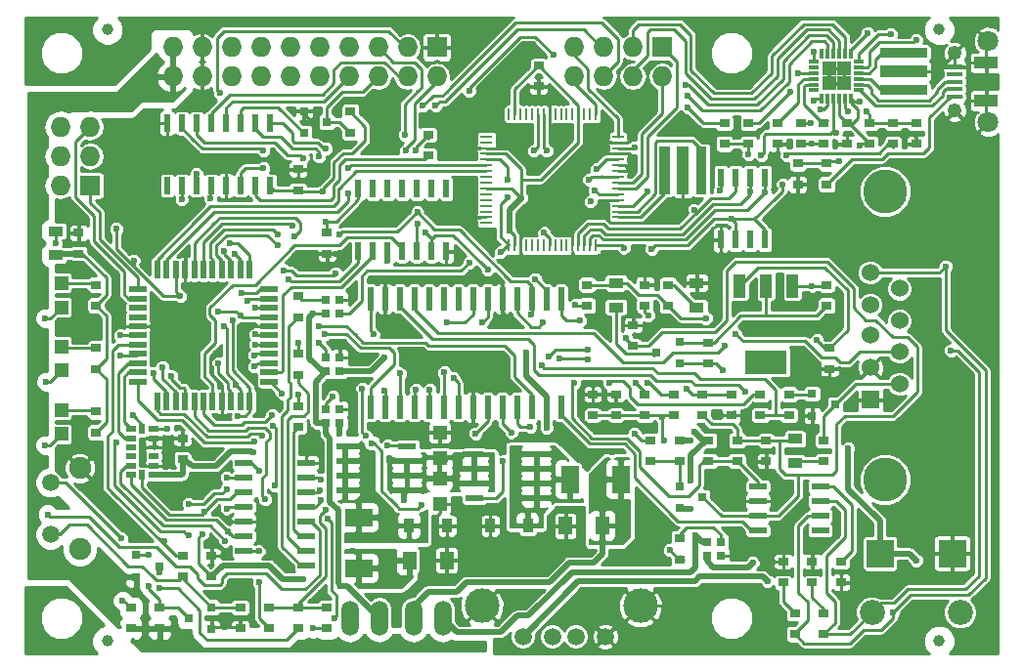
<source format=gtl>
G04 #@! TF.FileFunction,Copper,L1,Top,Signal*
%FSLAX46Y46*%
G04 Gerber Fmt 4.6, Leading zero omitted, Abs format (unit mm)*
G04 Created by KiCad (PCBNEW 4.0.0-rc1-stable) date 10/22/2015 2:39:56 PM*
%MOMM*%
G01*
G04 APERTURE LIST*
%ADD10C,0.100000*%
%ADD11R,2.370000X2.430000*%
%ADD12R,1.727200X1.727200*%
%ADD13O,1.727200X1.727200*%
%ADD14R,0.910000X1.220000*%
%ADD15R,0.550000X1.500000*%
%ADD16R,1.500000X0.550000*%
%ADD17C,3.810000*%
%ADD18R,1.524000X1.524000*%
%ADD19C,1.524000*%
%ADD20R,1.500000X2.400000*%
%ADD21R,2.400000X1.500000*%
%ADD22C,1.000000*%
%ADD23C,1.800000*%
%ADD24R,1.350000X0.400000*%
%ADD25C,1.250000*%
%ADD26R,2.100000X1.100000*%
%ADD27O,1.506220X3.014980*%
%ADD28R,1.000000X0.250000*%
%ADD29R,0.250000X1.000000*%
%ADD30R,0.600000X1.550000*%
%ADD31R,0.600000X2.000000*%
%ADD32R,1.550000X0.600000*%
%ADD33R,0.820000X0.500000*%
%ADD34R,0.820000X0.400000*%
%ADD35R,0.500000X0.820000*%
%ADD36R,0.300000X0.850000*%
%ADD37R,0.850000X0.300000*%
%ADD38R,1.300000X1.300000*%
%ADD39R,0.600000X1.500000*%
%ADD40R,1.500000X0.600000*%
%ADD41R,3.657600X2.032000*%
%ADD42R,1.016000X2.032000*%
%ADD43R,0.900000X0.800000*%
%ADD44R,1.250000X1.200000*%
%ADD45R,1.200000X1.600000*%
%ADD46R,0.800000X0.800000*%
%ADD47R,1.300000X0.900000*%
%ADD48C,1.900000*%
%ADD49C,1.500000*%
%ADD50C,2.180000*%
%ADD51R,0.900000X0.700000*%
%ADD52R,1.198880X1.198880*%
%ADD53R,0.800100X0.800100*%
%ADD54C,1.501140*%
%ADD55C,2.999740*%
%ADD56C,0.600000*%
%ADD57C,0.250000*%
%ADD58C,0.500000*%
%ADD59C,0.254000*%
%ADD60C,0.200000*%
G04 APERTURE END LIST*
D10*
D11*
X115870000Y-169900000D03*
X109630000Y-169900000D03*
D12*
X41250000Y-138000000D03*
D13*
X38710000Y-138000000D03*
X41250000Y-135460000D03*
X38710000Y-135460000D03*
X41250000Y-132920000D03*
X38710000Y-132920000D03*
D14*
X79135000Y-167500000D03*
X75865000Y-167500000D03*
X68865000Y-167500000D03*
X72135000Y-167500000D03*
D15*
X47050000Y-156700000D03*
X47850000Y-156700000D03*
X48650000Y-156700000D03*
X49450000Y-156700000D03*
X50250000Y-156700000D03*
X51050000Y-156700000D03*
X51850000Y-156700000D03*
X52650000Y-156700000D03*
X53450000Y-156700000D03*
X54250000Y-156700000D03*
X55050000Y-156700000D03*
D16*
X56750000Y-155000000D03*
X56750000Y-154200000D03*
X56750000Y-153400000D03*
X56750000Y-152600000D03*
X56750000Y-151800000D03*
X56750000Y-151000000D03*
X56750000Y-150200000D03*
X56750000Y-149400000D03*
X56750000Y-148600000D03*
X56750000Y-147800000D03*
X56750000Y-147000000D03*
D15*
X55050000Y-145300000D03*
X54250000Y-145300000D03*
X53450000Y-145300000D03*
X52650000Y-145300000D03*
X51850000Y-145300000D03*
X51050000Y-145300000D03*
X50250000Y-145300000D03*
X49450000Y-145300000D03*
X48650000Y-145300000D03*
X47850000Y-145300000D03*
X47050000Y-145300000D03*
D16*
X45350000Y-147000000D03*
X45350000Y-147800000D03*
X45350000Y-148600000D03*
X45350000Y-149400000D03*
X45350000Y-150200000D03*
X45350000Y-151000000D03*
X45350000Y-151800000D03*
X45350000Y-152600000D03*
X45350000Y-153400000D03*
X45350000Y-154200000D03*
X45350000Y-155000000D03*
D17*
X110050000Y-163500000D03*
X110050000Y-138500000D03*
D18*
X108780000Y-156588000D03*
D19*
X108780000Y-153794000D03*
X108780000Y-151000000D03*
X108780000Y-148333000D03*
X108780000Y-145539000D03*
X111320000Y-146936000D03*
X111320000Y-149730000D03*
X111320000Y-152397000D03*
X111320000Y-155191000D03*
D20*
X82800000Y-163500000D03*
X87200000Y-163500000D03*
D21*
X64500000Y-166800000D03*
X64500000Y-171200000D03*
D22*
X42750000Y-124500000D03*
D23*
X118987460Y-132500900D03*
D24*
X116087460Y-130300900D03*
X116087460Y-129650900D03*
X116087460Y-129000900D03*
X116087460Y-128350900D03*
X116087460Y-127700900D03*
D25*
X116087460Y-131500900D03*
X116087460Y-126500900D03*
D23*
X118987460Y-125500900D03*
D26*
X118800000Y-130650000D03*
X118800000Y-127350000D03*
D22*
X114750000Y-124500000D03*
X42750000Y-177500000D03*
D27*
X71770000Y-175500000D03*
X69230000Y-175500000D03*
X66270000Y-175500000D03*
X63730000Y-175500000D03*
D22*
X114750000Y-177500000D03*
D12*
X90750000Y-126000000D03*
D13*
X90750000Y-128540000D03*
X88210000Y-126000000D03*
X88210000Y-128540000D03*
X85670000Y-126000000D03*
X85670000Y-128540000D03*
X83130000Y-126000000D03*
X83130000Y-128540000D03*
D28*
X86950000Y-141250000D03*
X86950000Y-140750000D03*
X86950000Y-140250000D03*
X86950000Y-139750000D03*
X86950000Y-139250000D03*
X86950000Y-138750000D03*
X86950000Y-138250000D03*
X86950000Y-137750000D03*
X86950000Y-137250000D03*
X86950000Y-136750000D03*
X86950000Y-136250000D03*
X86950000Y-135750000D03*
X86950000Y-135250000D03*
X86950000Y-134750000D03*
X86950000Y-134250000D03*
X86950000Y-133750000D03*
D29*
X85000000Y-131800000D03*
X84500000Y-131800000D03*
X84000000Y-131800000D03*
X83500000Y-131800000D03*
X83000000Y-131800000D03*
X82500000Y-131800000D03*
X82000000Y-131800000D03*
X81500000Y-131800000D03*
X81000000Y-131800000D03*
X80500000Y-131800000D03*
X80000000Y-131800000D03*
X79500000Y-131800000D03*
X79000000Y-131800000D03*
X78500000Y-131800000D03*
X78000000Y-131800000D03*
X77500000Y-131800000D03*
D28*
X75550000Y-133750000D03*
X75550000Y-134250000D03*
X75550000Y-134750000D03*
X75550000Y-135250000D03*
X75550000Y-135750000D03*
X75550000Y-136250000D03*
X75550000Y-136750000D03*
X75550000Y-137250000D03*
X75550000Y-137750000D03*
X75550000Y-138250000D03*
X75550000Y-138750000D03*
X75550000Y-139250000D03*
X75550000Y-139750000D03*
X75550000Y-140250000D03*
X75550000Y-140750000D03*
X75550000Y-141250000D03*
D29*
X77500000Y-143200000D03*
X78000000Y-143200000D03*
X78500000Y-143200000D03*
X79000000Y-143200000D03*
X79500000Y-143200000D03*
X80000000Y-143200000D03*
X80500000Y-143200000D03*
X81000000Y-143200000D03*
X81500000Y-143200000D03*
X82000000Y-143200000D03*
X82500000Y-143200000D03*
X83000000Y-143200000D03*
X83500000Y-143200000D03*
X84000000Y-143200000D03*
X84500000Y-143200000D03*
X85000000Y-143200000D03*
D30*
X99655000Y-137300000D03*
X98385000Y-137300000D03*
X97115000Y-137300000D03*
X95845000Y-137300000D03*
X95845000Y-142700000D03*
X97115000Y-142700000D03*
X98385000Y-142700000D03*
X99655000Y-142700000D03*
D31*
X65495000Y-157200000D03*
X66765000Y-157200000D03*
X68035000Y-157200000D03*
X69305000Y-157200000D03*
X70575000Y-157200000D03*
X71845000Y-157200000D03*
X73115000Y-157200000D03*
X74385000Y-157200000D03*
X75655000Y-157200000D03*
X76925000Y-157200000D03*
X78195000Y-157200000D03*
X79465000Y-157200000D03*
X80735000Y-157200000D03*
X82005000Y-157200000D03*
X82005000Y-147800000D03*
X80735000Y-147800000D03*
X79465000Y-147800000D03*
X78195000Y-147800000D03*
X76925000Y-147800000D03*
X75655000Y-147800000D03*
X74385000Y-147800000D03*
X73115000Y-147800000D03*
X71845000Y-147800000D03*
X70575000Y-147800000D03*
X69305000Y-147800000D03*
X68035000Y-147800000D03*
X66765000Y-147800000D03*
X65495000Y-147800000D03*
D32*
X99050000Y-164095000D03*
X99050000Y-165365000D03*
X99050000Y-166635000D03*
X99050000Y-167905000D03*
X104450000Y-167905000D03*
X104450000Y-166635000D03*
X104450000Y-165365000D03*
X104450000Y-164095000D03*
D33*
X46750000Y-163100000D03*
X46750000Y-162300000D03*
X46750000Y-161500000D03*
D34*
X46750000Y-160700000D03*
D33*
X46750000Y-159900000D03*
X46750000Y-159100000D03*
D35*
X45750000Y-159100000D03*
D33*
X44750000Y-159100000D03*
X44750000Y-159900000D03*
X44750000Y-160700000D03*
X44750000Y-161500000D03*
X44750000Y-162300000D03*
X44750000Y-163100000D03*
D35*
X45750000Y-163100000D03*
D36*
X107100000Y-126550000D03*
X106600000Y-126550000D03*
X106100000Y-126550000D03*
X105600000Y-126550000D03*
X105100000Y-126550000D03*
X104600000Y-126550000D03*
D37*
X103900000Y-127250000D03*
X103900000Y-127750000D03*
X103900000Y-128250000D03*
X103900000Y-128750000D03*
X103900000Y-129250000D03*
X103900000Y-129750000D03*
D36*
X104600000Y-130450000D03*
X105100000Y-130450000D03*
X105600000Y-130450000D03*
X106100000Y-130450000D03*
X106600000Y-130450000D03*
X107100000Y-130450000D03*
D37*
X107800000Y-129750000D03*
X107800000Y-129250000D03*
X107800000Y-128750000D03*
X107800000Y-128250000D03*
X107800000Y-127750000D03*
X107800000Y-127250000D03*
D38*
X105200000Y-129150000D03*
X106500000Y-129150000D03*
X105200000Y-127850000D03*
X106500000Y-127850000D03*
D39*
X64440000Y-143700000D03*
X65710000Y-143700000D03*
X66980000Y-143700000D03*
X68250000Y-143700000D03*
X69520000Y-143700000D03*
X70790000Y-143700000D03*
X72060000Y-143700000D03*
X72060000Y-138300000D03*
X70790000Y-138300000D03*
X69520000Y-138300000D03*
X68250000Y-138300000D03*
X66980000Y-138300000D03*
X65710000Y-138300000D03*
X64440000Y-138300000D03*
D40*
X59950000Y-170945000D03*
X59950000Y-169675000D03*
X59950000Y-168405000D03*
X59950000Y-167135000D03*
X59950000Y-165865000D03*
X59950000Y-164595000D03*
X59950000Y-163325000D03*
X59950000Y-162055000D03*
X54550000Y-162055000D03*
X54550000Y-163325000D03*
X54550000Y-164595000D03*
X54550000Y-165865000D03*
X54550000Y-167135000D03*
X54550000Y-168405000D03*
X54550000Y-169675000D03*
X54550000Y-170945000D03*
D39*
X56795000Y-132600000D03*
X55525000Y-132600000D03*
X54255000Y-132600000D03*
X52985000Y-132600000D03*
X51715000Y-132600000D03*
X50445000Y-132600000D03*
X49175000Y-132600000D03*
X47905000Y-132600000D03*
X47905000Y-138000000D03*
X49175000Y-138000000D03*
X50445000Y-138000000D03*
X51715000Y-138000000D03*
X52985000Y-138000000D03*
X54255000Y-138000000D03*
X55525000Y-138000000D03*
X56795000Y-138000000D03*
D41*
X99750000Y-153302000D03*
D42*
X99750000Y-146698000D03*
X97464000Y-146698000D03*
X102036000Y-146698000D03*
D32*
X74500000Y-161295000D03*
X74500000Y-162565000D03*
X74500000Y-163835000D03*
X74500000Y-165105000D03*
X79900000Y-165105000D03*
X79900000Y-163835000D03*
X79900000Y-162565000D03*
X79900000Y-161295000D03*
X68700000Y-164405000D03*
X68700000Y-163135000D03*
X68700000Y-161865000D03*
X68700000Y-160595000D03*
X63300000Y-160595000D03*
X63300000Y-161865000D03*
X63300000Y-163135000D03*
X63300000Y-164405000D03*
D43*
X41750000Y-146600000D03*
X41750000Y-148400000D03*
D44*
X71500000Y-163400000D03*
X71500000Y-165600000D03*
D45*
X85600000Y-167500000D03*
X82400000Y-167500000D03*
D44*
X71500000Y-161600000D03*
X71500000Y-159400000D03*
D45*
X68900000Y-170500000D03*
X72100000Y-170500000D03*
D43*
X96150000Y-134400000D03*
X96150000Y-132600000D03*
X98250000Y-132600000D03*
X98250000Y-134400000D03*
X102750000Y-134400000D03*
X102750000Y-132600000D03*
X104750000Y-134400000D03*
X104750000Y-132600000D03*
X91750000Y-157900000D03*
X91750000Y-156100000D03*
X99250000Y-156100000D03*
X99250000Y-157900000D03*
X105000000Y-148400000D03*
X105000000Y-146600000D03*
X94250000Y-157900000D03*
X94250000Y-156100000D03*
X89250000Y-157900000D03*
X89250000Y-156100000D03*
X92250000Y-160100000D03*
X92250000Y-161900000D03*
X94750000Y-151600000D03*
X94750000Y-153400000D03*
X96750000Y-157900000D03*
X96750000Y-156100000D03*
X84250000Y-148400000D03*
X84250000Y-146600000D03*
X89750000Y-161900000D03*
X89750000Y-160100000D03*
X94750000Y-160100000D03*
X94750000Y-161900000D03*
X97250000Y-160100000D03*
X97250000Y-161900000D03*
X91250000Y-148400000D03*
X91250000Y-146600000D03*
X104750000Y-161900000D03*
X104750000Y-160100000D03*
X101750000Y-156100000D03*
X101750000Y-157900000D03*
X104750000Y-176900000D03*
X104750000Y-175100000D03*
X102250000Y-176900000D03*
X102250000Y-175100000D03*
X106250000Y-170600000D03*
X106250000Y-172400000D03*
X89250000Y-148400000D03*
X89250000Y-146600000D03*
X92250000Y-170400000D03*
X92250000Y-168600000D03*
X56750000Y-176400000D03*
X56750000Y-174600000D03*
X59250000Y-174600000D03*
X59250000Y-176400000D03*
X59250000Y-149400000D03*
X59250000Y-147600000D03*
X59250000Y-154400000D03*
X59250000Y-152600000D03*
X47250000Y-176400000D03*
X47250000Y-174600000D03*
X61750000Y-176400000D03*
X61750000Y-174600000D03*
X49250000Y-171900000D03*
X49250000Y-170100000D03*
X54250000Y-176400000D03*
X54250000Y-174600000D03*
X44750000Y-176400000D03*
X44750000Y-174600000D03*
X59250000Y-158900000D03*
X59250000Y-157100000D03*
X108750000Y-132600000D03*
X108750000Y-134400000D03*
X110750000Y-132600000D03*
X110750000Y-134400000D03*
X112750000Y-132600000D03*
X112750000Y-134400000D03*
X63750000Y-133400000D03*
X63750000Y-131600000D03*
X41750000Y-152100000D03*
X41750000Y-153900000D03*
X41750000Y-157600000D03*
X41750000Y-159400000D03*
D12*
X71250000Y-126000000D03*
D13*
X71250000Y-128540000D03*
X68710000Y-126000000D03*
X68710000Y-128540000D03*
X66170000Y-126000000D03*
X66170000Y-128540000D03*
X63630000Y-126000000D03*
X63630000Y-128540000D03*
X61090000Y-126000000D03*
X61090000Y-128540000D03*
X58550000Y-126000000D03*
X58550000Y-128540000D03*
X56010000Y-126000000D03*
X56010000Y-128540000D03*
X53470000Y-126000000D03*
X53470000Y-128540000D03*
X50930000Y-126000000D03*
X50930000Y-128540000D03*
X48390000Y-126000000D03*
X48390000Y-128540000D03*
D46*
X61650000Y-157400000D03*
X61650000Y-158600000D03*
X62850000Y-158600000D03*
X62850000Y-157400000D03*
X61650000Y-152900000D03*
X61650000Y-154100000D03*
X62850000Y-154100000D03*
X62850000Y-152900000D03*
X61650000Y-147900000D03*
X61650000Y-149100000D03*
X62850000Y-149100000D03*
X62850000Y-147900000D03*
X95850000Y-168900000D03*
X94650000Y-168900000D03*
X94650000Y-170100000D03*
X95850000Y-170100000D03*
D47*
X93750000Y-146450000D03*
X93750000Y-148550000D03*
X102250000Y-162050000D03*
X102250000Y-159950000D03*
X86750000Y-146450000D03*
X86750000Y-148550000D03*
X38250000Y-144050000D03*
X38250000Y-141950000D03*
D10*
G36*
X113700000Y-130150000D02*
X109600000Y-130150000D01*
X109600000Y-129250000D01*
X113700000Y-129250000D01*
X113700000Y-130150000D01*
X113700000Y-130150000D01*
G37*
G36*
X113700000Y-128600000D02*
X109600000Y-128600000D01*
X109600000Y-127600000D01*
X113700000Y-127600000D01*
X113700000Y-128600000D01*
X113700000Y-128600000D01*
G37*
G36*
X113700000Y-126950000D02*
X109600000Y-126950000D01*
X109600000Y-126050000D01*
X113700000Y-126050000D01*
X113700000Y-126950000D01*
X113700000Y-126950000D01*
G37*
G36*
X94600000Y-134650000D02*
X94600000Y-138750000D01*
X93700000Y-138750000D01*
X93700000Y-134650000D01*
X94600000Y-134650000D01*
X94600000Y-134650000D01*
G37*
G36*
X93050000Y-134650000D02*
X93050000Y-138750000D01*
X92050000Y-138750000D01*
X92050000Y-134650000D01*
X93050000Y-134650000D01*
X93050000Y-134650000D01*
G37*
G36*
X91400000Y-134650000D02*
X91400000Y-138750000D01*
X90500000Y-138750000D01*
X90500000Y-134650000D01*
X91400000Y-134650000D01*
X91400000Y-134650000D01*
G37*
D48*
X40350000Y-169500000D03*
X40350000Y-162500000D03*
D49*
X37800000Y-168250000D03*
X37800000Y-163750000D03*
D50*
X108940000Y-175000000D03*
X116560000Y-175000000D03*
D51*
X61750000Y-142100000D03*
X61750000Y-143900000D03*
X51750000Y-171900000D03*
X51750000Y-170100000D03*
X59250000Y-138400000D03*
X59250000Y-136600000D03*
X100750000Y-132600000D03*
X100750000Y-134400000D03*
X106750000Y-132600000D03*
X106750000Y-134400000D03*
X49250000Y-161700000D03*
X49250000Y-159900000D03*
X101250000Y-172400000D03*
X101250000Y-170600000D03*
X103750000Y-172400000D03*
X103750000Y-170600000D03*
X84750000Y-157900000D03*
X84750000Y-156100000D03*
X86750000Y-157900000D03*
X86750000Y-156100000D03*
X88250000Y-151900000D03*
X88250000Y-150100000D03*
X99750000Y-160100000D03*
X99750000Y-161900000D03*
X105250000Y-152100000D03*
X105250000Y-153900000D03*
X80050000Y-127600000D03*
X80050000Y-129400000D03*
X40250000Y-143900000D03*
X40250000Y-142100000D03*
D52*
X38750000Y-151950980D03*
X38750000Y-154049020D03*
X38750000Y-157450980D03*
X38750000Y-159549020D03*
X38750000Y-146450980D03*
X38750000Y-148549020D03*
D53*
X92249240Y-164050000D03*
X92249240Y-165950000D03*
X94248220Y-165000000D03*
X92250760Y-153450000D03*
X92250760Y-151550000D03*
X90251780Y-152500000D03*
X103749240Y-156050000D03*
X103749240Y-157950000D03*
X105748220Y-157000000D03*
X45249240Y-170050000D03*
X45249240Y-171950000D03*
X47248220Y-171000000D03*
X51750760Y-176450000D03*
X51750760Y-174550000D03*
X49751780Y-175500000D03*
X59749240Y-131550000D03*
X59749240Y-133450000D03*
X61748220Y-132500000D03*
D54*
X85812860Y-177102120D03*
X83272860Y-177102120D03*
X81240860Y-177102120D03*
X78700860Y-177102120D03*
D55*
X88860860Y-174435120D03*
X75144860Y-174435120D03*
D43*
X70500000Y-135400000D03*
X70500000Y-133600000D03*
X105000000Y-137900000D03*
X105000000Y-136100000D03*
X102500000Y-136100000D03*
X102500000Y-137900000D03*
D56*
X84450000Y-137500000D03*
X45100000Y-168200000D03*
X36500000Y-173500000D03*
X59900000Y-160700000D03*
X66600000Y-159400000D03*
X67800000Y-159400000D03*
X69000000Y-159400000D03*
X81900000Y-169200000D03*
X80700000Y-168600000D03*
X70000000Y-159400000D03*
X86400000Y-161100000D03*
X84200000Y-162200000D03*
X74100000Y-166300000D03*
X74100000Y-167400000D03*
X74100000Y-168500000D03*
X74100000Y-169600000D03*
X74100000Y-170700000D03*
X81100000Y-167500000D03*
X88900000Y-165200000D03*
X89500000Y-169800000D03*
X100500000Y-176800000D03*
X95300000Y-173300000D03*
X76100000Y-159400000D03*
X82100000Y-144600000D03*
X70000000Y-146200000D03*
X41900000Y-128100000D03*
X44700000Y-124000000D03*
X118800000Y-129000000D03*
X111500000Y-167500000D03*
X115300000Y-154000000D03*
X65700000Y-134800000D03*
X65500000Y-146100000D03*
X111900000Y-124100000D03*
X93800000Y-124000000D03*
X101100000Y-124000000D03*
X87300000Y-124000000D03*
X50300000Y-150700000D03*
X47300000Y-150700000D03*
X49500000Y-143900000D03*
X46400000Y-142200000D03*
X44200000Y-133600000D03*
X51700000Y-136100000D03*
X99000000Y-148500000D03*
X101400000Y-148400000D03*
X98500000Y-150500000D03*
X117250000Y-147000000D03*
X113250000Y-149500000D03*
X92550000Y-139900000D03*
X55900000Y-167200000D03*
X57650000Y-157200000D03*
X48050000Y-162100000D03*
X48450000Y-164800000D03*
X40650000Y-151100000D03*
X40650000Y-145400000D03*
X64750000Y-141300000D03*
X62550000Y-143900000D03*
X52150000Y-152600000D03*
X52950000Y-170100000D03*
X54250000Y-150400000D03*
X62550000Y-134400000D03*
X48050000Y-160100000D03*
X88150000Y-145900000D03*
X79950000Y-138300000D03*
X98150000Y-157600000D03*
X61200000Y-173350000D03*
X53850000Y-172700000D03*
X95450000Y-163450000D03*
X106550000Y-128200000D03*
X78250000Y-127250000D03*
X73250000Y-127000000D03*
X76000000Y-129750000D03*
X74950000Y-146000000D03*
X81750000Y-135000000D03*
X74250000Y-140700000D03*
X73050000Y-143800000D03*
X78550000Y-144600000D03*
X80050000Y-128600000D03*
X75450000Y-124500000D03*
X60550000Y-176400000D03*
X52950000Y-176300000D03*
X63950000Y-147900000D03*
X63850000Y-152900000D03*
X63850000Y-157400000D03*
X114350000Y-128600000D03*
X105050000Y-129300000D03*
X94350000Y-143500000D03*
X87850000Y-136600000D03*
X83550000Y-135600000D03*
X84950000Y-140600000D03*
X77950000Y-150000000D03*
X100450000Y-135600000D03*
X106750000Y-133500000D03*
X112800000Y-133600000D03*
X82450000Y-141900000D03*
X72150000Y-152600000D03*
X85850000Y-159200000D03*
X66950000Y-149500000D03*
X107650000Y-172400000D03*
X103550000Y-161000000D03*
X89550000Y-150700000D03*
X101500000Y-164100000D03*
X95150000Y-148600000D03*
X97750000Y-166000000D03*
X113350000Y-147100000D03*
X107850000Y-169400000D03*
X103550000Y-168700000D03*
X97350000Y-169500000D03*
X89450000Y-138500000D03*
X102500000Y-128300000D03*
X101200000Y-137900000D03*
X74050000Y-144700000D03*
X107850000Y-130700000D03*
X107850000Y-134500000D03*
X89850000Y-143500000D03*
X80550000Y-142100000D03*
X77550000Y-141900000D03*
X78550000Y-139100000D03*
X96750000Y-140900000D03*
X108550000Y-124800000D03*
X77350000Y-137500000D03*
X76750000Y-143800000D03*
X87450000Y-143400000D03*
X84550000Y-139400000D03*
X85050000Y-136600000D03*
X77350000Y-139000000D03*
X65750000Y-150900000D03*
X66750000Y-155800000D03*
X75150000Y-149900000D03*
X104150000Y-151400000D03*
X87650000Y-151200000D03*
X66750000Y-152900000D03*
X78950000Y-152500000D03*
X80750000Y-159000000D03*
X93550000Y-159300000D03*
X93250000Y-163600000D03*
X90750000Y-158100000D03*
X90950000Y-160100000D03*
X75000000Y-177700000D03*
X68400000Y-165300000D03*
X67700000Y-177400000D03*
X73000000Y-161900000D03*
X67500000Y-161800000D03*
X93250000Y-160100000D03*
X106850000Y-160800000D03*
X112750000Y-170500000D03*
X64000000Y-169700000D03*
X55400000Y-161100000D03*
X62800000Y-159500000D03*
X48050000Y-163100000D03*
X47950000Y-159100000D03*
X112750000Y-125400000D03*
X62900000Y-172700000D03*
X59700000Y-172100000D03*
X45000000Y-144500000D03*
X43500000Y-141750000D03*
X49050000Y-147600000D03*
X52350000Y-148900000D03*
X50950000Y-168200000D03*
X52350000Y-153400000D03*
X54250000Y-149300000D03*
X61350000Y-138500000D03*
X61650000Y-141100000D03*
X60550000Y-149100000D03*
X94550000Y-149500000D03*
X97150000Y-150900000D03*
X37450000Y-155000000D03*
X37350000Y-160500000D03*
X98600000Y-170700000D03*
X99900000Y-172300000D03*
X61800000Y-166900000D03*
X62400000Y-175500000D03*
X55450000Y-160200000D03*
X56100000Y-159700000D03*
X101550000Y-135400000D03*
X56400000Y-165200000D03*
X69550000Y-141300000D03*
X80750000Y-135000000D03*
X49150000Y-139200000D03*
X52850000Y-150200000D03*
X53050000Y-163300000D03*
X53850000Y-155300000D03*
X51650000Y-139100000D03*
X54050000Y-158000000D03*
X53550000Y-149700000D03*
X53050000Y-166000000D03*
X57850000Y-156000000D03*
X62850000Y-142200000D03*
X79650000Y-135000000D03*
X69550000Y-140300000D03*
X79450000Y-149200000D03*
X44950000Y-157900000D03*
X55450000Y-153700000D03*
X43550000Y-160300000D03*
X53050000Y-164300000D03*
X49750000Y-165600000D03*
X49750000Y-168300000D03*
X53150000Y-168000000D03*
X55450000Y-152700000D03*
X55550000Y-151800000D03*
X52950000Y-168800000D03*
X50450000Y-137000000D03*
X51150000Y-166300000D03*
X55550000Y-150900000D03*
X54350000Y-147300000D03*
X53350000Y-143000000D03*
X71150000Y-131100000D03*
X57450000Y-143200000D03*
X57450000Y-142200000D03*
X70050000Y-131100000D03*
X103850000Y-130600000D03*
X58750000Y-141500000D03*
X58950000Y-142400000D03*
X104450000Y-131400000D03*
X63550000Y-136500000D03*
X63550000Y-138700000D03*
X54850000Y-148000000D03*
X53750000Y-143900000D03*
X52850000Y-143700000D03*
X52450000Y-130000000D03*
X115750000Y-152300000D03*
X115300000Y-145000000D03*
X110750000Y-175000000D03*
X93600000Y-168300000D03*
X93250000Y-166000000D03*
X68050000Y-154300000D03*
X96050000Y-154000000D03*
X80450000Y-149900000D03*
X88350000Y-159500000D03*
X77000000Y-161900000D03*
X46350000Y-170000000D03*
X46350000Y-172700000D03*
X47250000Y-171500000D03*
X47250000Y-172900000D03*
X67000000Y-160500000D03*
X84950000Y-138400000D03*
X56250000Y-135000000D03*
X74050000Y-129800000D03*
X81350000Y-126700000D03*
X92950000Y-131200000D03*
X101850000Y-129900000D03*
X103850000Y-126400000D03*
X95750000Y-138400000D03*
X99655000Y-138595000D03*
X98350000Y-138500000D03*
X93550000Y-140100000D03*
X59650000Y-135600000D03*
X103650000Y-132600000D03*
X80950000Y-152800000D03*
X70650000Y-155700000D03*
X84350000Y-152200000D03*
X89450000Y-155100000D03*
X71900000Y-154200000D03*
X86150000Y-155100000D03*
X72700000Y-154700000D03*
X80350000Y-153600000D03*
X103750000Y-146700000D03*
X92850000Y-155600000D03*
X84350000Y-153100000D03*
X81850000Y-153000000D03*
X69450000Y-155700000D03*
X88450000Y-155100000D03*
X83250000Y-148300000D03*
X83150000Y-155100000D03*
X83650000Y-149700000D03*
X97950000Y-155900000D03*
X89550000Y-149300000D03*
X79350000Y-158900000D03*
X96150000Y-151900000D03*
X91400000Y-169600000D03*
X61100000Y-164400000D03*
X65100000Y-159700000D03*
X64800000Y-155600000D03*
X55850000Y-169700000D03*
X55850000Y-172400000D03*
X61600000Y-166100000D03*
X61050000Y-151600000D03*
X59250000Y-151600000D03*
X44050000Y-174000000D03*
X43950000Y-168600000D03*
X59250000Y-156100000D03*
X62250000Y-156300000D03*
X106850000Y-131600000D03*
X108450000Y-131600000D03*
X110550000Y-124900000D03*
X92750000Y-129300000D03*
X92950000Y-130200000D03*
X61550000Y-150900000D03*
X61050000Y-135500000D03*
X74600000Y-159500000D03*
X77700000Y-159400000D03*
X61050000Y-150200000D03*
X61650000Y-134800000D03*
X70300000Y-142100000D03*
X79750000Y-146100000D03*
X75650000Y-145300000D03*
X61200000Y-165300000D03*
X69900000Y-165700000D03*
X65600000Y-160400000D03*
X37550000Y-166500000D03*
X69400000Y-135000000D03*
X99350000Y-135400000D03*
X106100000Y-135900000D03*
X105800000Y-133400000D03*
X56250000Y-136500000D03*
X55850000Y-162700000D03*
X47700000Y-168800000D03*
X38250000Y-143000000D03*
X37350000Y-149500000D03*
X68450000Y-133600000D03*
X103750000Y-134400000D03*
X72150000Y-149900000D03*
X43850000Y-151000000D03*
X55550000Y-148600000D03*
X48250000Y-154500000D03*
X46750000Y-154250000D03*
X47500000Y-153750000D03*
X57100000Y-158800000D03*
X61200000Y-163500000D03*
X57200000Y-164000000D03*
X68550000Y-135000000D03*
X62500000Y-145600000D03*
X58000000Y-145350000D03*
X98250000Y-135300000D03*
X88350000Y-134700000D03*
X67000000Y-144500000D03*
X43850000Y-152700000D03*
X57000000Y-157900000D03*
X58450000Y-146100000D03*
D57*
X85550000Y-137200000D02*
X85550000Y-137250000D01*
X85500000Y-137250000D02*
X85550000Y-137200000D01*
X84700000Y-137250000D02*
X85500000Y-137250000D01*
X84450000Y-137500000D02*
X84700000Y-137250000D01*
X86950000Y-137250000D02*
X85550000Y-137250000D01*
X71500000Y-165600000D02*
X71500000Y-166400000D01*
X71500000Y-166400000D02*
X71200000Y-166700000D01*
X45100000Y-168200000D02*
X44800000Y-167900000D01*
X44800000Y-167900000D02*
X44800000Y-167700000D01*
X40350000Y-169500000D02*
X40350000Y-169800000D01*
X36500000Y-173500000D02*
X36600000Y-173600000D01*
X36600000Y-173600000D02*
X36700000Y-173600000D01*
X59950000Y-162055000D02*
X59950000Y-160750000D01*
X59950000Y-160750000D02*
X59900000Y-160700000D01*
X70000000Y-159400000D02*
X69000000Y-159400000D01*
X67800000Y-159400000D02*
X66600000Y-159400000D01*
X81100000Y-167500000D02*
X81300000Y-168000000D01*
X81600000Y-169500000D02*
X81400000Y-169500000D01*
X81900000Y-169200000D02*
X81600000Y-169500000D01*
X81300000Y-168000000D02*
X80700000Y-168600000D01*
X70000000Y-159400000D02*
X71400000Y-159400000D01*
X86400000Y-161100000D02*
X85300000Y-161100000D01*
X85300000Y-161100000D02*
X84200000Y-162200000D01*
X83650000Y-157900000D02*
X83650000Y-158150000D01*
X83650000Y-158150000D02*
X84700000Y-159200000D01*
X74100000Y-167400000D02*
X74100000Y-166300000D01*
X74100000Y-169600000D02*
X74100000Y-168500000D01*
X75800000Y-169000000D02*
X74100000Y-170700000D01*
X80700000Y-169000000D02*
X75800000Y-169000000D01*
X80900000Y-168800000D02*
X80700000Y-169000000D01*
X81100000Y-167500000D02*
X80900000Y-168800000D01*
X88900000Y-169200000D02*
X88900000Y-165200000D01*
X89500000Y-169800000D02*
X88900000Y-169200000D01*
X88855140Y-174385120D02*
X93514880Y-174385120D01*
X100200000Y-177100000D02*
X100200000Y-177700000D01*
X100500000Y-176800000D02*
X100200000Y-177100000D01*
X93514880Y-174385120D02*
X95300000Y-173300000D01*
X101250000Y-170600000D02*
X101250000Y-169650000D01*
X101100000Y-169500000D02*
X97350000Y-169500000D01*
X101250000Y-169650000D02*
X101100000Y-169500000D01*
X59950000Y-162055000D02*
X59950000Y-161100000D01*
X74385000Y-157200000D02*
X74385000Y-158715000D01*
X75300000Y-160200000D02*
X76100000Y-159400000D01*
X74300000Y-160200000D02*
X75300000Y-160200000D01*
X73900000Y-159800000D02*
X74300000Y-160200000D01*
X73900000Y-159200000D02*
X73900000Y-159800000D01*
X74385000Y-158715000D02*
X73900000Y-159200000D01*
X78550000Y-144600000D02*
X82100000Y-144600000D01*
X74950000Y-146000000D02*
X74750000Y-146200000D01*
X74750000Y-146200000D02*
X70000000Y-146200000D01*
X44700000Y-124000000D02*
X44700000Y-125600000D01*
X42200000Y-128100000D02*
X41900000Y-128100000D01*
X44700000Y-125600000D02*
X42200000Y-128100000D01*
X50930000Y-126000000D02*
X50930000Y-124430000D01*
X50500000Y-124000000D02*
X44700000Y-124000000D01*
X50930000Y-124430000D02*
X50500000Y-124000000D01*
X118800000Y-130650000D02*
X118800000Y-129000000D01*
X115870000Y-169900000D02*
X113700000Y-169900000D01*
X113700000Y-169900000D02*
X111500000Y-167500000D01*
X114100000Y-154000000D02*
X115300000Y-154000000D01*
X67400000Y-135000000D02*
X67500000Y-135000000D01*
X65700000Y-134800000D02*
X67400000Y-135000000D01*
X66765000Y-147800000D02*
X66765000Y-146165000D01*
X66700000Y-146100000D02*
X65500000Y-146100000D01*
X66765000Y-146165000D02*
X66700000Y-146100000D01*
X112000000Y-124100000D02*
X112100000Y-124200000D01*
X111900000Y-124100000D02*
X112000000Y-124100000D01*
X93800000Y-124000000D02*
X101100000Y-124000000D01*
X87300000Y-124000000D02*
X87600000Y-124000000D01*
X50400000Y-150800000D02*
X50600000Y-150800000D01*
X50300000Y-150700000D02*
X50400000Y-150800000D01*
X45350000Y-150200000D02*
X46800000Y-150200000D01*
X46800000Y-150200000D02*
X47300000Y-150700000D01*
X49450000Y-145300000D02*
X49500000Y-145250000D01*
X49500000Y-145250000D02*
X49500000Y-143900000D01*
X52985000Y-138000000D02*
X52985000Y-136285000D01*
X44200000Y-140000000D02*
X46400000Y-142200000D01*
X44200000Y-133600000D02*
X44200000Y-140000000D01*
X52800000Y-136100000D02*
X51700000Y-136100000D01*
X52985000Y-136285000D02*
X52800000Y-136100000D01*
X98900000Y-148500000D02*
X98800000Y-148400000D01*
X99000000Y-148500000D02*
X98900000Y-148500000D01*
X113350000Y-149400000D02*
X113350000Y-147100000D01*
X113250000Y-149500000D02*
X113350000Y-149400000D01*
X92550000Y-136700000D02*
X92550000Y-139900000D01*
X86950000Y-136250000D02*
X87500000Y-136250000D01*
X87500000Y-136250000D02*
X87850000Y-136600000D01*
X54550000Y-167135000D02*
X55835000Y-167135000D01*
X55835000Y-167135000D02*
X55900000Y-167200000D01*
X54250000Y-150400000D02*
X54250000Y-153750000D01*
X57250000Y-157200000D02*
X57650000Y-157200000D01*
X55550000Y-155500000D02*
X57250000Y-157200000D01*
X55550000Y-155050000D02*
X55550000Y-155500000D01*
X54250000Y-153750000D02*
X55550000Y-155050000D01*
X47750000Y-162300000D02*
X48050000Y-162100000D01*
X46750000Y-162300000D02*
X47750000Y-162300000D01*
X48750000Y-164500000D02*
X49250000Y-164500000D01*
X48450000Y-164800000D02*
X48750000Y-164500000D01*
X64850000Y-141200000D02*
X65150000Y-141200000D01*
X64750000Y-141300000D02*
X64850000Y-141200000D01*
X61750000Y-143900000D02*
X62550000Y-143900000D01*
X52650000Y-156700000D02*
X52650000Y-155300000D01*
X51650000Y-153100000D02*
X52150000Y-152600000D01*
X51650000Y-154300000D02*
X51650000Y-153100000D01*
X52650000Y-155300000D02*
X51650000Y-154300000D01*
X51750000Y-170100000D02*
X52950000Y-170100000D01*
X56750000Y-150200000D02*
X54450000Y-150200000D01*
X54450000Y-150200000D02*
X54250000Y-150400000D01*
X59749240Y-131550000D02*
X59749240Y-131799240D01*
X59749240Y-131799240D02*
X60750000Y-132800000D01*
X60750000Y-132800000D02*
X60750000Y-133400000D01*
X60750000Y-133400000D02*
X61250000Y-133900000D01*
X61250000Y-133900000D02*
X62050000Y-133900000D01*
X62050000Y-133900000D02*
X62550000Y-134400000D01*
X47850000Y-159900000D02*
X48050000Y-160100000D01*
X89250000Y-145300000D02*
X88750000Y-145300000D01*
X88750000Y-145300000D02*
X88150000Y-145900000D01*
X79950000Y-138300000D02*
X80150000Y-138500000D01*
X98150000Y-157600000D02*
X97850000Y-157900000D01*
X61300000Y-173250000D02*
X61450000Y-173250000D01*
X61200000Y-173350000D02*
X61300000Y-173250000D01*
X53850000Y-172700000D02*
X53850000Y-173300000D01*
X97850000Y-157900000D02*
X97850000Y-158300000D01*
X97850000Y-158300000D02*
X98550000Y-159000000D01*
X96750000Y-157900000D02*
X97850000Y-157900000D01*
X96250000Y-164100000D02*
X96100000Y-164100000D01*
X97750000Y-165300000D02*
X97750000Y-164700000D01*
X97750000Y-164700000D02*
X97150000Y-164100000D01*
X97150000Y-164100000D02*
X96250000Y-164100000D01*
X96100000Y-164100000D02*
X95450000Y-163450000D01*
X102699240Y-159000000D02*
X103550000Y-159000000D01*
X103550000Y-159000000D02*
X103749240Y-158800760D01*
X102699240Y-159000000D02*
X98550000Y-159000000D01*
X104724620Y-156974620D02*
X103775380Y-156974620D01*
X103749240Y-157000760D02*
X103749240Y-157950000D01*
X103775380Y-156974620D02*
X103749240Y-157000760D01*
X108780000Y-153794000D02*
X108756000Y-153794000D01*
X108756000Y-153794000D02*
X107950000Y-154600000D01*
X107500000Y-154600000D02*
X106800000Y-153900000D01*
X107950000Y-154600000D02*
X107500000Y-154600000D01*
X104450000Y-154600000D02*
X105050000Y-154600000D01*
X105050000Y-154600000D02*
X104750000Y-154900000D01*
X104724620Y-156974620D02*
X104750000Y-156949240D01*
X104750000Y-154900000D02*
X104750000Y-156949240D01*
X105250000Y-153900000D02*
X105250000Y-154800000D01*
X105250000Y-154800000D02*
X105050000Y-154600000D01*
X106550000Y-128200000D02*
X106500000Y-128150000D01*
X106500000Y-128150000D02*
X106500000Y-127850000D01*
X78250000Y-127250000D02*
X78500000Y-127000000D01*
X77500000Y-134750000D02*
X76750000Y-134000000D01*
X73250000Y-127000000D02*
X73000000Y-126750000D01*
X76750000Y-130500000D02*
X76000000Y-129750000D01*
X76750000Y-134000000D02*
X76750000Y-130500000D01*
X76925000Y-147800000D02*
X76925000Y-146675000D01*
X76250000Y-146000000D02*
X74950000Y-146000000D01*
X76925000Y-146675000D02*
X76250000Y-146000000D01*
X81450000Y-135400000D02*
X81450000Y-135300000D01*
X81450000Y-135300000D02*
X81750000Y-135000000D01*
X75550000Y-140750000D02*
X74300000Y-140750000D01*
X74300000Y-140750000D02*
X74250000Y-140700000D01*
X72950000Y-143700000D02*
X73050000Y-143800000D01*
X72950000Y-143700000D02*
X72060000Y-143700000D01*
X78500000Y-143200000D02*
X78500000Y-144550000D01*
X78500000Y-144550000D02*
X78550000Y-144600000D01*
X50930000Y-128540000D02*
X50930000Y-126000000D01*
X76650000Y-134750000D02*
X77500000Y-134750000D01*
X77500000Y-134750000D02*
X79050000Y-136300000D01*
X81450000Y-135000000D02*
X81450000Y-135400000D01*
X81000000Y-131800000D02*
X81000000Y-132950000D01*
X81450000Y-135000000D02*
X81450000Y-133400000D01*
X81450000Y-133400000D02*
X81000000Y-132950000D01*
X81450000Y-135400000D02*
X80550000Y-136300000D01*
X80550000Y-136300000D02*
X79050000Y-136300000D01*
X71250000Y-126000000D02*
X73950000Y-126000000D01*
X80050000Y-128600000D02*
X80050000Y-129400000D01*
X73950000Y-126000000D02*
X75450000Y-124500000D01*
X52950000Y-176300000D02*
X54150000Y-176300000D01*
X54150000Y-176300000D02*
X54250000Y-176400000D01*
X54550000Y-167135000D02*
X54585000Y-167100000D01*
X61750000Y-176400000D02*
X60550000Y-176400000D01*
X51750760Y-176450000D02*
X51900760Y-176300000D01*
X51900760Y-176300000D02*
X52950000Y-176300000D01*
X62850000Y-147900000D02*
X63950000Y-147900000D01*
X62850000Y-152900000D02*
X63850000Y-152900000D01*
X62850000Y-157400000D02*
X63850000Y-157400000D01*
X118800000Y-127350000D02*
X118800000Y-130650000D01*
X118987460Y-125500900D02*
X118800000Y-125688360D01*
X118800000Y-125688360D02*
X118800000Y-127350000D01*
X118987460Y-132500900D02*
X118800000Y-132313440D01*
X118800000Y-132313440D02*
X118800000Y-130650000D01*
X106500000Y-127850000D02*
X106500000Y-129150000D01*
X105200000Y-127850000D02*
X106500000Y-127850000D01*
X105200000Y-129150000D02*
X105200000Y-127850000D01*
X114350000Y-128600000D02*
X114350000Y-128100000D01*
X111650000Y-128100000D02*
X114350000Y-128100000D01*
X114350000Y-128100000D02*
X114551800Y-128100000D01*
X114551800Y-128100000D02*
X114950900Y-127700900D01*
X116087460Y-127700900D02*
X117049100Y-127700900D01*
X117400000Y-127350000D02*
X118800000Y-127350000D01*
X117049100Y-127700900D02*
X117400000Y-127350000D01*
X116087460Y-127700900D02*
X116087460Y-126500900D01*
X116087460Y-127700900D02*
X114950900Y-127700900D01*
X114950900Y-127700900D02*
X116087460Y-126564340D01*
X116087460Y-126564340D02*
X116087460Y-126500900D01*
X105050000Y-129300000D02*
X105000000Y-129350000D01*
X105000000Y-129350000D02*
X105200000Y-129150000D01*
X78500000Y-143200000D02*
X78500000Y-140250000D01*
X78500000Y-140250000D02*
X78750000Y-140000000D01*
X81250000Y-140000000D02*
X78750000Y-140000000D01*
X81000000Y-131800000D02*
X81000000Y-131150000D01*
X80050000Y-130200000D02*
X80050000Y-129400000D01*
X81000000Y-131150000D02*
X80050000Y-130200000D01*
X86950000Y-134250000D02*
X87700000Y-134250000D01*
X88250000Y-133700000D02*
X88250000Y-131800000D01*
X87700000Y-134250000D02*
X88250000Y-133700000D01*
X86950000Y-141250000D02*
X86300000Y-141250000D01*
X85650000Y-140600000D02*
X84950000Y-140600000D01*
X86300000Y-141250000D02*
X85650000Y-140600000D01*
X86950000Y-135250000D02*
X83900000Y-135250000D01*
X83900000Y-135250000D02*
X83550000Y-135600000D01*
X94350000Y-143500000D02*
X93750000Y-144100000D01*
X93750000Y-145300000D02*
X93750000Y-144100000D01*
X95845000Y-142700000D02*
X95150000Y-142700000D01*
X95150000Y-142700000D02*
X94350000Y-143500000D01*
X86950000Y-135250000D02*
X87800000Y-135250000D01*
X88150000Y-135600000D02*
X87850000Y-136600000D01*
X87800000Y-135250000D02*
X88150000Y-135600000D01*
X86950000Y-136750000D02*
X87700000Y-136750000D01*
X87700000Y-136750000D02*
X87850000Y-136600000D01*
X86950000Y-134250000D02*
X84900000Y-134250000D01*
X84900000Y-134250000D02*
X83550000Y-135600000D01*
X76650000Y-134750000D02*
X75550000Y-134750000D01*
X86950000Y-139250000D02*
X85700000Y-139250000D01*
X85700000Y-139250000D02*
X84950000Y-140000000D01*
X84950000Y-140000000D02*
X84950000Y-140600000D01*
X76925000Y-148975000D02*
X76925000Y-147800000D01*
X77950000Y-150000000D02*
X76925000Y-148975000D01*
X100750000Y-134400000D02*
X100750000Y-135300000D01*
X100750000Y-135300000D02*
X100450000Y-135600000D01*
X93750000Y-146450000D02*
X93750000Y-145300000D01*
X89250000Y-145300000D02*
X89250000Y-146600000D01*
X93750000Y-145300000D02*
X89250000Y-145300000D01*
X106750000Y-134400000D02*
X106750000Y-133500000D01*
X92550000Y-136700000D02*
X92550000Y-139300000D01*
X92550000Y-139300000D02*
X91550000Y-139300000D01*
X92550000Y-136700000D02*
X92550000Y-138300000D01*
X91550000Y-139300000D02*
X89600000Y-141250000D01*
X89600000Y-141250000D02*
X86950000Y-141250000D01*
X83000000Y-143200000D02*
X83000000Y-142450000D01*
X83000000Y-142450000D02*
X82450000Y-141900000D01*
X74385000Y-157200000D02*
X74385000Y-154835000D01*
X74385000Y-154835000D02*
X72150000Y-152600000D01*
X88250000Y-150100000D02*
X89450000Y-150100000D01*
X89550000Y-150200000D02*
X89550000Y-150700000D01*
X89450000Y-150100000D02*
X89550000Y-150200000D01*
X115870000Y-169900000D02*
X115870000Y-171880000D01*
X115790000Y-171800000D02*
X107850000Y-171800000D01*
X115870000Y-171880000D02*
X115790000Y-171800000D01*
X84750000Y-156100000D02*
X83750000Y-156100000D01*
X84700000Y-159200000D02*
X85850000Y-159200000D01*
X83650000Y-156200000D02*
X83650000Y-157900000D01*
X83750000Y-156100000D02*
X83650000Y-156200000D01*
X66950000Y-149500000D02*
X66765000Y-149315000D01*
X66765000Y-149315000D02*
X66765000Y-147800000D01*
X86750000Y-156100000D02*
X85150000Y-156100000D01*
X107650000Y-172400000D02*
X107850000Y-172200000D01*
X107850000Y-171800000D02*
X107850000Y-169400000D01*
X107850000Y-172200000D02*
X107850000Y-171800000D01*
X106250000Y-172400000D02*
X107650000Y-172400000D01*
X95850000Y-170100000D02*
X96750000Y-170100000D01*
X96750000Y-170100000D02*
X97350000Y-169500000D01*
X89550000Y-150700000D02*
X90050000Y-150200000D01*
X95550000Y-149000000D02*
X95150000Y-148600000D01*
X95550000Y-149700000D02*
X95550000Y-149000000D01*
X95050000Y-150200000D02*
X95550000Y-149700000D01*
X90050000Y-150200000D02*
X95050000Y-150200000D01*
X97050000Y-157600000D02*
X96750000Y-157900000D01*
X104550000Y-154600000D02*
X104450000Y-154600000D01*
X103749240Y-159800000D02*
X103749240Y-159900000D01*
X103749240Y-159900000D02*
X103749240Y-158800760D01*
X103749240Y-158800760D02*
X103749240Y-157950000D01*
X103550000Y-161000000D02*
X103749240Y-160800760D01*
X103749240Y-160800760D02*
X103749240Y-159899240D01*
X100350000Y-164200000D02*
X101400000Y-164200000D01*
X101400000Y-164200000D02*
X101500000Y-164100000D01*
X95150000Y-147850000D02*
X95150000Y-148600000D01*
X105250000Y-153900000D02*
X106800000Y-153900000D01*
X108674000Y-153900000D02*
X108780000Y-153794000D01*
X99050000Y-165365000D02*
X100285000Y-165365000D01*
X99750000Y-163000000D02*
X99750000Y-161900000D01*
X100350000Y-163600000D02*
X99750000Y-163000000D01*
X100350000Y-165300000D02*
X100350000Y-164200000D01*
X100350000Y-164200000D02*
X100350000Y-163600000D01*
X100285000Y-165365000D02*
X100350000Y-165300000D01*
X99050000Y-165365000D02*
X97750000Y-165365000D01*
X97750000Y-165365000D02*
X97750000Y-165300000D01*
X97750000Y-166000000D02*
X97750000Y-165300000D01*
X113350000Y-147100000D02*
X113150000Y-147300000D01*
X46750000Y-162300000D02*
X47550000Y-162300000D01*
X46750000Y-160700000D02*
X47850000Y-160700000D01*
X46750000Y-159900000D02*
X47850000Y-159900000D01*
X47550000Y-162300000D02*
X47850000Y-162100000D01*
X47850000Y-162100000D02*
X47850000Y-161500000D01*
X47850000Y-161500000D02*
X47850000Y-160700000D01*
X47850000Y-160400000D02*
X47850000Y-159900000D01*
X47850000Y-160700000D02*
X47850000Y-160400000D01*
X112750000Y-134400000D02*
X112800000Y-133600000D01*
X103750000Y-170600000D02*
X103750000Y-168900000D01*
X103750000Y-168900000D02*
X103550000Y-168700000D01*
X86950000Y-139750000D02*
X88200000Y-139750000D01*
X88200000Y-139750000D02*
X89450000Y-138500000D01*
X102550000Y-128250000D02*
X102500000Y-128300000D01*
X103900000Y-128250000D02*
X102550000Y-128250000D01*
X101175000Y-137925000D02*
X101175000Y-138475000D01*
X101200000Y-137900000D02*
X101175000Y-137925000D01*
X100575000Y-139075000D02*
X101175000Y-138475000D01*
X98750000Y-140900000D02*
X100575000Y-139075000D01*
D58*
X77550000Y-141900000D02*
X77550000Y-140100000D01*
X77550000Y-140100000D02*
X78550000Y-139100000D01*
D57*
X78550000Y-137500000D02*
X78550000Y-136600000D01*
X77200000Y-135250000D02*
X76300000Y-135250000D01*
X78550000Y-136600000D02*
X77200000Y-135250000D01*
X78550000Y-137500000D02*
X80250000Y-137500000D01*
X83500000Y-134250000D02*
X83500000Y-131800000D01*
X80250000Y-137500000D02*
X83500000Y-134250000D01*
X62850000Y-149100000D02*
X63650000Y-149100000D01*
X73350000Y-145400000D02*
X74050000Y-144700000D01*
X65200000Y-145400000D02*
X73350000Y-145400000D01*
X64750000Y-145850000D02*
X65200000Y-145400000D01*
X64750000Y-148000000D02*
X64750000Y-145850000D01*
X63650000Y-149100000D02*
X64750000Y-148000000D01*
X107100000Y-130450000D02*
X107350000Y-130700000D01*
X107350000Y-130700000D02*
X107850000Y-130700000D01*
X107100000Y-130450000D02*
X107100000Y-130850000D01*
X107100000Y-130850000D02*
X107650000Y-131400000D01*
X107250000Y-132600000D02*
X106750000Y-132600000D01*
X107650000Y-132200000D02*
X107250000Y-132600000D01*
X107650000Y-131400000D02*
X107650000Y-132200000D01*
X107850000Y-134500000D02*
X107950000Y-134400000D01*
X107950000Y-134400000D02*
X108750000Y-134400000D01*
X80050000Y-127600000D02*
X78000000Y-129650000D01*
X78000000Y-129650000D02*
X78000000Y-131800000D01*
X83500000Y-131800000D02*
X83500000Y-131050000D01*
X83500000Y-131050000D02*
X80050000Y-127600000D01*
X93550000Y-142600000D02*
X95250000Y-140900000D01*
X89850000Y-143500000D02*
X90150000Y-143200000D01*
X90150000Y-143200000D02*
X92950000Y-143200000D01*
X92950000Y-143200000D02*
X93550000Y-142600000D01*
X95250000Y-140900000D02*
X96750000Y-140900000D01*
X75550000Y-135250000D02*
X76300000Y-135250000D01*
X78550000Y-137500000D02*
X78550000Y-139100000D01*
X106100000Y-130450000D02*
X106100000Y-131950000D01*
X106100000Y-131950000D02*
X106750000Y-132600000D01*
X96750000Y-140900000D02*
X98750000Y-140900000D01*
X98750000Y-140900000D02*
X99655000Y-141805000D01*
X81000000Y-143200000D02*
X81000000Y-142550000D01*
X81000000Y-142550000D02*
X80550000Y-142100000D01*
X78000000Y-143200000D02*
X78000000Y-142350000D01*
X78000000Y-142350000D02*
X77550000Y-141900000D01*
X75550000Y-138250000D02*
X77700000Y-138250000D01*
X77700000Y-138250000D02*
X78550000Y-139100000D01*
X97115000Y-142700000D02*
X97115000Y-141265000D01*
X97115000Y-141265000D02*
X96750000Y-140900000D01*
X107100000Y-130450000D02*
X107100000Y-130650000D01*
X107100000Y-126550000D02*
X107100000Y-126250000D01*
X107100000Y-126250000D02*
X108550000Y-124800000D01*
X106750000Y-132600000D02*
X106950000Y-132600000D01*
X106950000Y-132600000D02*
X108750000Y-134400000D01*
X106750000Y-132400000D02*
X106750000Y-132600000D01*
X99655000Y-141805000D02*
X99655000Y-142700000D01*
X77350000Y-136900000D02*
X77350000Y-136400000D01*
X76700000Y-135750000D02*
X75550000Y-135750000D01*
X77350000Y-136400000D02*
X76700000Y-135750000D01*
X77350000Y-137500000D02*
X77350000Y-136900000D01*
X77350000Y-136900000D02*
X77350000Y-137000000D01*
X77500000Y-143200000D02*
X77350000Y-143200000D01*
X77350000Y-143200000D02*
X76750000Y-143800000D01*
X87250000Y-143200000D02*
X85000000Y-143200000D01*
X87450000Y-143400000D02*
X87250000Y-143200000D01*
X86950000Y-135750000D02*
X85900000Y-135750000D01*
X85900000Y-135750000D02*
X85050000Y-136600000D01*
X76750000Y-142450000D02*
X77500000Y-143200000D01*
X76750000Y-139600000D02*
X76750000Y-142450000D01*
X77350000Y-139000000D02*
X76750000Y-139600000D01*
X65495000Y-150645000D02*
X65495000Y-147800000D01*
X65750000Y-150900000D02*
X65495000Y-150645000D01*
X66750000Y-155800000D02*
X66765000Y-155815000D01*
X66765000Y-155815000D02*
X66765000Y-157200000D01*
X75655000Y-149395000D02*
X75655000Y-147800000D01*
X75150000Y-149900000D02*
X75655000Y-149395000D01*
X105250000Y-152100000D02*
X104850000Y-152100000D01*
X104850000Y-152100000D02*
X104150000Y-151400000D01*
X105250000Y-152100000D02*
X106850000Y-150500000D01*
X99062000Y-145100000D02*
X97464000Y-146698000D01*
X104850000Y-145100000D02*
X99062000Y-145100000D01*
X106850000Y-147100000D02*
X104850000Y-145100000D01*
X106850000Y-150500000D02*
X106850000Y-147100000D01*
X97464000Y-146698000D02*
X97464000Y-146586000D01*
X94248220Y-165000000D02*
X95883220Y-166635000D01*
X95900000Y-166600000D02*
X95900000Y-166635000D01*
X95883220Y-166616780D02*
X95900000Y-166600000D01*
X95883220Y-166635000D02*
X95883220Y-166616780D01*
X101450000Y-166000000D02*
X102550000Y-164900000D01*
X102550000Y-164900000D02*
X102550000Y-163100000D01*
X99050000Y-166635000D02*
X95900000Y-166635000D01*
X107350000Y-146900000D02*
X107350000Y-148600000D01*
X96350000Y-145400000D02*
X96350000Y-149700000D01*
X97150000Y-144600000D02*
X96350000Y-145400000D01*
X105050000Y-144600000D02*
X97150000Y-144600000D01*
X107350000Y-146900000D02*
X105050000Y-144600000D01*
X110750000Y-158000000D02*
X112850000Y-155900000D01*
X112850000Y-155900000D02*
X112850000Y-152000000D01*
X105450000Y-163100000D02*
X102550000Y-163100000D01*
X105850000Y-162700000D02*
X105850000Y-158700000D01*
X105450000Y-163100000D02*
X105850000Y-162700000D01*
X105850000Y-158700000D02*
X106550000Y-158000000D01*
X106550000Y-158000000D02*
X110750000Y-158000000D01*
X107350000Y-148600000D02*
X108400000Y-149650000D01*
X108400000Y-149650000D02*
X109250000Y-149650000D01*
X109250000Y-149650000D02*
X110750000Y-151150000D01*
X110750000Y-151150000D02*
X112000000Y-151150000D01*
X112000000Y-151150000D02*
X112850000Y-152000000D01*
X94650000Y-150700000D02*
X95350000Y-150700000D01*
X95350000Y-150700000D02*
X96350000Y-149700000D01*
X88250000Y-151900000D02*
X89550000Y-151900000D01*
X89550000Y-151900000D02*
X89750000Y-151700000D01*
X88250000Y-151800000D02*
X88250000Y-151900000D01*
X89750000Y-151700000D02*
X90750000Y-150700000D01*
X102550000Y-163100000D02*
X101450000Y-163100000D01*
X96350000Y-149700000D02*
X95750000Y-150300000D01*
X95450000Y-150600000D02*
X95750000Y-150300000D01*
X90750000Y-150700000D02*
X94650000Y-150700000D01*
X87650000Y-151200000D02*
X87650000Y-151300000D01*
X87650000Y-151300000D02*
X88250000Y-151900000D01*
X97250000Y-160100000D02*
X97250000Y-159100000D01*
X95050000Y-158700000D02*
X94250000Y-157900000D01*
X96850000Y-158700000D02*
X95050000Y-158700000D01*
X97250000Y-159100000D02*
X96850000Y-158700000D01*
X100950000Y-162600000D02*
X101450000Y-163100000D01*
X100950000Y-162600000D02*
X100950000Y-160100000D01*
X100815000Y-166635000D02*
X99050000Y-166635000D01*
X101450000Y-166000000D02*
X100815000Y-166635000D01*
X99750000Y-160100000D02*
X97250000Y-160100000D01*
X100950000Y-160100000D02*
X102100000Y-160100000D01*
X102100000Y-160100000D02*
X102250000Y-159950000D01*
X100950000Y-160100000D02*
X99750000Y-160100000D01*
D58*
X94550000Y-160100000D02*
X93250000Y-161400000D01*
X62850000Y-154100000D02*
X65550000Y-154100000D01*
X65550000Y-154100000D02*
X66750000Y-152900000D01*
X78950000Y-152500000D02*
X78950000Y-154500000D01*
X78950000Y-154500000D02*
X80735000Y-156285000D01*
X80735000Y-156285000D02*
X80735000Y-157200000D01*
X80750000Y-159000000D02*
X80750000Y-157215000D01*
X80750000Y-157215000D02*
X80735000Y-157200000D01*
X94750000Y-160100000D02*
X94350000Y-160100000D01*
X94350000Y-160100000D02*
X93550000Y-159300000D01*
X94750000Y-160100000D02*
X94550000Y-160100000D01*
X93250000Y-161400000D02*
X93250000Y-163600000D01*
D57*
X84750000Y-157900000D02*
X86750000Y-157900000D01*
X89250000Y-157900000D02*
X86750000Y-157900000D01*
X90750000Y-158100000D02*
X90550000Y-157900000D01*
X90550000Y-157900000D02*
X89250000Y-157900000D01*
X91750000Y-157900000D02*
X90950000Y-157900000D01*
X90950000Y-157900000D02*
X90750000Y-158100000D01*
X90750000Y-159900000D02*
X90750000Y-158100000D01*
X90950000Y-160100000D02*
X90750000Y-159900000D01*
X104750000Y-175100000D02*
X104750000Y-174700000D01*
X104750000Y-174700000D02*
X103750000Y-173700000D01*
X103750000Y-173700000D02*
X103750000Y-172400000D01*
X102250000Y-175100000D02*
X101250000Y-174100000D01*
X101250000Y-174100000D02*
X101250000Y-172400000D01*
D58*
X68400000Y-165300000D02*
X68400000Y-164705000D01*
X68400000Y-164705000D02*
X68700000Y-164405000D01*
X68700000Y-161865000D02*
X68700000Y-163135000D01*
X67700000Y-177400000D02*
X67800000Y-177400000D01*
X73000000Y-161900000D02*
X73200000Y-161900000D01*
X73200000Y-161900000D02*
X73000000Y-161900000D01*
X73000000Y-161900000D02*
X73200000Y-161900000D01*
X71950000Y-161900000D02*
X71500000Y-161900000D01*
X74500000Y-161295000D02*
X73605000Y-161295000D01*
X73200000Y-161700000D02*
X73200000Y-161900000D01*
X73200000Y-161900000D02*
X73200000Y-162565000D01*
X73605000Y-161295000D02*
X73200000Y-161700000D01*
X74500000Y-162565000D02*
X73200000Y-162565000D01*
X68700000Y-161865000D02*
X67565000Y-161865000D01*
X67565000Y-161865000D02*
X67500000Y-161800000D01*
X48390000Y-128540000D02*
X48390000Y-126000000D01*
X106850000Y-160800000D02*
X106850000Y-164300000D01*
X106850000Y-164300000D02*
X106850000Y-164200000D01*
X106850000Y-164200000D02*
X106850000Y-164300000D01*
X109630000Y-167080000D02*
X109630000Y-169900000D01*
X106850000Y-164300000D02*
X109630000Y-167080000D01*
X93250000Y-160100000D02*
X92250000Y-160100000D01*
X109630000Y-169900000D02*
X112150000Y-169900000D01*
X112150000Y-169900000D02*
X112750000Y-170500000D01*
X73000000Y-173200000D02*
X70500000Y-173200000D01*
X85600000Y-168900000D02*
X85600000Y-169900000D01*
X85600000Y-169900000D02*
X84800000Y-170700000D01*
X84800000Y-170700000D02*
X82700000Y-170700000D01*
X82700000Y-170700000D02*
X81000000Y-172400000D01*
X81000000Y-172400000D02*
X73800000Y-172400000D01*
X85600000Y-167500000D02*
X85600000Y-168900000D01*
X70500000Y-173200000D02*
X69230000Y-174470000D01*
X69230000Y-174470000D02*
X69230000Y-175500000D01*
D57*
X69230000Y-175500000D02*
X69230000Y-174970000D01*
D58*
X73800000Y-172400000D02*
X73000000Y-173200000D01*
D57*
X64500000Y-171200000D02*
X64500000Y-169800000D01*
X64100000Y-169800000D02*
X64000000Y-169700000D01*
X64500000Y-169800000D02*
X64100000Y-169800000D01*
D58*
X55300000Y-161100000D02*
X55200000Y-161000000D01*
X55400000Y-161100000D02*
X55300000Y-161100000D01*
X62850000Y-158600000D02*
X62850000Y-159250000D01*
X62850000Y-159250000D02*
X62800000Y-159500000D01*
X50150000Y-162300000D02*
X49250000Y-161700000D01*
X52150000Y-162300000D02*
X50150000Y-162300000D01*
X53450000Y-161000000D02*
X52150000Y-162300000D01*
X55200000Y-161000000D02*
X53450000Y-161000000D01*
X49250000Y-161700000D02*
X49250000Y-163000000D01*
X49150000Y-163100000D02*
X48050000Y-163100000D01*
X48050000Y-163100000D02*
X46750000Y-163100000D01*
X49250000Y-163000000D02*
X49150000Y-163100000D01*
D57*
X46750000Y-159100000D02*
X47950000Y-159100000D01*
X107800000Y-127750000D02*
X108500000Y-127750000D01*
X112550000Y-125600000D02*
X112750000Y-125400000D01*
X109550000Y-125600000D02*
X112550000Y-125600000D01*
X108750000Y-126400000D02*
X109550000Y-125600000D01*
X108750000Y-127500000D02*
X108750000Y-126400000D01*
X108500000Y-127750000D02*
X108750000Y-127500000D01*
X103900000Y-128750000D02*
X103000000Y-128750000D01*
X102550000Y-130800000D02*
X100750000Y-132600000D01*
X102550000Y-129200000D02*
X102550000Y-130800000D01*
X103000000Y-128750000D02*
X102550000Y-129200000D01*
D58*
X56745000Y-170945000D02*
X56155000Y-170945000D01*
X57900000Y-172100000D02*
X56745000Y-170945000D01*
X59700000Y-172100000D02*
X57900000Y-172100000D01*
X61700000Y-159600000D02*
X62000000Y-159900000D01*
X62900000Y-172700000D02*
X63470000Y-172700000D01*
X63470000Y-172700000D02*
X66270000Y-175500000D01*
X62700000Y-172500000D02*
X62900000Y-172700000D01*
X62700000Y-166100000D02*
X62700000Y-172500000D01*
X62000000Y-165400000D02*
X62700000Y-166100000D01*
X62000000Y-159900000D02*
X62000000Y-165400000D01*
X61650000Y-154100000D02*
X61350000Y-154100000D01*
X61350000Y-154100000D02*
X60200000Y-152950000D01*
X60200000Y-149450000D02*
X60550000Y-149100000D01*
X60200000Y-152950000D02*
X60200000Y-149450000D01*
X61650000Y-158600000D02*
X60800000Y-158600000D01*
X60750000Y-155000000D02*
X61650000Y-154100000D01*
X60750000Y-158550000D02*
X60750000Y-155000000D01*
X60800000Y-158600000D02*
X60750000Y-158550000D01*
X54550000Y-170945000D02*
X56000000Y-170945000D01*
X56000000Y-170945000D02*
X56155000Y-170945000D01*
X61650000Y-159550000D02*
X61650000Y-158600000D01*
X61700000Y-159600000D02*
X61650000Y-159550000D01*
D57*
X45000000Y-145000000D02*
X45000000Y-144500000D01*
X47600000Y-147600000D02*
X45000000Y-145000000D01*
X45000000Y-145000000D02*
X43500000Y-143500000D01*
X43500000Y-143500000D02*
X43500000Y-141750000D01*
X47600000Y-147600000D02*
X49050000Y-147600000D01*
X59250000Y-138400000D02*
X57150000Y-138400000D01*
X57150000Y-138400000D02*
X56795000Y-138045000D01*
X56795000Y-138045000D02*
X56795000Y-138000000D01*
X61350000Y-138500000D02*
X59350000Y-138500000D01*
X59350000Y-138500000D02*
X59250000Y-138400000D01*
X61650000Y-141100000D02*
X61750000Y-141200000D01*
X61750000Y-141200000D02*
X61750000Y-142100000D01*
X48650000Y-145300000D02*
X48650000Y-147200000D01*
X48650000Y-147200000D02*
X49050000Y-147600000D01*
X54250000Y-149300000D02*
X53850000Y-148900000D01*
X53850000Y-148900000D02*
X52350000Y-148900000D01*
X50650000Y-170800000D02*
X51750000Y-171900000D01*
X50950000Y-168200000D02*
X50650000Y-168500000D01*
X50650000Y-168500000D02*
X50650000Y-170800000D01*
X52350000Y-154300000D02*
X52350000Y-153400000D01*
X53450000Y-155900000D02*
X53150000Y-155600000D01*
X53150000Y-155600000D02*
X53150000Y-155100000D01*
X53150000Y-155100000D02*
X52350000Y-154300000D01*
X53450000Y-156700000D02*
X53450000Y-155900000D01*
X56750000Y-149400000D02*
X54350000Y-149400000D01*
X54350000Y-149400000D02*
X54250000Y-149300000D01*
X61350000Y-138500000D02*
X61350000Y-138300000D01*
X65050000Y-132900000D02*
X63750000Y-131600000D01*
X65050000Y-134100000D02*
X65050000Y-132900000D01*
X63950000Y-135200000D02*
X65050000Y-134100000D01*
X63150000Y-135200000D02*
X63950000Y-135200000D01*
X62350000Y-136000000D02*
X63150000Y-135200000D01*
X62350000Y-137300000D02*
X62350000Y-136000000D01*
X61350000Y-138300000D02*
X62350000Y-137300000D01*
X61650000Y-149100000D02*
X60550000Y-149100000D01*
X64440000Y-139210000D02*
X64440000Y-138300000D01*
X62550000Y-141100000D02*
X64440000Y-139210000D01*
X61650000Y-141100000D02*
X62550000Y-141100000D01*
D58*
X54550000Y-170945000D02*
X52705000Y-170945000D01*
X52705000Y-170945000D02*
X51750000Y-171900000D01*
D57*
X42050000Y-140300000D02*
X41250000Y-139500000D01*
X41250000Y-139500000D02*
X41250000Y-138000000D01*
X42050000Y-140300000D02*
X42050000Y-142700000D01*
X42050000Y-142700000D02*
X45350000Y-146000000D01*
X45350000Y-146000000D02*
X45350000Y-147000000D01*
X41550000Y-142500000D02*
X41550000Y-142836398D01*
X41550000Y-142836398D02*
X41700000Y-142986398D01*
X44150000Y-145600000D02*
X44150000Y-145436398D01*
X44150000Y-145436398D02*
X41700000Y-142986398D01*
X41700000Y-142986398D02*
X41550000Y-142836398D01*
X45350000Y-147800000D02*
X44550000Y-147800000D01*
X39950000Y-134220000D02*
X41250000Y-132920000D01*
X39950000Y-139000000D02*
X39950000Y-134220000D01*
X41550000Y-140600000D02*
X39950000Y-139000000D01*
X41550000Y-142800000D02*
X41550000Y-142500000D01*
X41550000Y-142500000D02*
X41550000Y-140600000D01*
X44150000Y-147400000D02*
X44150000Y-145600000D01*
X44550000Y-147800000D02*
X44150000Y-147400000D01*
X86750000Y-146450000D02*
X86800000Y-146500000D01*
X86800000Y-146500000D02*
X87750000Y-146500000D01*
X88750000Y-147500000D02*
X88850000Y-147500000D01*
X87750000Y-146500000D02*
X88750000Y-147500000D01*
X94550000Y-149500000D02*
X93950000Y-149500000D01*
X86750000Y-146450000D02*
X86600000Y-146600000D01*
X86600000Y-146600000D02*
X84250000Y-146600000D01*
X91250000Y-148400000D02*
X90350000Y-147500000D01*
X90350000Y-147500000D02*
X88850000Y-147500000D01*
X99150000Y-151500000D02*
X97750000Y-151500000D01*
X97750000Y-151500000D02*
X97150000Y-150900000D01*
X93950000Y-149500000D02*
X92350000Y-149500000D01*
X111320000Y-152397000D02*
X107853000Y-152397000D01*
X103150000Y-151500000D02*
X99150000Y-151500000D01*
X104550000Y-152900000D02*
X103150000Y-151500000D01*
X105750000Y-152900000D02*
X104550000Y-152900000D01*
X106150000Y-153300000D02*
X105750000Y-152900000D01*
X106950000Y-153300000D02*
X106150000Y-153300000D01*
X107853000Y-152397000D02*
X106950000Y-153300000D01*
X92350000Y-149500000D02*
X91250000Y-148400000D01*
X90251780Y-152500000D02*
X90151780Y-152600000D01*
X90151780Y-152600000D02*
X87650000Y-152600000D01*
X86750000Y-151700000D02*
X86750000Y-148550000D01*
X87650000Y-152600000D02*
X86750000Y-151700000D01*
X90251780Y-152500000D02*
X89976580Y-152775200D01*
X104750000Y-161900000D02*
X102400000Y-161900000D01*
X102400000Y-161900000D02*
X102250000Y-162050000D01*
X91250000Y-146600000D02*
X91800000Y-146600000D01*
X91800000Y-146600000D02*
X93750000Y-148550000D01*
X38750000Y-151950980D02*
X38899020Y-152100000D01*
X38899020Y-152100000D02*
X41750000Y-152100000D01*
X38750000Y-151950980D02*
X38750000Y-151600000D01*
X38750000Y-154049020D02*
X37799020Y-155000000D01*
X37799020Y-155000000D02*
X37450000Y-155000000D01*
X41750000Y-157600000D02*
X41600980Y-157450980D01*
X41600980Y-157450980D02*
X38750000Y-157450980D01*
X38750000Y-157450980D02*
X38750000Y-157000000D01*
X38750000Y-159549020D02*
X37799020Y-160500000D01*
X37799020Y-160500000D02*
X37350000Y-160500000D01*
D58*
X94650000Y-170550000D02*
X95200000Y-171100000D01*
X95200000Y-171100000D02*
X98200000Y-171100000D01*
X98200000Y-171100000D02*
X98600000Y-170700000D01*
X94650000Y-170550000D02*
X94650000Y-170100000D01*
X99900000Y-172300000D02*
X99500000Y-171900000D01*
X99500000Y-171900000D02*
X94000000Y-171900000D01*
X94000000Y-171900000D02*
X93600000Y-172300000D01*
X93600000Y-172300000D02*
X83502980Y-172300000D01*
X83502980Y-172300000D02*
X78700860Y-177102120D01*
D57*
X62100000Y-167800000D02*
X62100000Y-167200000D01*
X62100000Y-167200000D02*
X61800000Y-166900000D01*
X62100000Y-172100000D02*
X62100000Y-167800000D01*
X62100000Y-172100000D02*
X62100000Y-173100000D01*
X62600000Y-175300000D02*
X62400000Y-175500000D01*
X62600000Y-173600000D02*
X62600000Y-175300000D01*
X62100000Y-173100000D02*
X62600000Y-173600000D01*
X43650000Y-154300000D02*
X44550000Y-153400000D01*
X44550000Y-153400000D02*
X45350000Y-153400000D01*
X43650000Y-159300000D02*
X43650000Y-154300000D01*
X44250000Y-159900000D02*
X43650000Y-159300000D01*
X44750000Y-159900000D02*
X44250000Y-159900000D01*
X44750000Y-159900000D02*
X44350000Y-159900000D01*
X52250000Y-160300000D02*
X55350000Y-160300000D01*
X51150000Y-160300000D02*
X52250000Y-160300000D01*
X45350000Y-156600000D02*
X45350000Y-155000000D01*
X49150000Y-158300000D02*
X49550000Y-158700000D01*
X47050000Y-158300000D02*
X49150000Y-158300000D01*
X45350000Y-156600000D02*
X47050000Y-158300000D01*
X49550000Y-158700000D02*
X51150000Y-160300000D01*
X55350000Y-160300000D02*
X55450000Y-160200000D01*
X55400000Y-159500000D02*
X55900000Y-159500000D01*
X55900000Y-159500000D02*
X56100000Y-159700000D01*
X110350000Y-134400000D02*
X109550000Y-135200000D01*
X101750000Y-135200000D02*
X101550000Y-135400000D01*
X109550000Y-135200000D02*
X101750000Y-135200000D01*
X54850000Y-159800000D02*
X55150000Y-159500000D01*
X55150000Y-159500000D02*
X55400000Y-159500000D01*
X47050000Y-156700000D02*
X47050000Y-157500000D01*
X51350000Y-159800000D02*
X52250000Y-159800000D01*
X49350000Y-157800000D02*
X51350000Y-159800000D01*
X47350000Y-157800000D02*
X49350000Y-157800000D01*
X47050000Y-157500000D02*
X47350000Y-157800000D01*
X52250000Y-159800000D02*
X54850000Y-159800000D01*
X110750000Y-134400000D02*
X110350000Y-134400000D01*
X110750000Y-134400000D02*
X110750000Y-134700000D01*
X56350000Y-159000000D02*
X56800000Y-159450000D01*
X56500000Y-162300000D02*
X56500000Y-163000000D01*
X56500000Y-163000000D02*
X56100000Y-163400000D01*
X56100000Y-163400000D02*
X56100000Y-164900000D01*
X56100000Y-164900000D02*
X56400000Y-165200000D01*
X56500000Y-160200000D02*
X56500000Y-162300000D01*
X56800000Y-159900000D02*
X56500000Y-160200000D01*
X56800000Y-159450000D02*
X56800000Y-159900000D01*
X54700000Y-159250000D02*
X54950000Y-159000000D01*
X54950000Y-159000000D02*
X56350000Y-159000000D01*
X50250000Y-156700000D02*
X50250000Y-158000000D01*
X50250000Y-158000000D02*
X51500000Y-159250000D01*
X51500000Y-159250000D02*
X54700000Y-159250000D01*
X69500000Y-142600000D02*
X69520000Y-142600000D01*
X69500000Y-142520000D02*
X69500000Y-142600000D01*
X69520000Y-142500000D02*
X69500000Y-142520000D01*
X69520000Y-143700000D02*
X69520000Y-142600000D01*
X69520000Y-142600000D02*
X69520000Y-141330000D01*
X69520000Y-141330000D02*
X69550000Y-141300000D01*
X80500000Y-134750000D02*
X80750000Y-135000000D01*
X80500000Y-131800000D02*
X80500000Y-134750000D01*
X49150000Y-139200000D02*
X49150000Y-138025000D01*
X49150000Y-138025000D02*
X49175000Y-138000000D01*
X53850000Y-155300000D02*
X53850000Y-155100000D01*
X53050000Y-150400000D02*
X52850000Y-150200000D01*
X53050000Y-154300000D02*
X53050000Y-150400000D01*
X53850000Y-155100000D02*
X53050000Y-154300000D01*
X53075000Y-163325000D02*
X54550000Y-163325000D01*
X53050000Y-163300000D02*
X53075000Y-163325000D01*
X54250000Y-156700000D02*
X54250000Y-155700000D01*
X54250000Y-155700000D02*
X53850000Y-155300000D01*
X54550000Y-163325000D02*
X53975000Y-163325000D01*
X51650000Y-139100000D02*
X51650000Y-138065000D01*
X51650000Y-138065000D02*
X51715000Y-138000000D01*
X55050000Y-156700000D02*
X55050000Y-157600000D01*
X55050000Y-157600000D02*
X54650000Y-158000000D01*
X54650000Y-158000000D02*
X54050000Y-158000000D01*
X55050000Y-156700000D02*
X55050000Y-155500000D01*
X53550000Y-154000000D02*
X53550000Y-149700000D01*
X55050000Y-155500000D02*
X53550000Y-154000000D01*
X53185000Y-165865000D02*
X54550000Y-165865000D01*
X53050000Y-166000000D02*
X53185000Y-165865000D01*
X54550000Y-165865000D02*
X55185000Y-165865000D01*
X56850000Y-155000000D02*
X57850000Y-156000000D01*
X67850000Y-142000000D02*
X69550000Y-140300000D01*
X63050000Y-142000000D02*
X67850000Y-142000000D01*
X62850000Y-142200000D02*
X63050000Y-142000000D01*
X56750000Y-155000000D02*
X56850000Y-155000000D01*
X73200000Y-141850000D02*
X73150000Y-141800000D01*
X73150000Y-141800000D02*
X71050000Y-141800000D01*
X71050000Y-141800000D02*
X69550000Y-140300000D01*
X80000000Y-134650000D02*
X79650000Y-135000000D01*
X80000000Y-131800000D02*
X80000000Y-134650000D01*
X79050000Y-146300000D02*
X77650000Y-146300000D01*
X77650000Y-146300000D02*
X73200000Y-141850000D01*
X73200000Y-141850000D02*
X73175000Y-141825000D01*
X79465000Y-147800000D02*
X79465000Y-146715000D01*
X79465000Y-146715000D02*
X79050000Y-146300000D01*
X79465000Y-147015000D02*
X79465000Y-147800000D01*
X79465000Y-149185000D02*
X79465000Y-147800000D01*
X79450000Y-149200000D02*
X79465000Y-149185000D01*
X43350000Y-160700000D02*
X43350000Y-160500000D01*
X45750000Y-158700000D02*
X45250000Y-158200000D01*
X44950000Y-157900000D02*
X45200000Y-158150000D01*
X45200000Y-158150000D02*
X45250000Y-158100000D01*
X45250000Y-158100000D02*
X45250000Y-158200000D01*
X55750000Y-153400000D02*
X55450000Y-153700000D01*
X55750000Y-153400000D02*
X56750000Y-153400000D01*
X43850000Y-164500000D02*
X43350000Y-164000000D01*
X53050000Y-164300000D02*
X52650000Y-164700000D01*
X52650000Y-164700000D02*
X51950000Y-164700000D01*
X51950000Y-164700000D02*
X51050000Y-165600000D01*
X51050000Y-165600000D02*
X49750000Y-165600000D01*
X49350000Y-168000000D02*
X47350000Y-168000000D01*
X47350000Y-168000000D02*
X43850000Y-164500000D01*
X43350000Y-164000000D02*
X43350000Y-160700000D01*
X49650000Y-168300000D02*
X49350000Y-168000000D01*
X49750000Y-168300000D02*
X49650000Y-168300000D01*
X43350000Y-160500000D02*
X43550000Y-160300000D01*
X45750000Y-159100000D02*
X45750000Y-158700000D01*
X56750000Y-152600000D02*
X55550000Y-152600000D01*
X53250000Y-168200000D02*
X53250000Y-168100000D01*
X53300000Y-168150000D02*
X53250000Y-168200000D01*
X53150000Y-168000000D02*
X53300000Y-168150000D01*
X55550000Y-152600000D02*
X55450000Y-152700000D01*
X54550000Y-168405000D02*
X53555000Y-168405000D01*
X52150000Y-167000000D02*
X47850000Y-167000000D01*
X53555000Y-168405000D02*
X53250000Y-168100000D01*
X53250000Y-168100000D02*
X52150000Y-167000000D01*
X44750000Y-163900000D02*
X44750000Y-163100000D01*
X47850000Y-167000000D02*
X44750000Y-163900000D01*
X55550000Y-151800000D02*
X56750000Y-151800000D01*
X44750000Y-162300000D02*
X44350000Y-162300000D01*
X44350000Y-162300000D02*
X43850000Y-162800000D01*
X51650000Y-167500000D02*
X52950000Y-168800000D01*
X47550000Y-167500000D02*
X51650000Y-167500000D01*
X43850000Y-163800000D02*
X47550000Y-167500000D01*
X43850000Y-162800000D02*
X43850000Y-163800000D01*
X50450000Y-137000000D02*
X50450000Y-137995000D01*
X50450000Y-137995000D02*
X50445000Y-138000000D01*
X54550000Y-164595000D02*
X53955000Y-164595000D01*
X53955000Y-164595000D02*
X53350000Y-165200000D01*
X53350000Y-165200000D02*
X52250000Y-165200000D01*
X54550000Y-164595000D02*
X54555000Y-164600000D01*
X52250000Y-165200000D02*
X51150000Y-166300000D01*
X51150000Y-166300000D02*
X50950000Y-166500000D01*
X48050000Y-166500000D02*
X45750000Y-164200000D01*
X50950000Y-166500000D02*
X48050000Y-166500000D01*
X45750000Y-164200000D02*
X45750000Y-163100000D01*
X56750000Y-151000000D02*
X55650000Y-151000000D01*
X55650000Y-151000000D02*
X55550000Y-150900000D01*
X54550000Y-164595000D02*
X54155000Y-164595000D01*
X56750000Y-147000000D02*
X55950000Y-147000000D01*
X55650000Y-147300000D02*
X54350000Y-147300000D01*
X55950000Y-147000000D02*
X55650000Y-147300000D01*
X55050000Y-144000000D02*
X55050000Y-145300000D01*
X54050000Y-143000000D02*
X55050000Y-144000000D01*
X53350000Y-143000000D02*
X54050000Y-143000000D01*
X52150000Y-143200000D02*
X53050000Y-142300000D01*
X81550000Y-124500000D02*
X78199998Y-124500000D01*
X83950000Y-124500000D02*
X81550000Y-124500000D01*
X85450000Y-126000000D02*
X83950000Y-124500000D01*
X78199998Y-124500000D02*
X71999998Y-130700000D01*
X52650000Y-144500000D02*
X52150000Y-144000000D01*
X52150000Y-144000000D02*
X52150000Y-143200000D01*
X52650000Y-144500000D02*
X52650000Y-145300000D01*
X71550000Y-130700000D02*
X71999998Y-130700000D01*
X71150000Y-131100000D02*
X71550000Y-130700000D01*
X56550000Y-142300000D02*
X57450000Y-143200000D01*
X53050000Y-142300000D02*
X56550000Y-142300000D01*
X85670000Y-126000000D02*
X85450000Y-126000000D01*
X70700000Y-130450000D02*
X70950000Y-130200000D01*
X71750000Y-130200000D02*
X72100000Y-129850000D01*
X70950000Y-130200000D02*
X71750000Y-130200000D01*
X52850000Y-141800000D02*
X57050000Y-141800000D01*
X51850000Y-144400000D02*
X51650000Y-144200000D01*
X51650000Y-144200000D02*
X51650000Y-143000000D01*
X51650000Y-143000000D02*
X52850000Y-141800000D01*
X51850000Y-145300000D02*
X51850000Y-144400000D01*
X57050000Y-141800000D02*
X57450000Y-142200000D01*
X70700000Y-130450000D02*
X70050000Y-131100000D01*
X72500000Y-129450000D02*
X72100000Y-129850000D01*
X72100000Y-129850000D02*
X72050000Y-129900000D01*
X78050000Y-123900000D02*
X72500000Y-129450000D01*
X86950000Y-127260000D02*
X85670000Y-128540000D01*
X86950000Y-125300000D02*
X86950000Y-127260000D01*
X85550000Y-123900000D02*
X86950000Y-125300000D01*
X81350000Y-123900000D02*
X85550000Y-123900000D01*
X81350000Y-123900000D02*
X78050000Y-123900000D01*
X104000000Y-130450000D02*
X103850000Y-130600000D01*
X104600000Y-130450000D02*
X104000000Y-130450000D01*
X58750000Y-141500000D02*
X58550000Y-141300000D01*
X58550000Y-141300000D02*
X58550000Y-141400000D01*
X58550000Y-141400000D02*
X58550000Y-141300000D01*
X52450000Y-141500000D02*
X52650000Y-141300000D01*
X51050000Y-142900000D02*
X52450000Y-141500000D01*
X51050000Y-145300000D02*
X51050000Y-142900000D01*
X52650000Y-141300000D02*
X58550000Y-141300000D01*
X58850000Y-140800000D02*
X59050000Y-140800000D01*
X59450000Y-141900000D02*
X58950000Y-142400000D01*
X59450000Y-141200000D02*
X59450000Y-141900000D01*
X59050000Y-140800000D02*
X59450000Y-141200000D01*
X52000000Y-141250000D02*
X52450000Y-140800000D01*
X52450000Y-140800000D02*
X58850000Y-140800000D01*
X50250000Y-145300000D02*
X50250000Y-143000000D01*
X50250000Y-143000000D02*
X52000000Y-141250000D01*
X52000000Y-141250000D02*
X52050000Y-141200000D01*
X105100000Y-130450000D02*
X105100000Y-131050000D01*
X105100000Y-131050000D02*
X104750000Y-131400000D01*
X104750000Y-131400000D02*
X104450000Y-131400000D01*
X61750000Y-140300000D02*
X62650000Y-140300000D01*
X63550000Y-139400000D02*
X63550000Y-138700000D01*
X62650000Y-140300000D02*
X63550000Y-139400000D01*
X61750000Y-140300000D02*
X51950000Y-140300000D01*
X73250000Y-136250000D02*
X63800000Y-136250000D01*
X75550000Y-136250000D02*
X73250000Y-136250000D01*
X63800000Y-136250000D02*
X63750000Y-136300000D01*
X51150000Y-141100000D02*
X51950000Y-140300000D01*
X47850000Y-145300000D02*
X47850000Y-144400000D01*
X47850000Y-144400000D02*
X51150000Y-141100000D01*
X63550000Y-136500000D02*
X63750000Y-136300000D01*
X60950000Y-139800000D02*
X62350000Y-139800000D01*
X62750000Y-138300000D02*
X62800000Y-138250000D01*
X62750000Y-139400000D02*
X62750000Y-138300000D01*
X62350000Y-139800000D02*
X62750000Y-139400000D01*
X60950000Y-139800000D02*
X51650000Y-139800000D01*
X47050000Y-144400000D02*
X50550000Y-140900000D01*
X47050000Y-144400000D02*
X47050000Y-145300000D01*
X51650000Y-139800000D02*
X50550000Y-140900000D01*
X73000000Y-136750000D02*
X64300000Y-136750000D01*
X64300000Y-136750000D02*
X62800000Y-138250000D01*
X73800000Y-136750000D02*
X73000000Y-136750000D01*
X73800000Y-136750000D02*
X75550000Y-136750000D01*
X54850000Y-148000000D02*
X55050000Y-147800000D01*
X55050000Y-147800000D02*
X56750000Y-147800000D01*
X58550000Y-128540000D02*
X57790000Y-128540000D01*
X54250000Y-144400000D02*
X54250000Y-145300000D01*
X53750000Y-143900000D02*
X54250000Y-144400000D01*
X53450000Y-145300000D02*
X53450000Y-144500000D01*
X52850000Y-143900000D02*
X52850000Y-143700000D01*
X53450000Y-144500000D02*
X52850000Y-143900000D01*
X52250000Y-129800000D02*
X52450000Y-130000000D01*
X52250000Y-125200000D02*
X52250000Y-129800000D01*
X52850000Y-124600000D02*
X52250000Y-125200000D01*
X67050000Y-124600000D02*
X52850000Y-124600000D01*
X68450000Y-126000000D02*
X67050000Y-124600000D01*
X68710000Y-126000000D02*
X68450000Y-126000000D01*
X44150000Y-155200000D02*
X44150000Y-154600000D01*
X44550000Y-154200000D02*
X45350000Y-154200000D01*
X44150000Y-154600000D02*
X44550000Y-154200000D01*
X44150000Y-155200000D02*
X44150000Y-158500000D01*
X44150000Y-158500000D02*
X44750000Y-159100000D01*
X115750000Y-152300000D02*
X116300000Y-152300000D01*
X118150000Y-154150000D02*
X118150000Y-154700000D01*
X116300000Y-152300000D02*
X118150000Y-154150000D01*
X118150000Y-171500000D02*
X118150000Y-171850000D01*
X109740000Y-174200000D02*
X108940000Y-175000000D01*
X110800000Y-174200000D02*
X109740000Y-174200000D01*
X112000000Y-173000000D02*
X110800000Y-174200000D01*
X117000000Y-173000000D02*
X112000000Y-173000000D01*
X118150000Y-171850000D02*
X117000000Y-173000000D01*
X118150000Y-154900000D02*
X118150000Y-154700000D01*
X118150000Y-154900000D02*
X118150000Y-171500000D01*
X108940000Y-175000000D02*
X107040000Y-176900000D01*
X107040000Y-176900000D02*
X104750000Y-176900000D01*
X104450000Y-165365000D02*
X105815000Y-165365000D01*
X106550000Y-166100000D02*
X105815000Y-165365000D01*
X106550000Y-168500000D02*
X106550000Y-166100000D01*
X104950000Y-170100000D02*
X106550000Y-168500000D01*
X104950000Y-173300000D02*
X104950000Y-170100000D01*
X105750000Y-174100000D02*
X104950000Y-173300000D01*
X105750000Y-174100000D02*
X105750000Y-175900000D01*
X104750000Y-176900000D02*
X105750000Y-175900000D01*
X105150000Y-176500000D02*
X104750000Y-176900000D01*
X108780000Y-145539000D02*
X114761000Y-145539000D01*
X114761000Y-145539000D02*
X115300000Y-145000000D01*
X109725000Y-176525000D02*
X108175000Y-176525000D01*
X103050000Y-177700000D02*
X102250000Y-176900000D01*
X107000000Y-177700000D02*
X103050000Y-177700000D01*
X108175000Y-176525000D02*
X107000000Y-177700000D01*
X113250000Y-173500000D02*
X112250000Y-173500000D01*
X112250000Y-173500000D02*
X110750000Y-175000000D01*
X117250000Y-173500000D02*
X113250000Y-173500000D01*
X118750000Y-172000000D02*
X117250000Y-173500000D01*
X118750000Y-154000000D02*
X118750000Y-172000000D01*
X115300000Y-150550000D02*
X118750000Y-154000000D01*
X115300000Y-145000000D02*
X115300000Y-150550000D01*
X104450000Y-166635000D02*
X103415000Y-166635000D01*
X103350000Y-175700000D02*
X103350000Y-174100000D01*
X103350000Y-174100000D02*
X102550000Y-173300000D01*
X102550000Y-173300000D02*
X102550000Y-168100000D01*
X103350000Y-175700000D02*
X102250000Y-176800000D01*
X102550000Y-167500000D02*
X102550000Y-168100000D01*
X103415000Y-166635000D02*
X102550000Y-167500000D01*
X110750000Y-175000000D02*
X110750000Y-175500000D01*
X110750000Y-175500000D02*
X109725000Y-176525000D01*
X102250000Y-176900000D02*
X102250000Y-176800000D01*
X104750000Y-160100000D02*
X104750000Y-157998220D01*
X104750000Y-157998220D02*
X105748220Y-157000000D01*
X105748220Y-157000000D02*
X107557220Y-155191000D01*
X107557220Y-155191000D02*
X111320000Y-155191000D01*
X114250000Y-131000000D02*
X114150000Y-131100000D01*
X115050000Y-130200000D02*
X114250000Y-131000000D01*
X116087460Y-129650900D02*
X115299100Y-129650900D01*
X115299100Y-129650900D02*
X115050000Y-129900000D01*
X115050000Y-129900000D02*
X115050000Y-130200000D01*
X109250000Y-131100000D02*
X114150000Y-131100000D01*
X109250000Y-131100000D02*
X107900000Y-129750000D01*
X107800000Y-129750000D02*
X107900000Y-129750000D01*
X116087460Y-129000900D02*
X115249100Y-129000900D01*
X108500000Y-129250000D02*
X107800000Y-129250000D01*
X108850000Y-129600000D02*
X108500000Y-129250000D01*
X108850000Y-130000000D02*
X108850000Y-129600000D01*
X109450000Y-130600000D02*
X108850000Y-130000000D01*
X113850000Y-130600000D02*
X109450000Y-130600000D01*
X114550000Y-129900000D02*
X113850000Y-130600000D01*
X114550000Y-129700000D02*
X114550000Y-129900000D01*
X115249100Y-129000900D02*
X114550000Y-129700000D01*
D58*
X93600000Y-168300000D02*
X93600000Y-171100000D01*
X93600000Y-171100000D02*
X93200000Y-171500000D01*
X93200000Y-171500000D02*
X83000000Y-171500000D01*
X83000000Y-171500000D02*
X79200000Y-175300000D01*
X79200000Y-175300000D02*
X78200000Y-175300000D01*
X78200000Y-175300000D02*
X76800000Y-176700000D01*
X76800000Y-176700000D02*
X75300000Y-176700000D01*
X72970000Y-176700000D02*
X75300000Y-176700000D01*
X71770000Y-175500000D02*
X72970000Y-176700000D01*
X94650000Y-168900000D02*
X94200000Y-168900000D01*
X94200000Y-168900000D02*
X93600000Y-168300000D01*
X92249240Y-165950000D02*
X92299240Y-166000000D01*
X92299240Y-166000000D02*
X93250000Y-166000000D01*
D57*
X89500000Y-137000000D02*
X89500000Y-137250000D01*
X89500000Y-137250000D02*
X88500000Y-138250000D01*
X90750000Y-126000000D02*
X92000000Y-127250000D01*
X92000000Y-127250000D02*
X92000000Y-131250000D01*
X86950000Y-138250000D02*
X88500000Y-138250000D01*
X89500000Y-133750000D02*
X92000000Y-131250000D01*
X89500000Y-137000000D02*
X89500000Y-133750000D01*
X86950000Y-137750000D02*
X88250000Y-137750000D01*
X90750000Y-131750000D02*
X90750000Y-128540000D01*
X89000000Y-133500000D02*
X90750000Y-131750000D01*
X89000000Y-137000000D02*
X89000000Y-133500000D01*
X88250000Y-137750000D02*
X89000000Y-137000000D01*
X88750000Y-124000000D02*
X92250000Y-124000000D01*
X106600000Y-126550000D02*
X106600000Y-125100000D01*
X93250000Y-125000000D02*
X92250000Y-124000000D01*
X93250000Y-128000000D02*
X93250000Y-125000000D01*
X95250000Y-130000000D02*
X93250000Y-128000000D01*
X98500000Y-130000000D02*
X95250000Y-130000000D01*
X100250000Y-128250000D02*
X98500000Y-130000000D01*
X100250000Y-126750000D02*
X100250000Y-128250000D01*
X103000000Y-124000000D02*
X100250000Y-126750000D01*
X105500000Y-124000000D02*
X103000000Y-124000000D01*
X106600000Y-125100000D02*
X105500000Y-124000000D01*
X88210000Y-124540000D02*
X88210000Y-126000000D01*
X88750000Y-124000000D02*
X88210000Y-124540000D01*
X106100000Y-125450000D02*
X105150000Y-124500000D01*
X89500000Y-126750000D02*
X89500000Y-124750000D01*
X89500000Y-124750000D02*
X89750000Y-124500000D01*
X89750000Y-124500000D02*
X91750000Y-124500000D01*
X91750000Y-124500000D02*
X92750000Y-125500000D01*
X92750000Y-125500000D02*
X92750000Y-128250000D01*
X92750000Y-128250000D02*
X95000000Y-130500000D01*
X95000000Y-130500000D02*
X98750000Y-130500000D01*
X98750000Y-130500000D02*
X100750000Y-128500000D01*
X100750000Y-128500000D02*
X100750000Y-127000000D01*
X100750000Y-127000000D02*
X103250000Y-124500000D01*
X103250000Y-124500000D02*
X105150000Y-124500000D01*
X106100000Y-126550000D02*
X106100000Y-125450000D01*
X89500000Y-126750000D02*
X88210000Y-128040000D01*
X88210000Y-128540000D02*
X88210000Y-128040000D01*
X84350000Y-127900000D02*
X83130000Y-126680000D01*
X83130000Y-126680000D02*
X83130000Y-126000000D01*
X86950000Y-133750000D02*
X86950000Y-132200000D01*
X84350000Y-129600000D02*
X84350000Y-127900000D01*
X86950000Y-132200000D02*
X84350000Y-129600000D01*
X85000000Y-131800000D02*
X85000000Y-131000000D01*
X85000000Y-131000000D02*
X83130000Y-129130000D01*
X83130000Y-129130000D02*
X83130000Y-128540000D01*
X68035000Y-157200000D02*
X68035000Y-154315000D01*
X68035000Y-154315000D02*
X68050000Y-154300000D01*
X92249240Y-164050000D02*
X92249240Y-161900760D01*
X92249240Y-161900760D02*
X92250000Y-161900000D01*
X92250000Y-161900000D02*
X89750000Y-161900000D01*
X95450000Y-153400000D02*
X94750000Y-153400000D01*
X96050000Y-154000000D02*
X95450000Y-153400000D01*
X94750000Y-153400000D02*
X92300760Y-153400000D01*
X92300760Y-153400000D02*
X92250760Y-153450000D01*
X94750000Y-151600000D02*
X95250000Y-151600000D01*
X95250000Y-151600000D02*
X97550000Y-149300000D01*
X99750000Y-149300000D02*
X97550000Y-149300000D01*
X99750000Y-149300000D02*
X104100000Y-149300000D01*
X104100000Y-149300000D02*
X105000000Y-148400000D01*
X94750000Y-151600000D02*
X92300760Y-151600000D01*
X92300760Y-151600000D02*
X92250760Y-151550000D01*
X99750000Y-146698000D02*
X99750000Y-149300000D01*
X78195000Y-147800000D02*
X78195000Y-149045000D01*
X78195000Y-149045000D02*
X79400000Y-150250000D01*
X80100000Y-150250000D02*
X79400000Y-150250000D01*
X80450000Y-149900000D02*
X80100000Y-150250000D01*
X78195000Y-147800000D02*
X78195000Y-148745000D01*
X89750000Y-160100000D02*
X88950000Y-160100000D01*
X88950000Y-160100000D02*
X88350000Y-159500000D01*
X103749240Y-156050000D02*
X103699240Y-156100000D01*
X103699240Y-156100000D02*
X101750000Y-156100000D01*
X76395000Y-165105000D02*
X74500000Y-165105000D01*
X77000000Y-164500000D02*
X76395000Y-165105000D01*
X77000000Y-161900000D02*
X77000000Y-164500000D01*
X75105000Y-165105000D02*
X74500000Y-165105000D01*
X49751780Y-175500000D02*
X48851780Y-174600000D01*
X48851780Y-174600000D02*
X47250000Y-174600000D01*
X47250000Y-174600000D02*
X47250000Y-173900000D01*
X46300000Y-170050000D02*
X45249240Y-170050000D01*
X46350000Y-170000000D02*
X46300000Y-170050000D01*
X46350000Y-173000000D02*
X46350000Y-172700000D01*
X47250000Y-173900000D02*
X46350000Y-173000000D01*
X50750000Y-174800000D02*
X48850000Y-172900000D01*
X48850000Y-172900000D02*
X47250000Y-172900000D01*
X47250000Y-171500000D02*
X47250000Y-171001780D01*
X47250000Y-171001780D02*
X47248220Y-171000000D01*
X58250000Y-177400000D02*
X59250000Y-176400000D01*
X51350000Y-177400000D02*
X58250000Y-177400000D01*
X50750000Y-176800000D02*
X51350000Y-177400000D01*
X50750000Y-174800000D02*
X50750000Y-176800000D01*
X67000000Y-160500000D02*
X68605000Y-160500000D01*
X68605000Y-160500000D02*
X68700000Y-160595000D01*
X46650000Y-171900000D02*
X46950000Y-172200000D01*
X46950000Y-172200000D02*
X48950000Y-172200000D01*
X48950000Y-172200000D02*
X49250000Y-171900000D01*
X51750760Y-174550000D02*
X54200000Y-174550000D01*
X54200000Y-174550000D02*
X54250000Y-174600000D01*
X49250000Y-171900000D02*
X49250000Y-172049240D01*
X49250000Y-172049240D02*
X51750760Y-174550000D01*
X37800000Y-168250000D02*
X38600000Y-168250000D01*
X45750000Y-171000000D02*
X46650000Y-171900000D01*
X44550000Y-171000000D02*
X45750000Y-171000000D01*
X40950000Y-167400000D02*
X44550000Y-171000000D01*
X39450000Y-167400000D02*
X40950000Y-167400000D01*
X38600000Y-168250000D02*
X39450000Y-167400000D01*
X54255000Y-132600000D02*
X54255000Y-131495000D01*
X57499240Y-131200000D02*
X59749240Y-133450000D01*
X54550000Y-131200000D02*
X57499240Y-131200000D01*
X54255000Y-131495000D02*
X54550000Y-131200000D01*
X61748220Y-132500000D02*
X61748220Y-131201780D01*
X64810000Y-129900000D02*
X66170000Y-128540000D01*
X63050000Y-129900000D02*
X64810000Y-129900000D01*
X61748220Y-131201780D02*
X63050000Y-129900000D01*
X61748220Y-132500000D02*
X62850000Y-132500000D01*
X62850000Y-132500000D02*
X63750000Y-133400000D01*
X86950000Y-138750000D02*
X85300000Y-138750000D01*
X85300000Y-138750000D02*
X84950000Y-138400000D01*
X50150000Y-134000000D02*
X50950000Y-134800000D01*
X55850000Y-134800000D02*
X56250000Y-135000000D01*
X54550000Y-134800000D02*
X55850000Y-134800000D01*
X50950000Y-134800000D02*
X54550000Y-134800000D01*
X49175000Y-132600000D02*
X49175000Y-133025000D01*
X49175000Y-133025000D02*
X50150000Y-134000000D01*
X74050000Y-129500000D02*
X74050000Y-129800000D01*
X78450000Y-125100000D02*
X74050000Y-129500000D01*
X79750000Y-125100000D02*
X78450000Y-125100000D01*
X81350000Y-126700000D02*
X79750000Y-125100000D01*
X94350000Y-132600000D02*
X92950000Y-131200000D01*
X96150000Y-132600000D02*
X94350000Y-132600000D01*
X99150000Y-132600000D02*
X98250000Y-132600000D01*
X101850000Y-129900000D02*
X99150000Y-132600000D01*
X103900000Y-126450000D02*
X103900000Y-127250000D01*
X103850000Y-126400000D02*
X103900000Y-126450000D01*
X95845000Y-137300000D02*
X95845000Y-138305000D01*
X95845000Y-138305000D02*
X95750000Y-138400000D01*
X95845000Y-137300000D02*
X95845000Y-137195000D01*
X99655000Y-137300000D02*
X99655000Y-138595000D01*
X99450000Y-138800000D02*
X99655000Y-138595000D01*
X84500000Y-143200000D02*
X84500000Y-142550000D01*
X84500000Y-142550000D02*
X84750000Y-142300000D01*
X84750000Y-142300000D02*
X85250000Y-142300000D01*
X85250000Y-142300000D02*
X85650000Y-142700000D01*
X85650000Y-142700000D02*
X92750000Y-142700000D01*
X92750000Y-142700000D02*
X95350000Y-140100000D01*
X95350000Y-140100000D02*
X98150000Y-140100000D01*
X98150000Y-140100000D02*
X99655000Y-138595000D01*
X99655000Y-138595000D02*
X99655000Y-137300000D01*
X98350000Y-138400000D02*
X98385000Y-138400000D01*
X98385000Y-138435000D02*
X98350000Y-138400000D01*
X98385000Y-138465000D02*
X98385000Y-138435000D01*
X98350000Y-138500000D02*
X98385000Y-138465000D01*
X84000000Y-143200000D02*
X84000000Y-142350000D01*
X98385000Y-138765000D02*
X98385000Y-138400000D01*
X98385000Y-138400000D02*
X98385000Y-137300000D01*
X97550000Y-139600000D02*
X98385000Y-138765000D01*
X95150000Y-139600000D02*
X97550000Y-139600000D01*
X92550000Y-142200000D02*
X95150000Y-139600000D01*
X85850000Y-142200000D02*
X92550000Y-142200000D01*
X85450000Y-141800000D02*
X85850000Y-142200000D01*
X84550000Y-141800000D02*
X85450000Y-141800000D01*
X84000000Y-142350000D02*
X84550000Y-141800000D01*
X93700000Y-140250000D02*
X93800000Y-140250000D01*
X93550000Y-140100000D02*
X93700000Y-140250000D01*
X83500000Y-143200000D02*
X83500000Y-142150000D01*
X97115000Y-138535000D02*
X97115000Y-137300000D01*
X96550000Y-139100000D02*
X97115000Y-138535000D01*
X94950000Y-139100000D02*
X96550000Y-139100000D01*
X92300002Y-141749998D02*
X93800000Y-140250000D01*
X93800000Y-140250000D02*
X94950000Y-139100000D01*
X86099998Y-141749998D02*
X92300002Y-141749998D01*
X85650000Y-141300000D02*
X86099998Y-141749998D01*
X84350000Y-141300000D02*
X85650000Y-141300000D01*
X83500000Y-142150000D02*
X84350000Y-141300000D01*
X58300000Y-135350000D02*
X59400000Y-135350000D01*
X59400000Y-135350000D02*
X59650000Y-135600000D01*
X58300000Y-135350000D02*
X57250000Y-134300000D01*
X57250000Y-134300000D02*
X54850000Y-134300000D01*
X50445000Y-132600000D02*
X50445000Y-133595000D01*
X51150000Y-134300000D02*
X54850000Y-134300000D01*
X50445000Y-133595000D02*
X51150000Y-134300000D01*
X102750000Y-132600000D02*
X103650000Y-132600000D01*
X50445000Y-132600000D02*
X50445000Y-132895000D01*
X103900000Y-129250000D02*
X103200000Y-129250000D01*
X103200000Y-129250000D02*
X103050000Y-129400000D01*
X103050000Y-129400000D02*
X103050000Y-131000000D01*
X103050000Y-131000000D02*
X104650000Y-132600000D01*
X104650000Y-132600000D02*
X104750000Y-132600000D01*
X105100000Y-132350000D02*
X104500000Y-132350000D01*
X81550000Y-152200000D02*
X84350000Y-152200000D01*
X80950000Y-152800000D02*
X81550000Y-152200000D01*
X70650000Y-155700000D02*
X70650000Y-157125000D01*
X70650000Y-157125000D02*
X70575000Y-157200000D01*
X89450000Y-155100000D02*
X89650000Y-155100000D01*
X90650000Y-156100000D02*
X91750000Y-156100000D01*
X89650000Y-155100000D02*
X90650000Y-156100000D01*
X91750000Y-156100000D02*
X91450000Y-156100000D01*
X71900000Y-155650000D02*
X71850000Y-155700000D01*
X71900000Y-154200000D02*
X71900000Y-155650000D01*
X71845000Y-155705000D02*
X71845000Y-157200000D01*
X71850000Y-155700000D02*
X71845000Y-155705000D01*
X99250000Y-156100000D02*
X98650000Y-156100000D01*
X86350000Y-154900000D02*
X86150000Y-155100000D01*
X87350000Y-154900000D02*
X86350000Y-154900000D01*
X87950000Y-155500000D02*
X87350000Y-154900000D01*
X87950000Y-156300000D02*
X87950000Y-155500000D01*
X88650000Y-157000000D02*
X87950000Y-156300000D01*
X97750000Y-157000000D02*
X88650000Y-157000000D01*
X98650000Y-156100000D02*
X97750000Y-157000000D01*
X73115000Y-157200000D02*
X73115000Y-155115000D01*
X73115000Y-155115000D02*
X72700000Y-154700000D01*
X100550000Y-157900000D02*
X100550000Y-155700000D01*
X100550000Y-155700000D02*
X99650000Y-154800000D01*
X101750000Y-157900000D02*
X100550000Y-157900000D01*
X100550000Y-157900000D02*
X99250000Y-157900000D01*
X82650000Y-153800000D02*
X80550000Y-153800000D01*
X80550000Y-153800000D02*
X80350000Y-153600000D01*
X84050000Y-153800000D02*
X82650000Y-153800000D01*
X89950000Y-153800000D02*
X84050000Y-153800000D01*
X90450000Y-154300000D02*
X89950000Y-153800000D01*
X93550000Y-154300000D02*
X90450000Y-154300000D01*
X94050000Y-154800000D02*
X93550000Y-154300000D01*
X99650000Y-154800000D02*
X94050000Y-154800000D01*
X103750000Y-146700000D02*
X103948000Y-146700000D01*
X103948000Y-146700000D02*
X103950000Y-146698000D01*
X105000000Y-146600000D02*
X104902000Y-146698000D01*
X104902000Y-146698000D02*
X103950000Y-146698000D01*
X103950000Y-146698000D02*
X102036000Y-146698000D01*
X94250000Y-156100000D02*
X93350000Y-156100000D01*
X93350000Y-156100000D02*
X92850000Y-155600000D01*
X96750000Y-156100000D02*
X94250000Y-156100000D01*
X84350000Y-153100000D02*
X84250000Y-153000000D01*
X84250000Y-153000000D02*
X81850000Y-153000000D01*
X69305000Y-155845000D02*
X69305000Y-157200000D01*
X69450000Y-155700000D02*
X69305000Y-155845000D01*
X89250000Y-156100000D02*
X89250000Y-155900000D01*
X89250000Y-155900000D02*
X88450000Y-155100000D01*
X83350000Y-148400000D02*
X84250000Y-148400000D01*
X83250000Y-148300000D02*
X83350000Y-148400000D01*
X82950000Y-157300000D02*
X82950000Y-158150000D01*
X87700000Y-159900000D02*
X87900000Y-160100000D01*
X84700000Y-159900000D02*
X87700000Y-159900000D01*
X82950000Y-158150000D02*
X84700000Y-159900000D01*
X88850000Y-161050000D02*
X88850000Y-161200000D01*
X93950000Y-162300000D02*
X94350000Y-161900000D01*
X93950000Y-162300000D02*
X93950000Y-164000000D01*
X88850000Y-162400000D02*
X88850000Y-161200000D01*
X91350000Y-164900000D02*
X88850000Y-162400000D01*
X93050000Y-164900000D02*
X91350000Y-164900000D01*
X93950000Y-164000000D02*
X93050000Y-164900000D01*
X87900000Y-160100000D02*
X88850000Y-161050000D01*
X88850000Y-161050000D02*
X88800000Y-161000000D01*
X82950000Y-155300000D02*
X82950000Y-156400000D01*
X83150000Y-155100000D02*
X82950000Y-155300000D01*
X82950000Y-156400000D02*
X82950000Y-157300000D01*
X82005000Y-149255000D02*
X82005000Y-147800000D01*
X83650000Y-149700000D02*
X82450000Y-149700000D01*
X82450000Y-149700000D02*
X82005000Y-149255000D01*
X94750000Y-161900000D02*
X94350000Y-161900000D01*
X97250000Y-161900000D02*
X94750000Y-161900000D01*
X99050000Y-164095000D02*
X99050000Y-163700000D01*
X99050000Y-163700000D02*
X97250000Y-161900000D01*
X82250000Y-154400000D02*
X80050000Y-154400000D01*
X79650000Y-154000000D02*
X79650000Y-151800000D01*
X80050000Y-154400000D02*
X79650000Y-154000000D01*
X83850000Y-154400000D02*
X82250000Y-154400000D01*
X79650000Y-151800000D02*
X79150000Y-151300000D01*
X70850000Y-151300000D02*
X68035000Y-148485000D01*
X79150000Y-151300000D02*
X70850000Y-151300000D01*
X68035000Y-148485000D02*
X68035000Y-147800000D01*
X91550000Y-154900000D02*
X90250000Y-154900000D01*
X90250000Y-154900000D02*
X89750000Y-154400000D01*
X93650000Y-155300000D02*
X93250000Y-154900000D01*
X97350000Y-155300000D02*
X93650000Y-155300000D01*
X97950000Y-155900000D02*
X97350000Y-155300000D01*
X83850000Y-154400000D02*
X89750000Y-154400000D01*
X91550000Y-154900000D02*
X93250000Y-154900000D01*
X89250000Y-148400000D02*
X89250000Y-149000000D01*
X89250000Y-149000000D02*
X89550000Y-149300000D01*
X78195000Y-158645000D02*
X78195000Y-157200000D01*
X78450000Y-158900000D02*
X78195000Y-158645000D01*
X79350000Y-158900000D02*
X78450000Y-158900000D01*
X78350000Y-157045000D02*
X78195000Y-157200000D01*
X107150000Y-165700000D02*
X105545000Y-164095000D01*
X106250000Y-170600000D02*
X107150000Y-169700000D01*
X107150000Y-165700000D02*
X107150000Y-169700000D01*
X105545000Y-164095000D02*
X104450000Y-164095000D01*
X95350000Y-152500000D02*
X95550000Y-152500000D01*
X95550000Y-152500000D02*
X96150000Y-151900000D01*
X81750000Y-150800000D02*
X84850000Y-150800000D01*
X71350000Y-150800000D02*
X69305000Y-148755000D01*
X90850000Y-153300000D02*
X89850000Y-153300000D01*
X91650000Y-152500000D02*
X90850000Y-153300000D01*
X95350000Y-152500000D02*
X91650000Y-152500000D01*
X89850000Y-153300000D02*
X87350000Y-153300000D01*
X81750000Y-150800000D02*
X71350000Y-150800000D01*
X85600000Y-151550000D02*
X87350000Y-153300000D01*
X84850000Y-150800000D02*
X85600000Y-151550000D01*
X69305000Y-148755000D02*
X69305000Y-147800000D01*
X91400000Y-169600000D02*
X92200000Y-170400000D01*
X92200000Y-170400000D02*
X92250000Y-170400000D01*
X61100000Y-164400000D02*
X61100000Y-164595000D01*
X61100000Y-164595000D02*
X61100000Y-164600000D01*
X61100000Y-164600000D02*
X61100000Y-164595000D01*
X64800000Y-158000000D02*
X64800000Y-159400000D01*
X64800000Y-159400000D02*
X65100000Y-159700000D01*
X61100000Y-164595000D02*
X59950000Y-164595000D01*
X92600000Y-170400000D02*
X92250000Y-170400000D01*
X64800000Y-158000000D02*
X64800000Y-155600000D01*
X92250000Y-170400000D02*
X92250000Y-170100000D01*
X92250000Y-168600000D02*
X92250000Y-168250000D01*
X92250000Y-168250000D02*
X92900000Y-167600000D01*
X95850000Y-168250000D02*
X95850000Y-168900000D01*
X95200000Y-167600000D02*
X95850000Y-168250000D01*
X92900000Y-167600000D02*
X95200000Y-167600000D01*
X95850000Y-168900000D02*
X95850000Y-168700000D01*
X56750000Y-176400000D02*
X55850000Y-175500000D01*
X55850000Y-175500000D02*
X55850000Y-172400000D01*
X55850000Y-169700000D02*
X55850000Y-169675000D01*
X55850000Y-169675000D02*
X55850000Y-169700000D01*
X55850000Y-169700000D02*
X55850000Y-169675000D01*
X54550000Y-169675000D02*
X55850000Y-169675000D01*
X61600000Y-166100000D02*
X61100000Y-166600000D01*
X61100000Y-167200000D02*
X61600000Y-167700000D01*
X61100000Y-166600000D02*
X61100000Y-167200000D01*
X59250000Y-174600000D02*
X59250000Y-174250000D01*
X59250000Y-174250000D02*
X61600000Y-171900000D01*
X61600000Y-171900000D02*
X61600000Y-167700000D01*
X59250000Y-174600000D02*
X61750000Y-174600000D01*
X56750000Y-174600000D02*
X59250000Y-174600000D01*
X58450000Y-156500000D02*
X58550000Y-156400000D01*
X58550000Y-155100000D02*
X58450000Y-155000000D01*
X58550000Y-156400000D02*
X58550000Y-155100000D01*
X57850000Y-158300000D02*
X57850000Y-158000000D01*
X58450000Y-155000000D02*
X58450000Y-154500000D01*
X58350000Y-156600000D02*
X58450000Y-156500000D01*
X58350000Y-157500000D02*
X58350000Y-156600000D01*
X57850000Y-158000000D02*
X58350000Y-157500000D01*
X57850000Y-165300000D02*
X57850000Y-161400000D01*
X57850000Y-169300000D02*
X57850000Y-165300000D01*
X59495000Y-170945000D02*
X57850000Y-169300000D01*
X58450000Y-150200000D02*
X59250000Y-149400000D01*
X58450000Y-154500000D02*
X58450000Y-150200000D01*
X57850000Y-161400000D02*
X57850000Y-158300000D01*
X59950000Y-170945000D02*
X59495000Y-170945000D01*
X59950000Y-170945000D02*
X59445000Y-170945000D01*
X61650000Y-147900000D02*
X59550000Y-147900000D01*
X59550000Y-147900000D02*
X59250000Y-147600000D01*
X58350000Y-158800000D02*
X58350000Y-158300000D01*
X59250000Y-155100000D02*
X59250000Y-154400000D01*
X60150000Y-156000000D02*
X59250000Y-155100000D01*
X60150000Y-157600000D02*
X60150000Y-156000000D01*
X59750000Y-158000000D02*
X60150000Y-157600000D01*
X58650000Y-158000000D02*
X59750000Y-158000000D01*
X58350000Y-158300000D02*
X58650000Y-158000000D01*
X59950000Y-169675000D02*
X59525000Y-169675000D01*
X59525000Y-169675000D02*
X58350000Y-168500000D01*
X58350000Y-168500000D02*
X58350000Y-158800000D01*
X59950000Y-169675000D02*
X59425000Y-169675000D01*
X61650000Y-152900000D02*
X61650000Y-152200000D01*
X61650000Y-152200000D02*
X61050000Y-151600000D01*
X59250000Y-152600000D02*
X59250000Y-151600000D01*
X37800000Y-163750000D02*
X39100000Y-163750000D01*
X44050000Y-173900000D02*
X44750000Y-174600000D01*
X44050000Y-174000000D02*
X44050000Y-173900000D01*
X39100000Y-163750000D02*
X43950000Y-168600000D01*
X59950000Y-168405000D02*
X59455000Y-168405000D01*
X59455000Y-168405000D02*
X58850000Y-167800000D01*
X58850000Y-167800000D02*
X58850000Y-159300000D01*
X58850000Y-159300000D02*
X59250000Y-158900000D01*
X59250000Y-157100000D02*
X59250000Y-156100000D01*
X61650000Y-156900000D02*
X61650000Y-157400000D01*
X62250000Y-156300000D02*
X61650000Y-156900000D01*
X106600000Y-131350000D02*
X106850000Y-131600000D01*
X106600000Y-130450000D02*
X106600000Y-131350000D01*
X108750000Y-131900000D02*
X108750000Y-132600000D01*
X108450000Y-131600000D02*
X108750000Y-131900000D01*
X112750000Y-132600000D02*
X110750000Y-132600000D01*
X110750000Y-132600000D02*
X108750000Y-132600000D01*
X107800000Y-127250000D02*
X107800000Y-126550000D01*
X109450000Y-124900000D02*
X110550000Y-124900000D01*
X107800000Y-126550000D02*
X109450000Y-124900000D01*
X90950000Y-136700000D02*
X90950000Y-138700000D01*
X90950000Y-138700000D02*
X88900000Y-140750000D01*
X88900000Y-140750000D02*
X86950000Y-140750000D01*
X94150000Y-136700000D02*
X94150000Y-134900000D01*
X94150000Y-134900000D02*
X93350000Y-134100000D01*
X93350000Y-134100000D02*
X90350002Y-134100000D01*
X90350002Y-134100000D02*
X90150000Y-134300002D01*
X90150000Y-134300002D02*
X90150000Y-138700000D01*
X90150000Y-138700000D02*
X88600000Y-140250000D01*
X88600000Y-140250000D02*
X86950000Y-140250000D01*
X95150000Y-131000000D02*
X94750000Y-131000000D01*
X93050000Y-129300000D02*
X92750000Y-129300000D01*
X94750000Y-131000000D02*
X93050000Y-129300000D01*
X105600000Y-126550000D02*
X105600000Y-125600000D01*
X99000000Y-131000000D02*
X95150000Y-131000000D01*
X101250000Y-128750000D02*
X99000000Y-131000000D01*
X101250000Y-127250000D02*
X101250000Y-128750000D01*
X103500000Y-125000000D02*
X101250000Y-127250000D01*
X105000000Y-125000000D02*
X103500000Y-125000000D01*
X105600000Y-125600000D02*
X105000000Y-125000000D01*
X95250000Y-131500000D02*
X94250000Y-131500000D01*
X94250000Y-131500000D02*
X92950000Y-130200000D01*
X105100000Y-125800002D02*
X104799998Y-125500000D01*
X104799998Y-125500000D02*
X103750000Y-125500000D01*
X103750000Y-125500000D02*
X101750000Y-127500000D01*
X101750000Y-127500000D02*
X101750000Y-129000000D01*
X101750000Y-129000000D02*
X99250000Y-131500000D01*
X99250000Y-131500000D02*
X95250000Y-131500000D01*
X105100000Y-126550000D02*
X105100000Y-125800002D01*
X68710000Y-128540000D02*
X67990000Y-128540000D01*
X67990000Y-128540000D02*
X66750000Y-127300000D01*
X51715000Y-132600000D02*
X51715000Y-131735000D01*
X62950000Y-127300000D02*
X66750000Y-127300000D01*
X62350000Y-127900000D02*
X62950000Y-127300000D01*
X62350000Y-129100000D02*
X62350000Y-127900000D01*
X61350000Y-130100000D02*
X62350000Y-129100000D01*
X53350000Y-130100000D02*
X61350000Y-130100000D01*
X51715000Y-131735000D02*
X53350000Y-130100000D01*
X63450000Y-150900000D02*
X64650000Y-152100000D01*
X61550000Y-150900000D02*
X63450000Y-150900000D01*
X61050000Y-135500000D02*
X61050000Y-135100000D01*
X56250000Y-133800000D02*
X55525000Y-133075000D01*
X57750000Y-133800000D02*
X56250000Y-133800000D01*
X58750000Y-134800000D02*
X57750000Y-133800000D01*
X60750000Y-134800000D02*
X58750000Y-134800000D01*
X61050000Y-135100000D02*
X60750000Y-134800000D01*
X55525000Y-133075000D02*
X55525000Y-132600000D01*
X67150000Y-152100000D02*
X64650000Y-152100000D01*
X67550000Y-152500000D02*
X67150000Y-152100000D01*
X65495000Y-155555000D02*
X67550000Y-153500000D01*
X67550000Y-153500000D02*
X67550000Y-152500000D01*
X65495000Y-155555000D02*
X65495000Y-157200000D01*
X75655000Y-157200000D02*
X75655000Y-158445000D01*
X75655000Y-158445000D02*
X74600000Y-159500000D01*
X76925000Y-157200000D02*
X76925000Y-158625000D01*
X76925000Y-158625000D02*
X77700000Y-159400000D01*
X63450000Y-150200000D02*
X64250000Y-151000000D01*
X61050000Y-150200000D02*
X63450000Y-150200000D01*
X56795000Y-132600000D02*
X57950000Y-132600000D01*
X61450000Y-134800000D02*
X61650000Y-134800000D01*
X60950000Y-134300000D02*
X61450000Y-134800000D01*
X58950000Y-134300000D02*
X60950000Y-134300000D01*
X58750000Y-134100000D02*
X58950000Y-134300000D01*
X58750000Y-133400000D02*
X58750000Y-134100000D01*
X57950000Y-132600000D02*
X58750000Y-133400000D01*
X77150000Y-151900000D02*
X70550000Y-151900000D01*
X70550000Y-151900000D02*
X70250000Y-151600000D01*
X70250000Y-151600000D02*
X64850000Y-151600000D01*
X64850000Y-151600000D02*
X64250000Y-151000000D01*
X79465000Y-156115000D02*
X79465000Y-157200000D01*
X77950000Y-154600000D02*
X77950000Y-152700000D01*
X79465000Y-156115000D02*
X77950000Y-154600000D01*
X77150000Y-151900000D02*
X77950000Y-152700000D01*
X82005000Y-157200000D02*
X82005000Y-157905000D01*
X82005000Y-157905000D02*
X84500000Y-160400000D01*
X88350000Y-161250000D02*
X88350000Y-161300000D01*
X87500000Y-160400000D02*
X88350000Y-161250000D01*
X84500000Y-160400000D02*
X87500000Y-160400000D01*
X99050000Y-167905000D02*
X98505000Y-167905000D01*
X98505000Y-167905000D02*
X97700000Y-167100000D01*
X97700000Y-167100000D02*
X92100000Y-167100000D01*
X92100000Y-167100000D02*
X91900000Y-166900000D01*
X88350000Y-163350000D02*
X88350000Y-161300000D01*
X91900000Y-166900000D02*
X88350000Y-163350000D01*
X70790000Y-142590000D02*
X70790000Y-142660000D01*
X70300000Y-142100000D02*
X70790000Y-142590000D01*
X80735000Y-147085000D02*
X79750000Y-146100000D01*
X75650000Y-145300000D02*
X75250000Y-144900000D01*
X75250000Y-144900000D02*
X72650000Y-142300000D01*
X80735000Y-147800000D02*
X80735000Y-147085000D01*
X72650000Y-142300000D02*
X71150000Y-142300000D01*
X71150000Y-142300000D02*
X70790000Y-142660000D01*
X70790000Y-142660000D02*
X70790000Y-143700000D01*
X61000000Y-165500000D02*
X61000000Y-165600000D01*
X61100000Y-165400000D02*
X61000000Y-165500000D01*
X61200000Y-165400000D02*
X61100000Y-165400000D01*
X61200000Y-165300000D02*
X61200000Y-165400000D01*
X67700000Y-165700000D02*
X68000000Y-166000000D01*
X69600000Y-166000000D02*
X69900000Y-165700000D01*
X68000000Y-166000000D02*
X69600000Y-166000000D01*
X66500000Y-164500000D02*
X66500000Y-161000000D01*
X59950000Y-165865000D02*
X60735000Y-165865000D01*
X61000000Y-165600000D02*
X60735000Y-165865000D01*
X66500000Y-164500000D02*
X67300000Y-165300000D01*
X65900000Y-160400000D02*
X65600000Y-160400000D01*
X66500000Y-161000000D02*
X65900000Y-160400000D01*
X67300000Y-165300000D02*
X67700000Y-165700000D01*
X59950000Y-167135000D02*
X60335000Y-167135000D01*
X60335000Y-167135000D02*
X61100000Y-167900000D01*
X50550000Y-172050000D02*
X50550000Y-171700000D01*
X51150000Y-172650000D02*
X50550000Y-172050000D01*
X52450000Y-172650000D02*
X51150000Y-172650000D01*
X52650000Y-172450000D02*
X52450000Y-172650000D01*
X52650000Y-172050000D02*
X52650000Y-172450000D01*
X53050000Y-171650000D02*
X52650000Y-172050000D01*
X56450000Y-171650000D02*
X53050000Y-171650000D01*
X57800000Y-173000000D02*
X56450000Y-171650000D01*
X59850000Y-173000000D02*
X57800000Y-173000000D01*
X61100000Y-171750000D02*
X59850000Y-173000000D01*
X61100000Y-167900000D02*
X61100000Y-171750000D01*
X50550000Y-171700000D02*
X49850000Y-171000000D01*
X37750000Y-166700000D02*
X37550000Y-166500000D01*
X41150000Y-166700000D02*
X37750000Y-166700000D01*
X43350000Y-168900000D02*
X41150000Y-166700000D01*
X49850000Y-171000000D02*
X48650000Y-171000000D01*
X48650000Y-171000000D02*
X46950000Y-169300000D01*
X46950000Y-169300000D02*
X43750000Y-169300000D01*
X43750000Y-169300000D02*
X43350000Y-168900000D01*
X59950000Y-167135000D02*
X60485000Y-167135000D01*
X69400000Y-134700000D02*
X70500000Y-133600000D01*
X69400000Y-135000000D02*
X69400000Y-134700000D01*
X105600000Y-133250000D02*
X105350000Y-133500000D01*
X99550000Y-135200000D02*
X99350000Y-135400000D01*
X105350000Y-133500000D02*
X99750000Y-133500000D01*
X99550000Y-133700000D02*
X99550000Y-134500000D01*
X99750000Y-133500000D02*
X99550000Y-133700000D01*
X99550000Y-134500000D02*
X99550000Y-135200000D01*
X70500000Y-133900000D02*
X70500000Y-133600000D01*
X105000000Y-136100000D02*
X102500000Y-136100000D01*
X105000000Y-136100000D02*
X105200000Y-135900000D01*
X105200000Y-135900000D02*
X106100000Y-135900000D01*
X105800000Y-133400000D02*
X105650000Y-133250000D01*
X105650000Y-133250000D02*
X105600000Y-133250000D01*
X105600000Y-130450000D02*
X105600000Y-133250000D01*
X111450000Y-129700000D02*
X109750000Y-129700000D01*
X109750000Y-129700000D02*
X108800000Y-128750000D01*
X108800000Y-128750000D02*
X107800000Y-128750000D01*
X107800000Y-128250000D02*
X108700000Y-128250000D01*
X109250000Y-127100000D02*
X109850000Y-126500000D01*
X109250000Y-127700000D02*
X109250000Y-127100000D01*
X108700000Y-128250000D02*
X109250000Y-127700000D01*
X109850000Y-126500000D02*
X111450000Y-126500000D01*
X54255000Y-136895000D02*
X54255000Y-138000000D01*
X54650000Y-136500000D02*
X54255000Y-136895000D01*
X56250000Y-136500000D02*
X54650000Y-136500000D01*
X54550000Y-162055000D02*
X55205000Y-162055000D01*
X55205000Y-162055000D02*
X55850000Y-162700000D01*
X47575000Y-168925000D02*
X47575000Y-169025000D01*
X47700000Y-168800000D02*
X47575000Y-168925000D01*
X43100000Y-164550000D02*
X47575000Y-169025000D01*
X47575000Y-169025000D02*
X48650000Y-170100000D01*
X45350000Y-151800000D02*
X43650000Y-151800000D01*
X43650000Y-151800000D02*
X43150000Y-152300000D01*
X43100000Y-164550000D02*
X42750000Y-164200000D01*
X43150000Y-154000000D02*
X43150000Y-152300000D01*
X43150000Y-159300000D02*
X43150000Y-154000000D01*
X49250000Y-170100000D02*
X49250000Y-170100000D01*
X48650000Y-170100000D02*
X49250000Y-170100000D01*
X42750000Y-164200000D02*
X42750000Y-159700000D01*
X42750000Y-159700000D02*
X43150000Y-159300000D01*
X41750000Y-153900000D02*
X42650000Y-154800000D01*
X42650000Y-158500000D02*
X41750000Y-159400000D01*
X42650000Y-154800000D02*
X42650000Y-158500000D01*
X41750000Y-148400000D02*
X42650000Y-149300000D01*
X42650000Y-153000000D02*
X41750000Y-153900000D01*
X42650000Y-149300000D02*
X42650000Y-153000000D01*
X40250000Y-143900000D02*
X40550000Y-143900000D01*
X40550000Y-143900000D02*
X42650000Y-146000000D01*
X42650000Y-147500000D02*
X41750000Y-148400000D01*
X42650000Y-146000000D02*
X42650000Y-147500000D01*
D58*
X40250000Y-143900000D02*
X38400000Y-143900000D01*
X38400000Y-143900000D02*
X38250000Y-144050000D01*
D57*
X38250000Y-143000000D02*
X38250000Y-141950000D01*
X38750000Y-146450980D02*
X41600980Y-146450980D01*
X41600980Y-146450980D02*
X41750000Y-146600000D01*
X38750000Y-146450980D02*
X38750000Y-146200000D01*
X41600980Y-146450980D02*
X41750000Y-146600000D01*
X38750000Y-148549020D02*
X37799020Y-149500000D01*
X37799020Y-149500000D02*
X37350000Y-149500000D01*
X69625000Y-129825000D02*
X68450000Y-131000000D01*
X68450000Y-131000000D02*
X68450000Y-133600000D01*
X69350000Y-127300000D02*
X67470000Y-127300000D01*
X69625000Y-129825000D02*
X69950000Y-129500000D01*
X69950000Y-129500000D02*
X69950000Y-127900000D01*
X69950000Y-127900000D02*
X69350000Y-127300000D01*
X67470000Y-127300000D02*
X66170000Y-126000000D01*
X103750000Y-134400000D02*
X104750000Y-134400000D01*
X102750000Y-134400000D02*
X103750000Y-134400000D01*
X104950000Y-134300000D02*
X104550000Y-134300000D01*
X74385000Y-149165000D02*
X74385000Y-147800000D01*
X73650000Y-149900000D02*
X74385000Y-149165000D01*
X72150000Y-149900000D02*
X73650000Y-149900000D01*
X45350000Y-151000000D02*
X43850000Y-151000000D01*
X55550000Y-148600000D02*
X56750000Y-148600000D01*
X52985000Y-132600000D02*
X52985000Y-131265000D01*
X61470000Y-130700000D02*
X63630000Y-128540000D01*
X53550000Y-130700000D02*
X61470000Y-130700000D01*
X52985000Y-131265000D02*
X53550000Y-130700000D01*
X49350000Y-155500000D02*
X49450000Y-155600000D01*
X49000000Y-155500000D02*
X49350000Y-155500000D01*
X48250000Y-154750000D02*
X49000000Y-155500000D01*
X48250000Y-154500000D02*
X48250000Y-154750000D01*
X49450000Y-155600000D02*
X49450000Y-156700000D01*
X47850000Y-156700000D02*
X47850000Y-155850000D01*
X46750000Y-154750000D02*
X46750000Y-154250000D01*
X47850000Y-155850000D02*
X46750000Y-154750000D01*
X48650000Y-156700000D02*
X48650000Y-155900000D01*
X47500000Y-154750000D02*
X47500000Y-153750000D01*
X48650000Y-155900000D02*
X47500000Y-154750000D01*
X63000000Y-146800000D02*
X58650000Y-146800000D01*
X65710000Y-144090000D02*
X63000000Y-146800000D01*
X57950000Y-147500000D02*
X58650000Y-146800000D01*
X57950000Y-154049998D02*
X57950000Y-147500000D01*
X57799998Y-154200000D02*
X57950000Y-154049998D01*
X57799998Y-154200000D02*
X56750000Y-154200000D01*
X65710000Y-143700000D02*
X65710000Y-144090000D01*
X116087460Y-130300900D02*
X115699100Y-130300900D01*
X115699100Y-130300900D02*
X113900000Y-132100000D01*
X107200000Y-135700000D02*
X105000000Y-137900000D01*
X109800000Y-135700000D02*
X107200000Y-135700000D01*
X110300000Y-135200000D02*
X109800000Y-135700000D01*
X113400000Y-135200000D02*
X110300000Y-135200000D01*
X113900000Y-134700000D02*
X113400000Y-135200000D01*
X113900000Y-132100000D02*
X113900000Y-134700000D01*
X116087460Y-130300900D02*
X115749100Y-130300900D01*
X116650900Y-130300900D02*
X116087460Y-130300900D01*
X116087460Y-130300900D02*
X115649100Y-130300900D01*
X69300000Y-130900000D02*
X69300000Y-132500000D01*
X71250000Y-128950000D02*
X69300000Y-130900000D01*
X57300000Y-159000000D02*
X57100000Y-158800000D01*
X61025000Y-163325000D02*
X61200000Y-163500000D01*
X61025000Y-163325000D02*
X59950000Y-163325000D01*
X57300000Y-163900000D02*
X57300000Y-161800000D01*
X57200000Y-164000000D02*
X57300000Y-163900000D01*
X57300000Y-161800000D02*
X57300000Y-159000000D01*
X69300000Y-134000000D02*
X69300000Y-132500000D01*
X68550000Y-134750000D02*
X69300000Y-134000000D01*
X68550000Y-135000000D02*
X68550000Y-134750000D01*
X62300000Y-145800000D02*
X62500000Y-145600000D01*
X59100000Y-145800000D02*
X62300000Y-145800000D01*
X58650000Y-145350000D02*
X59100000Y-145800000D01*
X58000000Y-145350000D02*
X58650000Y-145350000D01*
X71250000Y-128540000D02*
X71250000Y-128950000D01*
X98250000Y-134400000D02*
X98250000Y-135300000D01*
X88350000Y-134700000D02*
X88300000Y-134750000D01*
X96250000Y-134400000D02*
X96150000Y-134400000D01*
X96250000Y-134400000D02*
X98250000Y-134400000D01*
X88300000Y-134750000D02*
X86950000Y-134750000D01*
X62475000Y-137875000D02*
X62299998Y-138050002D01*
X55525000Y-138875000D02*
X55950000Y-139300000D01*
X55950000Y-139300000D02*
X60550000Y-139300000D01*
X55525000Y-138875000D02*
X55525000Y-138000000D01*
X62050000Y-139300000D02*
X62299998Y-139050002D01*
X62299998Y-139050002D02*
X62299998Y-138050002D01*
X60550000Y-139300000D02*
X62050000Y-139300000D01*
X70500000Y-135400000D02*
X70200000Y-135700000D01*
X70200000Y-135700000D02*
X63350000Y-135700000D01*
X62350000Y-138000000D02*
X62475000Y-137875000D01*
X62475000Y-137875000D02*
X62850000Y-137500000D01*
X62850000Y-137500000D02*
X62850000Y-136200000D01*
X62850000Y-136200000D02*
X63350000Y-135700000D01*
X66980000Y-143700000D02*
X66980000Y-144480000D01*
X66980000Y-144480000D02*
X67000000Y-144500000D01*
X45350000Y-152600000D02*
X45250000Y-152700000D01*
X45250000Y-152700000D02*
X43850000Y-152700000D01*
X56000000Y-158500000D02*
X56400000Y-158500000D01*
X56400000Y-158500000D02*
X57000000Y-157900000D01*
X54350002Y-158750000D02*
X54600002Y-158500000D01*
X51050000Y-157800000D02*
X51050000Y-156700000D01*
X51050000Y-157800000D02*
X52000000Y-158750000D01*
X52000000Y-158750000D02*
X54350002Y-158750000D01*
X54600002Y-158500000D02*
X56000000Y-158500000D01*
X64440000Y-143700000D02*
X64440000Y-144660000D01*
X64440000Y-144660000D02*
X62800000Y-146300000D01*
X58650000Y-146300000D02*
X62800000Y-146300000D01*
X58450000Y-146100000D02*
X58650000Y-146300000D01*
X68250000Y-143700000D02*
X68250000Y-143450000D01*
X68250000Y-143450000D02*
X67300000Y-142500000D01*
X51850000Y-155250000D02*
X51100000Y-154500000D01*
X51100000Y-154500000D02*
X51100000Y-152600000D01*
X51100000Y-152600000D02*
X52100000Y-151600000D01*
X52100000Y-151600000D02*
X52100000Y-149700000D01*
X52100000Y-149700000D02*
X51600000Y-149200000D01*
X51600000Y-149200000D02*
X51600000Y-148600000D01*
X51600000Y-148600000D02*
X53600000Y-146600000D01*
X53600000Y-146600000D02*
X55500000Y-146600000D01*
X55500000Y-146600000D02*
X58900000Y-143200000D01*
X58900000Y-143200000D02*
X62300000Y-143200000D01*
X51850000Y-156700000D02*
X51850000Y-155250000D01*
X62800000Y-143200000D02*
X62300000Y-143200000D01*
X63500000Y-142500000D02*
X62800000Y-143200000D01*
X67300000Y-142500000D02*
X63500000Y-142500000D01*
X68250000Y-143100000D02*
X68250000Y-143700000D01*
D59*
G36*
X113566371Y-123707630D02*
X113353243Y-124220900D01*
X113352758Y-124776661D01*
X113564990Y-125290303D01*
X113957630Y-125683629D01*
X114470900Y-125896757D01*
X115026661Y-125897242D01*
X115323121Y-125774748D01*
X115381311Y-125832938D01*
X115197504Y-125887683D01*
X115030580Y-126274933D01*
X115024556Y-126696584D01*
X115180350Y-127088444D01*
X115197504Y-127114117D01*
X115204498Y-127116200D01*
X115166052Y-127132125D01*
X115043685Y-127254492D01*
X114977460Y-127414373D01*
X114977460Y-127565150D01*
X115086210Y-127673900D01*
X116060460Y-127673900D01*
X116060460Y-127653900D01*
X116114460Y-127653900D01*
X116114460Y-127673900D01*
X117088710Y-127673900D01*
X117197460Y-127565150D01*
X117197460Y-127485750D01*
X117315000Y-127485750D01*
X117315000Y-127986527D01*
X117381225Y-128146408D01*
X117503592Y-128268775D01*
X117663473Y-128335000D01*
X118664250Y-128335000D01*
X118773000Y-128226250D01*
X118773000Y-127377000D01*
X117423750Y-127377000D01*
X117315000Y-127485750D01*
X117197460Y-127485750D01*
X117197460Y-127414373D01*
X117131235Y-127254492D01*
X117008868Y-127132125D01*
X116970422Y-127116200D01*
X116977416Y-127114117D01*
X117144340Y-126726867D01*
X117150364Y-126305216D01*
X116994570Y-125913356D01*
X116977416Y-125887683D01*
X116793607Y-125832937D01*
X116125644Y-126500900D01*
X116139786Y-126515042D01*
X116101602Y-126553226D01*
X116087460Y-126539084D01*
X116073318Y-126553226D01*
X116035134Y-126515042D01*
X116049276Y-126500900D01*
X116035134Y-126486758D01*
X116073318Y-126448574D01*
X116087460Y-126462716D01*
X116755423Y-125794753D01*
X116700677Y-125610944D01*
X116313427Y-125444020D01*
X115891776Y-125437996D01*
X115718895Y-125506729D01*
X115933629Y-125292370D01*
X116146757Y-124779100D01*
X116147242Y-124223339D01*
X115935010Y-123709697D01*
X115652806Y-123427000D01*
X119823000Y-123427000D01*
X119823000Y-124522413D01*
X119765526Y-124384050D01*
X119278899Y-124171312D01*
X118747904Y-124160992D01*
X118253378Y-124354661D01*
X118209394Y-124384050D01*
X118121174Y-124596431D01*
X118987460Y-125462716D01*
X119001602Y-125448574D01*
X119039786Y-125486758D01*
X119025644Y-125500900D01*
X119039786Y-125515042D01*
X119001602Y-125553226D01*
X118987460Y-125539084D01*
X118973318Y-125553226D01*
X118935134Y-125515042D01*
X118949276Y-125500900D01*
X118082991Y-124634614D01*
X117870610Y-124722834D01*
X117657872Y-125209461D01*
X117647552Y-125740456D01*
X117841221Y-126234982D01*
X117870610Y-126278966D01*
X118077728Y-126365000D01*
X117663473Y-126365000D01*
X117503592Y-126431225D01*
X117381225Y-126553592D01*
X117315000Y-126713473D01*
X117315000Y-127214250D01*
X117423750Y-127323000D01*
X118773000Y-127323000D01*
X118773000Y-127303000D01*
X118827000Y-127303000D01*
X118827000Y-127323000D01*
X118847000Y-127323000D01*
X118847000Y-127377000D01*
X118827000Y-127377000D01*
X118827000Y-128226250D01*
X118935750Y-128335000D01*
X119823000Y-128335000D01*
X119823000Y-129665000D01*
X118935750Y-129665000D01*
X118827000Y-129773750D01*
X118827000Y-130623000D01*
X118847000Y-130623000D01*
X118847000Y-130677000D01*
X118827000Y-130677000D01*
X118827000Y-130697000D01*
X118773000Y-130697000D01*
X118773000Y-130677000D01*
X117423750Y-130677000D01*
X117315000Y-130785750D01*
X117315000Y-131286527D01*
X117381225Y-131446408D01*
X117503592Y-131568775D01*
X117663473Y-131635000D01*
X118082062Y-131635000D01*
X117870610Y-131722834D01*
X117657872Y-132209461D01*
X117647552Y-132740456D01*
X117841221Y-133234982D01*
X117870610Y-133278966D01*
X118082991Y-133367186D01*
X118949276Y-132500900D01*
X118935134Y-132486758D01*
X118973318Y-132448574D01*
X118987460Y-132462716D01*
X119001602Y-132448574D01*
X119039786Y-132486758D01*
X119025644Y-132500900D01*
X119039786Y-132515042D01*
X119001602Y-132553226D01*
X118987460Y-132539084D01*
X118121174Y-133405369D01*
X118209394Y-133617750D01*
X118696021Y-133830488D01*
X119227016Y-133840808D01*
X119721542Y-133647139D01*
X119765526Y-133617750D01*
X119823000Y-133479387D01*
X119823000Y-178573000D01*
X115652509Y-178573000D01*
X115933629Y-178292370D01*
X116146757Y-177779100D01*
X116147242Y-177223339D01*
X115935010Y-176709697D01*
X115542370Y-176316371D01*
X115029100Y-176103243D01*
X114473339Y-176102758D01*
X113959697Y-176314990D01*
X113566371Y-176707630D01*
X113353243Y-177220900D01*
X113352758Y-177776661D01*
X113564990Y-178290303D01*
X113847194Y-178573000D01*
X76199967Y-178573000D01*
X76235000Y-178400000D01*
X76235000Y-177600000D01*
X76188328Y-177361054D01*
X76165744Y-177327000D01*
X76800000Y-177327000D01*
X77039943Y-177279272D01*
X77243356Y-177143356D01*
X77618665Y-176768047D01*
X77573487Y-176876849D01*
X77573095Y-177325423D01*
X77744396Y-177740002D01*
X78061309Y-178057470D01*
X78475589Y-178229493D01*
X78924163Y-178229885D01*
X79338742Y-178058584D01*
X79656210Y-177741671D01*
X79828233Y-177327391D01*
X79828234Y-177325423D01*
X80113095Y-177325423D01*
X80284396Y-177740002D01*
X80601309Y-178057470D01*
X81015589Y-178229493D01*
X81464163Y-178229885D01*
X81878742Y-178058584D01*
X82196210Y-177741671D01*
X82256797Y-177595761D01*
X82316396Y-177740002D01*
X82633309Y-178057470D01*
X83047589Y-178229493D01*
X83496163Y-178229885D01*
X83910742Y-178058584D01*
X84070776Y-177898829D01*
X85054335Y-177898829D01*
X85124368Y-178095684D01*
X85556996Y-178283527D01*
X86028578Y-178291512D01*
X86467318Y-178118424D01*
X86501352Y-178095684D01*
X86571385Y-177898829D01*
X85812860Y-177140304D01*
X85054335Y-177898829D01*
X84070776Y-177898829D01*
X84228210Y-177741671D01*
X84400233Y-177327391D01*
X84400241Y-177317838D01*
X84623468Y-177317838D01*
X84796556Y-177756578D01*
X84819296Y-177790612D01*
X85016151Y-177860645D01*
X85774676Y-177102120D01*
X85851044Y-177102120D01*
X86609569Y-177860645D01*
X86806424Y-177790612D01*
X86994267Y-177357984D01*
X87002252Y-176886402D01*
X86829164Y-176447662D01*
X86806424Y-176413628D01*
X86609569Y-176343595D01*
X85851044Y-177102120D01*
X85774676Y-177102120D01*
X85016151Y-176343595D01*
X84819296Y-176413628D01*
X84631453Y-176846256D01*
X84623468Y-177317838D01*
X84400241Y-177317838D01*
X84400625Y-176878817D01*
X84229324Y-176464238D01*
X84070775Y-176305411D01*
X85054335Y-176305411D01*
X85812860Y-177063936D01*
X86571385Y-176305411D01*
X86501352Y-176108556D01*
X86068724Y-175920713D01*
X85597142Y-175912728D01*
X85158402Y-176085816D01*
X85124368Y-176108556D01*
X85054335Y-176305411D01*
X84070775Y-176305411D01*
X83912411Y-176146770D01*
X83498131Y-175974747D01*
X83049557Y-175974355D01*
X82634978Y-176145656D01*
X82317510Y-176462569D01*
X82256923Y-176608479D01*
X82197324Y-176464238D01*
X81880411Y-176146770D01*
X81466131Y-175974747D01*
X81017557Y-175974355D01*
X80602978Y-176145656D01*
X80285510Y-176462569D01*
X80113487Y-176876849D01*
X80113095Y-177325423D01*
X79828234Y-177325423D01*
X79828625Y-176878817D01*
X79823435Y-176866257D01*
X80917553Y-175772139D01*
X87562025Y-175772139D01*
X87723244Y-176046850D01*
X88426622Y-176359510D01*
X89196109Y-176379200D01*
X89914557Y-176102922D01*
X89998476Y-176046850D01*
X90101254Y-175871720D01*
X94872675Y-175871720D01*
X95157829Y-176561846D01*
X95685376Y-177090316D01*
X96375004Y-177376674D01*
X97121720Y-177377325D01*
X97811846Y-177092171D01*
X98340316Y-176564624D01*
X98626674Y-175874996D01*
X98627325Y-175128280D01*
X98342171Y-174438154D01*
X97814624Y-173909684D01*
X97124996Y-173623326D01*
X96378280Y-173622675D01*
X95688154Y-173907829D01*
X95159684Y-174435376D01*
X94873326Y-175125004D01*
X94872675Y-175871720D01*
X90101254Y-175871720D01*
X90159695Y-175772139D01*
X88860860Y-174473304D01*
X87562025Y-175772139D01*
X80917553Y-175772139D01*
X81919323Y-174770369D01*
X86916780Y-174770369D01*
X87193058Y-175488817D01*
X87249130Y-175572736D01*
X87523841Y-175733955D01*
X88822676Y-174435120D01*
X88899044Y-174435120D01*
X90197879Y-175733955D01*
X90472590Y-175572736D01*
X90785250Y-174869358D01*
X90804940Y-174099871D01*
X90528662Y-173381423D01*
X90472590Y-173297504D01*
X90197879Y-173136285D01*
X88899044Y-174435120D01*
X88822676Y-174435120D01*
X87523841Y-173136285D01*
X87249130Y-173297504D01*
X86936470Y-174000882D01*
X86916780Y-174770369D01*
X81919323Y-174770369D01*
X83762692Y-172927000D01*
X87662439Y-172927000D01*
X87562025Y-173098101D01*
X88860860Y-174396936D01*
X90159695Y-173098101D01*
X90059281Y-172927000D01*
X93600000Y-172927000D01*
X93839943Y-172879272D01*
X94043356Y-172743356D01*
X94259712Y-172527000D01*
X99240288Y-172527000D01*
X99276061Y-172562773D01*
X99325733Y-172682989D01*
X99516010Y-172873598D01*
X99764746Y-172976882D01*
X100034073Y-172977117D01*
X100282989Y-172874267D01*
X100415615Y-172741872D01*
X100415615Y-172750000D01*
X100441903Y-172889708D01*
X100524470Y-173018020D01*
X100650453Y-173104101D01*
X100748000Y-173123855D01*
X100748000Y-174099995D01*
X100747999Y-174100000D01*
X100786212Y-174292107D01*
X100895032Y-174454968D01*
X101415615Y-174975550D01*
X101415615Y-175500000D01*
X101441903Y-175639708D01*
X101524470Y-175768020D01*
X101650453Y-175854101D01*
X101800000Y-175884385D01*
X102455679Y-175884385D01*
X102224449Y-176115615D01*
X101800000Y-176115615D01*
X101660292Y-176141903D01*
X101531980Y-176224470D01*
X101445899Y-176350453D01*
X101415615Y-176500000D01*
X101415615Y-177300000D01*
X101441903Y-177439708D01*
X101524470Y-177568020D01*
X101650453Y-177654101D01*
X101800000Y-177684385D01*
X102324450Y-177684385D01*
X102695030Y-178054965D01*
X102695032Y-178054968D01*
X102790001Y-178118424D01*
X102857893Y-178163788D01*
X103050000Y-178202001D01*
X103050005Y-178202000D01*
X106999995Y-178202000D01*
X107000000Y-178202001D01*
X107192107Y-178163788D01*
X107354968Y-178054968D01*
X108382936Y-177027000D01*
X109724995Y-177027000D01*
X109725000Y-177027001D01*
X109917107Y-176988788D01*
X110079968Y-176879968D01*
X111104968Y-175854968D01*
X111213788Y-175692107D01*
X111252001Y-175500000D01*
X111252000Y-175499995D01*
X111252000Y-175455463D01*
X111323598Y-175383990D01*
X111426882Y-175135254D01*
X111426971Y-175032965D01*
X112457935Y-174002000D01*
X115483279Y-174002000D01*
X115317063Y-174167926D01*
X115093255Y-174706916D01*
X115092746Y-175290524D01*
X115315613Y-175829903D01*
X115727926Y-176242937D01*
X116266916Y-176466745D01*
X116850524Y-176467254D01*
X117389903Y-176244387D01*
X117802937Y-175832074D01*
X118026745Y-175293084D01*
X118027254Y-174709476D01*
X117804387Y-174170097D01*
X117535886Y-173901127D01*
X117604968Y-173854968D01*
X119104965Y-172354970D01*
X119104968Y-172354968D01*
X119184958Y-172235254D01*
X119213788Y-172192108D01*
X119252000Y-172000000D01*
X119252000Y-154000005D01*
X119252001Y-154000000D01*
X119213788Y-153807893D01*
X119199301Y-153786212D01*
X119104968Y-153645032D01*
X119104965Y-153645030D01*
X115802000Y-150342064D01*
X115802000Y-145455463D01*
X115873598Y-145383990D01*
X115976882Y-145135254D01*
X115977117Y-144865927D01*
X115874267Y-144617011D01*
X115683990Y-144426402D01*
X115435254Y-144323118D01*
X115165927Y-144322883D01*
X114917011Y-144425733D01*
X114726402Y-144616010D01*
X114623118Y-144864746D01*
X114623029Y-144967035D01*
X114553064Y-145037000D01*
X109804977Y-145037000D01*
X109746160Y-144894651D01*
X109426034Y-144573966D01*
X109007555Y-144400198D01*
X108554433Y-144399803D01*
X108135651Y-144572840D01*
X107814966Y-144892966D01*
X107641198Y-145311445D01*
X107640803Y-145764567D01*
X107813840Y-146183349D01*
X108133966Y-146504034D01*
X108552445Y-146677802D01*
X109005567Y-146678197D01*
X109424349Y-146505160D01*
X109745034Y-146185034D01*
X109804842Y-146041000D01*
X110604367Y-146041000D01*
X110354966Y-146289966D01*
X110181198Y-146708445D01*
X110180803Y-147161567D01*
X110353840Y-147580349D01*
X110673966Y-147901034D01*
X111092445Y-148074802D01*
X111545567Y-148075197D01*
X111964349Y-147902160D01*
X112285034Y-147582034D01*
X112458802Y-147163555D01*
X112459197Y-146710433D01*
X112286160Y-146291651D01*
X112035946Y-146041000D01*
X114760995Y-146041000D01*
X114761000Y-146041001D01*
X114798000Y-146033641D01*
X114798000Y-150549995D01*
X114797999Y-150550000D01*
X114836212Y-150742107D01*
X114945032Y-150904968D01*
X115662988Y-151622924D01*
X115615927Y-151622883D01*
X115367011Y-151725733D01*
X115176402Y-151916010D01*
X115073118Y-152164746D01*
X115072883Y-152434073D01*
X115175733Y-152682989D01*
X115366010Y-152873598D01*
X115614746Y-152976882D01*
X115884073Y-152977117D01*
X116132989Y-152874267D01*
X116148674Y-152858610D01*
X117648000Y-154357936D01*
X117648000Y-171642065D01*
X116792064Y-172498000D01*
X112000000Y-172498000D01*
X111807892Y-172536212D01*
X111763421Y-172565927D01*
X111645032Y-172645032D01*
X111645030Y-172645035D01*
X110592064Y-173698000D01*
X109740005Y-173698000D01*
X109740000Y-173697999D01*
X109665514Y-173712815D01*
X109233084Y-173533255D01*
X108649476Y-173532746D01*
X108110097Y-173755613D01*
X107697063Y-174167926D01*
X107473255Y-174706916D01*
X107472746Y-175290524D01*
X107609228Y-175620836D01*
X106832064Y-176398000D01*
X105961935Y-176398000D01*
X106104965Y-176254970D01*
X106104968Y-176254968D01*
X106213788Y-176092107D01*
X106219933Y-176061212D01*
X106252001Y-175900000D01*
X106252000Y-175899995D01*
X106252000Y-174100005D01*
X106252001Y-174100000D01*
X106213788Y-173907893D01*
X106172365Y-173845899D01*
X106104968Y-173745032D01*
X106104965Y-173745030D01*
X105452000Y-173092064D01*
X105452000Y-173067183D01*
X105553592Y-173168775D01*
X105713473Y-173235000D01*
X106114250Y-173235000D01*
X106223000Y-173126250D01*
X106223000Y-172427000D01*
X106277000Y-172427000D01*
X106277000Y-173126250D01*
X106385750Y-173235000D01*
X106786527Y-173235000D01*
X106946408Y-173168775D01*
X107068775Y-173046408D01*
X107135000Y-172886527D01*
X107135000Y-172535750D01*
X107026250Y-172427000D01*
X106277000Y-172427000D01*
X106223000Y-172427000D01*
X106203000Y-172427000D01*
X106203000Y-172373000D01*
X106223000Y-172373000D01*
X106223000Y-171673750D01*
X106277000Y-171673750D01*
X106277000Y-172373000D01*
X107026250Y-172373000D01*
X107135000Y-172264250D01*
X107135000Y-171913473D01*
X107068775Y-171753592D01*
X106946408Y-171631225D01*
X106786527Y-171565000D01*
X106385750Y-171565000D01*
X106277000Y-171673750D01*
X106223000Y-171673750D01*
X106114250Y-171565000D01*
X105713473Y-171565000D01*
X105553592Y-171631225D01*
X105452000Y-171732817D01*
X105452000Y-171155399D01*
X105524470Y-171268020D01*
X105650453Y-171354101D01*
X105800000Y-171384385D01*
X106700000Y-171384385D01*
X106839708Y-171358097D01*
X106968020Y-171275530D01*
X107054101Y-171149547D01*
X107084385Y-171000000D01*
X107084385Y-170475550D01*
X107504965Y-170054970D01*
X107504968Y-170054968D01*
X107587146Y-169931980D01*
X107613788Y-169892108D01*
X107652000Y-169700000D01*
X107652000Y-165988712D01*
X109003000Y-167339712D01*
X109003000Y-168300615D01*
X108445000Y-168300615D01*
X108305292Y-168326903D01*
X108176980Y-168409470D01*
X108090899Y-168535453D01*
X108060615Y-168685000D01*
X108060615Y-171115000D01*
X108086903Y-171254708D01*
X108169470Y-171383020D01*
X108295453Y-171469101D01*
X108445000Y-171499385D01*
X110815000Y-171499385D01*
X110954708Y-171473097D01*
X111083020Y-171390530D01*
X111169101Y-171264547D01*
X111199385Y-171115000D01*
X111199385Y-170527000D01*
X111890288Y-170527000D01*
X112126061Y-170762773D01*
X112175733Y-170882989D01*
X112366010Y-171073598D01*
X112614746Y-171176882D01*
X112884073Y-171177117D01*
X113132989Y-171074267D01*
X113323598Y-170883990D01*
X113426882Y-170635254D01*
X113427117Y-170365927D01*
X113324267Y-170117011D01*
X113243148Y-170035750D01*
X114250000Y-170035750D01*
X114250000Y-171201527D01*
X114316225Y-171361408D01*
X114438592Y-171483775D01*
X114598473Y-171550000D01*
X115734250Y-171550000D01*
X115843000Y-171441250D01*
X115843000Y-169927000D01*
X115897000Y-169927000D01*
X115897000Y-171441250D01*
X116005750Y-171550000D01*
X117141527Y-171550000D01*
X117301408Y-171483775D01*
X117423775Y-171361408D01*
X117490000Y-171201527D01*
X117490000Y-170035750D01*
X117381250Y-169927000D01*
X115897000Y-169927000D01*
X115843000Y-169927000D01*
X114358750Y-169927000D01*
X114250000Y-170035750D01*
X113243148Y-170035750D01*
X113133990Y-169926402D01*
X113012786Y-169876074D01*
X112593356Y-169456644D01*
X112568009Y-169439708D01*
X112389943Y-169320728D01*
X112150000Y-169273000D01*
X111199385Y-169273000D01*
X111199385Y-168685000D01*
X111183104Y-168598473D01*
X114250000Y-168598473D01*
X114250000Y-169764250D01*
X114358750Y-169873000D01*
X115843000Y-169873000D01*
X115843000Y-168358750D01*
X115897000Y-168358750D01*
X115897000Y-169873000D01*
X117381250Y-169873000D01*
X117490000Y-169764250D01*
X117490000Y-168598473D01*
X117423775Y-168438592D01*
X117301408Y-168316225D01*
X117141527Y-168250000D01*
X116005750Y-168250000D01*
X115897000Y-168358750D01*
X115843000Y-168358750D01*
X115734250Y-168250000D01*
X114598473Y-168250000D01*
X114438592Y-168316225D01*
X114316225Y-168438592D01*
X114250000Y-168598473D01*
X111183104Y-168598473D01*
X111173097Y-168545292D01*
X111090530Y-168416980D01*
X110964547Y-168330899D01*
X110815000Y-168300615D01*
X110257000Y-168300615D01*
X110257000Y-167080000D01*
X110248290Y-167036212D01*
X110209273Y-166840058D01*
X110073356Y-166636644D01*
X108951479Y-165514767D01*
X109594091Y-165781603D01*
X110501926Y-165782395D01*
X111340960Y-165435713D01*
X111983457Y-164794337D01*
X112331603Y-163955909D01*
X112332395Y-163048074D01*
X111985713Y-162209040D01*
X111344337Y-161566543D01*
X110505909Y-161218397D01*
X109598074Y-161217605D01*
X108759040Y-161564287D01*
X108116543Y-162205663D01*
X107768397Y-163044091D01*
X107767605Y-163951926D01*
X108034449Y-164597737D01*
X107477000Y-164040288D01*
X107477000Y-161055383D01*
X107526882Y-160935254D01*
X107527117Y-160665927D01*
X107424267Y-160417011D01*
X107233990Y-160226402D01*
X106985254Y-160123118D01*
X106715927Y-160122883D01*
X106467011Y-160225733D01*
X106352000Y-160340544D01*
X106352000Y-158907936D01*
X106757935Y-158502000D01*
X110749995Y-158502000D01*
X110750000Y-158502001D01*
X110942107Y-158463788D01*
X111104968Y-158354968D01*
X113204965Y-156254970D01*
X113204968Y-156254968D01*
X113313788Y-156092107D01*
X113352000Y-155900000D01*
X113352000Y-152000005D01*
X113352001Y-152000000D01*
X113313788Y-151807893D01*
X113303240Y-151792107D01*
X113204968Y-151645032D01*
X113204965Y-151645030D01*
X112354968Y-150795032D01*
X112192107Y-150686212D01*
X112010502Y-150650088D01*
X112285034Y-150376034D01*
X112458802Y-149957555D01*
X112459197Y-149504433D01*
X112286160Y-149085651D01*
X111966034Y-148764966D01*
X111547555Y-148591198D01*
X111094433Y-148590803D01*
X110675651Y-148763840D01*
X110354966Y-149083966D01*
X110181198Y-149502445D01*
X110180877Y-149870941D01*
X109604968Y-149295032D01*
X109499248Y-149224392D01*
X109745034Y-148979034D01*
X109918802Y-148560555D01*
X109919197Y-148107433D01*
X109746160Y-147688651D01*
X109426034Y-147367966D01*
X109007555Y-147194198D01*
X108554433Y-147193803D01*
X108135651Y-147366840D01*
X107852000Y-147649997D01*
X107852000Y-146900000D01*
X107839121Y-146835254D01*
X107813788Y-146707892D01*
X107740360Y-146598000D01*
X107704968Y-146545032D01*
X107704965Y-146545030D01*
X105404968Y-144245032D01*
X105242107Y-144136212D01*
X105050000Y-144097999D01*
X105049995Y-144098000D01*
X97150005Y-144098000D01*
X97150000Y-144097999D01*
X96963986Y-144135000D01*
X96957893Y-144136212D01*
X96795032Y-144245032D01*
X96795030Y-144245035D01*
X95995032Y-145045032D01*
X95886212Y-145207893D01*
X95847999Y-145400000D01*
X95848000Y-145400005D01*
X95848000Y-149492064D01*
X95142064Y-150198000D01*
X90750005Y-150198000D01*
X90750000Y-150197999D01*
X90560216Y-150235750D01*
X90557893Y-150236212D01*
X90395032Y-150345032D01*
X90395030Y-150345035D01*
X89395032Y-151345032D01*
X89395030Y-151345035D01*
X89342065Y-151398000D01*
X89050187Y-151398000D01*
X88975530Y-151281980D01*
X88849547Y-151195899D01*
X88700000Y-151165615D01*
X88327030Y-151165615D01*
X88327117Y-151065927D01*
X88252359Y-150885000D01*
X88277002Y-150885000D01*
X88277002Y-150776252D01*
X88385750Y-150885000D01*
X88786527Y-150885000D01*
X88946408Y-150818775D01*
X89068775Y-150696408D01*
X89135000Y-150536527D01*
X89135000Y-150235750D01*
X89026250Y-150127000D01*
X88277000Y-150127000D01*
X88277000Y-150147000D01*
X88223000Y-150147000D01*
X88223000Y-150127000D01*
X87473750Y-150127000D01*
X87365000Y-150235750D01*
X87365000Y-150536527D01*
X87382231Y-150578125D01*
X87267011Y-150625733D01*
X87252000Y-150640718D01*
X87252000Y-149663473D01*
X87365000Y-149663473D01*
X87365000Y-149964250D01*
X87473750Y-150073000D01*
X88223000Y-150073000D01*
X88223000Y-149423750D01*
X88114250Y-149315000D01*
X87713473Y-149315000D01*
X87553592Y-149381225D01*
X87431225Y-149503592D01*
X87365000Y-149663473D01*
X87252000Y-149663473D01*
X87252000Y-149384385D01*
X87400000Y-149384385D01*
X87539708Y-149358097D01*
X87668020Y-149275530D01*
X87754101Y-149149547D01*
X87784385Y-149000000D01*
X87784385Y-148100000D01*
X87758097Y-147960292D01*
X87675530Y-147831980D01*
X87549547Y-147745899D01*
X87400000Y-147715615D01*
X86100000Y-147715615D01*
X85960292Y-147741903D01*
X85831980Y-147824470D01*
X85745899Y-147950453D01*
X85715615Y-148100000D01*
X85715615Y-149000000D01*
X85741903Y-149139708D01*
X85824470Y-149268020D01*
X85950453Y-149354101D01*
X86100000Y-149384385D01*
X86248000Y-149384385D01*
X86248000Y-151488064D01*
X85954968Y-151195032D01*
X85954965Y-151195030D01*
X85204968Y-150445032D01*
X85042107Y-150336212D01*
X84850000Y-150297999D01*
X84849995Y-150298000D01*
X83975551Y-150298000D01*
X84032989Y-150274267D01*
X84223598Y-150083990D01*
X84326882Y-149835254D01*
X84327117Y-149565927D01*
X84224267Y-149317011D01*
X84091872Y-149184385D01*
X84700000Y-149184385D01*
X84839708Y-149158097D01*
X84968020Y-149075530D01*
X85054101Y-148949547D01*
X85084385Y-148800000D01*
X85084385Y-148000000D01*
X85058097Y-147860292D01*
X84975530Y-147731980D01*
X84849547Y-147645899D01*
X84700000Y-147615615D01*
X83800000Y-147615615D01*
X83660292Y-147641903D01*
X83570164Y-147699899D01*
X83385254Y-147623118D01*
X83115927Y-147622883D01*
X82867011Y-147725733D01*
X82689385Y-147903050D01*
X82689385Y-146800000D01*
X82663097Y-146660292D01*
X82580530Y-146531980D01*
X82454547Y-146445899D01*
X82305000Y-146415615D01*
X81705000Y-146415615D01*
X81565292Y-146441903D01*
X81436980Y-146524470D01*
X81369370Y-146623420D01*
X81310530Y-146531980D01*
X81184547Y-146445899D01*
X81035000Y-146415615D01*
X80775550Y-146415615D01*
X80559936Y-146200000D01*
X83415615Y-146200000D01*
X83415615Y-147000000D01*
X83441903Y-147139708D01*
X83524470Y-147268020D01*
X83650453Y-147354101D01*
X83800000Y-147384385D01*
X84700000Y-147384385D01*
X84839708Y-147358097D01*
X84968020Y-147275530D01*
X85054101Y-147149547D01*
X85063730Y-147102000D01*
X85781987Y-147102000D01*
X85824470Y-147168020D01*
X85950453Y-147254101D01*
X86100000Y-147284385D01*
X87400000Y-147284385D01*
X87539708Y-147258097D01*
X87668020Y-147175530D01*
X87687331Y-147147267D01*
X88395030Y-147854965D01*
X88395032Y-147854968D01*
X88439031Y-147884367D01*
X88415615Y-148000000D01*
X88415615Y-148800000D01*
X88441903Y-148939708D01*
X88524470Y-149068020D01*
X88650453Y-149154101D01*
X88784033Y-149181152D01*
X88786212Y-149192107D01*
X88872981Y-149321966D01*
X88872956Y-149350800D01*
X88786527Y-149315000D01*
X88385750Y-149315000D01*
X88277000Y-149423750D01*
X88277000Y-150073000D01*
X89026250Y-150073000D01*
X89135000Y-149964250D01*
X89135000Y-149842534D01*
X89166010Y-149873598D01*
X89414746Y-149976882D01*
X89684073Y-149977117D01*
X89932989Y-149874267D01*
X90123598Y-149683990D01*
X90226882Y-149435254D01*
X90227117Y-149165927D01*
X90124267Y-148917011D01*
X90071412Y-148864064D01*
X90084385Y-148800000D01*
X90084385Y-148002000D01*
X90142064Y-148002000D01*
X90415615Y-148275551D01*
X90415615Y-148800000D01*
X90441903Y-148939708D01*
X90524470Y-149068020D01*
X90650453Y-149154101D01*
X90800000Y-149184385D01*
X91324449Y-149184385D01*
X91995032Y-149854968D01*
X92157893Y-149963788D01*
X92350000Y-150002001D01*
X92350005Y-150002000D01*
X94094537Y-150002000D01*
X94166010Y-150073598D01*
X94414746Y-150176882D01*
X94684073Y-150177117D01*
X94932989Y-150074267D01*
X95123598Y-149883990D01*
X95226882Y-149635254D01*
X95227117Y-149365927D01*
X95124267Y-149117011D01*
X94933990Y-148926402D01*
X94784385Y-148864281D01*
X94784385Y-148100000D01*
X94758097Y-147960292D01*
X94675530Y-147831980D01*
X94549547Y-147745899D01*
X94400000Y-147715615D01*
X93625550Y-147715615D01*
X93244935Y-147335000D01*
X93614250Y-147335000D01*
X93723000Y-147226250D01*
X93723000Y-146477000D01*
X93777000Y-146477000D01*
X93777000Y-147226250D01*
X93885750Y-147335000D01*
X94486527Y-147335000D01*
X94646408Y-147268775D01*
X94768775Y-147146408D01*
X94835000Y-146986527D01*
X94835000Y-146585750D01*
X94726250Y-146477000D01*
X93777000Y-146477000D01*
X93723000Y-146477000D01*
X92773750Y-146477000D01*
X92665000Y-146585750D01*
X92665000Y-146755064D01*
X92154968Y-146245032D01*
X92083927Y-146197564D01*
X92058097Y-146060292D01*
X91975530Y-145931980D01*
X91948445Y-145913473D01*
X92665000Y-145913473D01*
X92665000Y-146314250D01*
X92773750Y-146423000D01*
X93723000Y-146423000D01*
X93723000Y-145673750D01*
X93777000Y-145673750D01*
X93777000Y-146423000D01*
X94726250Y-146423000D01*
X94835000Y-146314250D01*
X94835000Y-145913473D01*
X94768775Y-145753592D01*
X94646408Y-145631225D01*
X94486527Y-145565000D01*
X93885750Y-145565000D01*
X93777000Y-145673750D01*
X93723000Y-145673750D01*
X93614250Y-145565000D01*
X93013473Y-145565000D01*
X92853592Y-145631225D01*
X92731225Y-145753592D01*
X92665000Y-145913473D01*
X91948445Y-145913473D01*
X91849547Y-145845899D01*
X91700000Y-145815615D01*
X90800000Y-145815615D01*
X90660292Y-145841903D01*
X90531980Y-145924470D01*
X90445899Y-146050453D01*
X90415615Y-146200000D01*
X90415615Y-147000000D01*
X90417775Y-147011481D01*
X90350000Y-146997999D01*
X90349995Y-146998000D01*
X90135000Y-146998000D01*
X90135000Y-146735750D01*
X90026250Y-146627000D01*
X89277000Y-146627000D01*
X89277000Y-146647000D01*
X89223000Y-146647000D01*
X89223000Y-146627000D01*
X89203000Y-146627000D01*
X89203000Y-146573000D01*
X89223000Y-146573000D01*
X89223000Y-145873750D01*
X89277000Y-145873750D01*
X89277000Y-146573000D01*
X90026250Y-146573000D01*
X90135000Y-146464250D01*
X90135000Y-146113473D01*
X90068775Y-145953592D01*
X89946408Y-145831225D01*
X89786527Y-145765000D01*
X89385750Y-145765000D01*
X89277000Y-145873750D01*
X89223000Y-145873750D01*
X89114250Y-145765000D01*
X88713473Y-145765000D01*
X88553592Y-145831225D01*
X88431225Y-145953592D01*
X88365000Y-146113473D01*
X88365000Y-146405064D01*
X88104968Y-146145032D01*
X87942107Y-146036212D01*
X87784385Y-146004839D01*
X87784385Y-146000000D01*
X87758097Y-145860292D01*
X87675530Y-145731980D01*
X87549547Y-145645899D01*
X87400000Y-145615615D01*
X86100000Y-145615615D01*
X85960292Y-145641903D01*
X85831980Y-145724470D01*
X85745899Y-145850453D01*
X85715615Y-146000000D01*
X85715615Y-146098000D01*
X85065192Y-146098000D01*
X85058097Y-146060292D01*
X84975530Y-145931980D01*
X84849547Y-145845899D01*
X84700000Y-145815615D01*
X83800000Y-145815615D01*
X83660292Y-145841903D01*
X83531980Y-145924470D01*
X83445899Y-146050453D01*
X83415615Y-146200000D01*
X80559936Y-146200000D01*
X80427029Y-146067093D01*
X80427117Y-145965927D01*
X80324267Y-145717011D01*
X80133990Y-145526402D01*
X79885254Y-145423118D01*
X79615927Y-145422883D01*
X79367011Y-145525733D01*
X79176402Y-145716010D01*
X79135311Y-145814969D01*
X79050000Y-145797999D01*
X79049995Y-145798000D01*
X77857935Y-145798000D01*
X76481481Y-144421546D01*
X76614746Y-144476882D01*
X76884073Y-144477117D01*
X77132989Y-144374267D01*
X77323598Y-144183990D01*
X77365736Y-144082509D01*
X77375000Y-144084385D01*
X77625000Y-144084385D01*
X77754589Y-144060001D01*
X77875000Y-144084385D01*
X78125000Y-144084385D01*
X78153384Y-144079044D01*
X78288473Y-144135000D01*
X78364250Y-144135000D01*
X78473000Y-144026250D01*
X78473000Y-143858476D01*
X78479101Y-143849547D01*
X78499655Y-143748046D01*
X78516903Y-143839708D01*
X78527000Y-143855399D01*
X78527000Y-144026250D01*
X78635750Y-144135000D01*
X78711527Y-144135000D01*
X78847276Y-144078771D01*
X78875000Y-144084385D01*
X79125000Y-144084385D01*
X79254589Y-144060001D01*
X79375000Y-144084385D01*
X79625000Y-144084385D01*
X79754589Y-144060001D01*
X79875000Y-144084385D01*
X80125000Y-144084385D01*
X80254589Y-144060001D01*
X80375000Y-144084385D01*
X80625000Y-144084385D01*
X80754589Y-144060001D01*
X80875000Y-144084385D01*
X81125000Y-144084385D01*
X81254589Y-144060001D01*
X81375000Y-144084385D01*
X81625000Y-144084385D01*
X81754589Y-144060001D01*
X81875000Y-144084385D01*
X82125000Y-144084385D01*
X82254589Y-144060001D01*
X82375000Y-144084385D01*
X82625000Y-144084385D01*
X82653384Y-144079044D01*
X82788473Y-144135000D01*
X82864250Y-144135000D01*
X82973000Y-144026250D01*
X82973000Y-143858476D01*
X82979101Y-143849547D01*
X82999655Y-143748046D01*
X83016903Y-143839708D01*
X83027000Y-143855399D01*
X83027000Y-144026250D01*
X83135750Y-144135000D01*
X83211527Y-144135000D01*
X83347276Y-144078771D01*
X83375000Y-144084385D01*
X83625000Y-144084385D01*
X83754589Y-144060001D01*
X83875000Y-144084385D01*
X84125000Y-144084385D01*
X84254589Y-144060001D01*
X84375000Y-144084385D01*
X84625000Y-144084385D01*
X84754589Y-144060001D01*
X84875000Y-144084385D01*
X85125000Y-144084385D01*
X85264708Y-144058097D01*
X85393020Y-143975530D01*
X85479101Y-143849547D01*
X85508980Y-143702000D01*
X86842269Y-143702000D01*
X86875733Y-143782989D01*
X87066010Y-143973598D01*
X87314746Y-144076882D01*
X87584073Y-144077117D01*
X87832989Y-143974267D01*
X88023598Y-143783990D01*
X88126882Y-143535254D01*
X88127117Y-143265927D01*
X88100703Y-143202000D01*
X89240696Y-143202000D01*
X89173118Y-143364746D01*
X89172883Y-143634073D01*
X89275733Y-143882989D01*
X89466010Y-144073598D01*
X89714746Y-144176882D01*
X89984073Y-144177117D01*
X90232989Y-144074267D01*
X90423598Y-143883990D01*
X90499167Y-143702000D01*
X92949995Y-143702000D01*
X92950000Y-143702001D01*
X93142107Y-143663788D01*
X93304968Y-143554968D01*
X94024186Y-142835750D01*
X95110000Y-142835750D01*
X95110000Y-143561527D01*
X95176225Y-143721408D01*
X95298592Y-143843775D01*
X95458473Y-143910000D01*
X95709250Y-143910000D01*
X95818000Y-143801250D01*
X95818000Y-142727000D01*
X95218750Y-142727000D01*
X95110000Y-142835750D01*
X94024186Y-142835750D01*
X95172605Y-141687331D01*
X95110000Y-141838473D01*
X95110000Y-142564250D01*
X95218750Y-142673000D01*
X95818000Y-142673000D01*
X95818000Y-141598750D01*
X95709250Y-141490000D01*
X95458473Y-141490000D01*
X95307331Y-141552605D01*
X95457936Y-141402000D01*
X96294537Y-141402000D01*
X96366010Y-141473598D01*
X96613000Y-141576157D01*
X96613000Y-141606987D01*
X96546980Y-141649470D01*
X96518797Y-141690717D01*
X96513775Y-141678592D01*
X96391408Y-141556225D01*
X96231527Y-141490000D01*
X95980750Y-141490000D01*
X95872000Y-141598750D01*
X95872000Y-142673000D01*
X95892000Y-142673000D01*
X95892000Y-142727000D01*
X95872000Y-142727000D01*
X95872000Y-143801250D01*
X95980750Y-143910000D01*
X96231527Y-143910000D01*
X96391408Y-143843775D01*
X96513775Y-143721408D01*
X96518391Y-143710263D01*
X96539470Y-143743020D01*
X96665453Y-143829101D01*
X96815000Y-143859385D01*
X97415000Y-143859385D01*
X97554708Y-143833097D01*
X97683020Y-143750530D01*
X97750630Y-143651580D01*
X97809470Y-143743020D01*
X97935453Y-143829101D01*
X98085000Y-143859385D01*
X98685000Y-143859385D01*
X98824708Y-143833097D01*
X98953020Y-143750530D01*
X99020630Y-143651580D01*
X99079470Y-143743020D01*
X99205453Y-143829101D01*
X99355000Y-143859385D01*
X99955000Y-143859385D01*
X100094708Y-143833097D01*
X100223020Y-143750530D01*
X100309101Y-143624547D01*
X100339385Y-143475000D01*
X100339385Y-141925000D01*
X100313097Y-141785292D01*
X100230530Y-141656980D01*
X100104547Y-141570899D01*
X100088566Y-141567663D01*
X100070493Y-141540615D01*
X100009968Y-141450032D01*
X100009965Y-141450030D01*
X99459936Y-140900000D01*
X100929965Y-139429970D01*
X100929968Y-139429968D01*
X101408010Y-138951926D01*
X107767605Y-138951926D01*
X108114287Y-139790960D01*
X108755663Y-140433457D01*
X109594091Y-140781603D01*
X110501926Y-140782395D01*
X111340960Y-140435713D01*
X111983457Y-139794337D01*
X112331603Y-138955909D01*
X112332395Y-138048074D01*
X111985713Y-137209040D01*
X111344337Y-136566543D01*
X110505909Y-136218397D01*
X109598074Y-136217605D01*
X108759040Y-136564287D01*
X108116543Y-137205663D01*
X107768397Y-138044091D01*
X107767605Y-138951926D01*
X101408010Y-138951926D01*
X101529968Y-138829968D01*
X101638788Y-138667108D01*
X101668775Y-138516351D01*
X101681225Y-138546408D01*
X101803592Y-138668775D01*
X101963473Y-138735000D01*
X102364250Y-138735000D01*
X102473000Y-138626250D01*
X102473000Y-137927000D01*
X102527000Y-137927000D01*
X102527000Y-138626250D01*
X102635750Y-138735000D01*
X103036527Y-138735000D01*
X103196408Y-138668775D01*
X103318775Y-138546408D01*
X103385000Y-138386527D01*
X103385000Y-138035750D01*
X103276250Y-137927000D01*
X102527000Y-137927000D01*
X102473000Y-137927000D01*
X102453000Y-137927000D01*
X102453000Y-137873000D01*
X102473000Y-137873000D01*
X102473000Y-137173750D01*
X102527000Y-137173750D01*
X102527000Y-137873000D01*
X103276250Y-137873000D01*
X103385000Y-137764250D01*
X103385000Y-137413473D01*
X103318775Y-137253592D01*
X103196408Y-137131225D01*
X103036527Y-137065000D01*
X102635750Y-137065000D01*
X102527000Y-137173750D01*
X102473000Y-137173750D01*
X102364250Y-137065000D01*
X101963473Y-137065000D01*
X101803592Y-137131225D01*
X101681225Y-137253592D01*
X101631396Y-137373890D01*
X101583990Y-137326402D01*
X101335254Y-137223118D01*
X101065927Y-137222883D01*
X100817011Y-137325733D01*
X100626402Y-137516010D01*
X100523118Y-137764746D01*
X100522883Y-138034073D01*
X100625733Y-138282989D01*
X100641390Y-138298674D01*
X100331989Y-138608075D01*
X100332117Y-138460927D01*
X100262579Y-138292633D01*
X100309101Y-138224547D01*
X100339385Y-138075000D01*
X100339385Y-136525000D01*
X100313097Y-136385292D01*
X100230530Y-136256980D01*
X100104547Y-136170899D01*
X99955000Y-136140615D01*
X99355000Y-136140615D01*
X99215292Y-136166903D01*
X99086980Y-136249470D01*
X99019370Y-136348420D01*
X98960530Y-136256980D01*
X98834547Y-136170899D01*
X98685000Y-136140615D01*
X98085000Y-136140615D01*
X97945292Y-136166903D01*
X97816980Y-136249470D01*
X97749370Y-136348420D01*
X97690530Y-136256980D01*
X97564547Y-136170899D01*
X97415000Y-136140615D01*
X96815000Y-136140615D01*
X96675292Y-136166903D01*
X96546980Y-136249470D01*
X96479370Y-136348420D01*
X96420530Y-136256980D01*
X96294547Y-136170899D01*
X96145000Y-136140615D01*
X95545000Y-136140615D01*
X95405292Y-136166903D01*
X95276980Y-136249470D01*
X95190899Y-136375453D01*
X95160615Y-136525000D01*
X95160615Y-138054029D01*
X95073118Y-138264746D01*
X95072883Y-138534073D01*
X95099297Y-138598000D01*
X94984385Y-138598000D01*
X94984385Y-134650000D01*
X94958097Y-134510292D01*
X94875530Y-134381980D01*
X94749547Y-134295899D01*
X94600000Y-134265615D01*
X94225550Y-134265615D01*
X93704968Y-133745032D01*
X93542107Y-133636212D01*
X93350000Y-133597999D01*
X93349995Y-133598000D01*
X90361936Y-133598000D01*
X92354968Y-131604968D01*
X92373410Y-131577367D01*
X92375733Y-131582989D01*
X92566010Y-131773598D01*
X92814746Y-131876882D01*
X92917035Y-131876971D01*
X93995032Y-132954968D01*
X94157893Y-133063788D01*
X94350000Y-133102001D01*
X94350005Y-133102000D01*
X95334808Y-133102000D01*
X95341903Y-133139708D01*
X95424470Y-133268020D01*
X95550453Y-133354101D01*
X95700000Y-133384385D01*
X96600000Y-133384385D01*
X96739708Y-133358097D01*
X96868020Y-133275530D01*
X96954101Y-133149547D01*
X96984385Y-133000000D01*
X96984385Y-132200000D01*
X96958097Y-132060292D01*
X96920587Y-132002000D01*
X97479006Y-132002000D01*
X97445899Y-132050453D01*
X97415615Y-132200000D01*
X97415615Y-133000000D01*
X97441903Y-133139708D01*
X97524470Y-133268020D01*
X97650453Y-133354101D01*
X97800000Y-133384385D01*
X98700000Y-133384385D01*
X98839708Y-133358097D01*
X98968020Y-133275530D01*
X99054101Y-133149547D01*
X99063730Y-133102000D01*
X99149995Y-133102000D01*
X99150000Y-133102001D01*
X99342107Y-133063788D01*
X99504968Y-132954968D01*
X99915615Y-132544321D01*
X99915615Y-132950000D01*
X99924647Y-132998000D01*
X99750005Y-132998000D01*
X99750000Y-132997999D01*
X99557893Y-133036212D01*
X99395032Y-133145032D01*
X99395030Y-133145035D01*
X99195032Y-133345032D01*
X99086212Y-133507893D01*
X99047999Y-133700000D01*
X99048000Y-133700005D01*
X99048000Y-133844601D01*
X98975530Y-133731980D01*
X98849547Y-133645899D01*
X98700000Y-133615615D01*
X97800000Y-133615615D01*
X97660292Y-133641903D01*
X97531980Y-133724470D01*
X97445899Y-133850453D01*
X97436270Y-133898000D01*
X96965192Y-133898000D01*
X96958097Y-133860292D01*
X96875530Y-133731980D01*
X96749547Y-133645899D01*
X96600000Y-133615615D01*
X95700000Y-133615615D01*
X95560292Y-133641903D01*
X95431980Y-133724470D01*
X95345899Y-133850453D01*
X95315615Y-134000000D01*
X95315615Y-134800000D01*
X95341903Y-134939708D01*
X95424470Y-135068020D01*
X95550453Y-135154101D01*
X95700000Y-135184385D01*
X96600000Y-135184385D01*
X96739708Y-135158097D01*
X96868020Y-135075530D01*
X96954101Y-134949547D01*
X96963730Y-134902000D01*
X97434808Y-134902000D01*
X97441903Y-134939708D01*
X97524470Y-135068020D01*
X97593653Y-135115291D01*
X97573118Y-135164746D01*
X97572883Y-135434073D01*
X97675733Y-135682989D01*
X97866010Y-135873598D01*
X98114746Y-135976882D01*
X98384073Y-135977117D01*
X98632989Y-135874267D01*
X98760750Y-135746728D01*
X98775733Y-135782989D01*
X98966010Y-135973598D01*
X99214746Y-136076882D01*
X99484073Y-136077117D01*
X99732989Y-135974267D01*
X99923598Y-135783990D01*
X100026882Y-135535254D01*
X100027065Y-135325359D01*
X100052001Y-135200000D01*
X100052000Y-135199995D01*
X100052000Y-135117183D01*
X100053592Y-135118775D01*
X100213473Y-135185000D01*
X100614250Y-135185000D01*
X100723000Y-135076250D01*
X100723000Y-134427000D01*
X100703000Y-134427000D01*
X100703000Y-134373000D01*
X100723000Y-134373000D01*
X100723000Y-134353000D01*
X100777000Y-134353000D01*
X100777000Y-134373000D01*
X101526250Y-134373000D01*
X101635000Y-134264250D01*
X101635000Y-134002000D01*
X101915615Y-134002000D01*
X101915615Y-134698000D01*
X101750005Y-134698000D01*
X101750000Y-134697999D01*
X101635000Y-134720874D01*
X101635000Y-134535750D01*
X101526250Y-134427000D01*
X100777000Y-134427000D01*
X100777000Y-135076250D01*
X100885750Y-135185000D01*
X100906231Y-135185000D01*
X100873118Y-135264746D01*
X100872883Y-135534073D01*
X100975733Y-135782989D01*
X101166010Y-135973598D01*
X101414746Y-136076882D01*
X101665615Y-136077101D01*
X101665615Y-136500000D01*
X101691903Y-136639708D01*
X101774470Y-136768020D01*
X101900453Y-136854101D01*
X102050000Y-136884385D01*
X102950000Y-136884385D01*
X103089708Y-136858097D01*
X103218020Y-136775530D01*
X103304101Y-136649547D01*
X103313730Y-136602000D01*
X104184808Y-136602000D01*
X104191903Y-136639708D01*
X104274470Y-136768020D01*
X104400453Y-136854101D01*
X104550000Y-136884385D01*
X105305679Y-136884385D01*
X105074449Y-137115615D01*
X104550000Y-137115615D01*
X104410292Y-137141903D01*
X104281980Y-137224470D01*
X104195899Y-137350453D01*
X104165615Y-137500000D01*
X104165615Y-138300000D01*
X104191903Y-138439708D01*
X104274470Y-138568020D01*
X104400453Y-138654101D01*
X104550000Y-138684385D01*
X105450000Y-138684385D01*
X105589708Y-138658097D01*
X105718020Y-138575530D01*
X105804101Y-138449547D01*
X105834385Y-138300000D01*
X105834385Y-137775551D01*
X107407935Y-136202000D01*
X109799995Y-136202000D01*
X109800000Y-136202001D01*
X109992107Y-136163788D01*
X110154968Y-136054968D01*
X110507935Y-135702000D01*
X113399995Y-135702000D01*
X113400000Y-135702001D01*
X113592107Y-135663788D01*
X113754968Y-135554968D01*
X114254965Y-135054970D01*
X114254968Y-135054968D01*
X114363788Y-134892107D01*
X114364961Y-134886212D01*
X114402001Y-134700000D01*
X114402000Y-134699995D01*
X114402000Y-132307936D01*
X114502888Y-132207047D01*
X115419497Y-132207047D01*
X115474243Y-132390856D01*
X115861493Y-132557780D01*
X116283144Y-132563804D01*
X116675004Y-132408010D01*
X116700677Y-132390856D01*
X116755423Y-132207047D01*
X116087460Y-131539084D01*
X115419497Y-132207047D01*
X114502888Y-132207047D01*
X115024718Y-131685217D01*
X115024556Y-131696584D01*
X115180350Y-132088444D01*
X115197504Y-132114117D01*
X115381313Y-132168863D01*
X116049276Y-131500900D01*
X116035134Y-131486758D01*
X116073318Y-131448574D01*
X116087460Y-131462716D01*
X116101602Y-131448574D01*
X116139786Y-131486758D01*
X116125644Y-131500900D01*
X116793607Y-132168863D01*
X116977416Y-132114117D01*
X117144340Y-131726867D01*
X117150364Y-131305216D01*
X116994570Y-130913356D01*
X116977416Y-130887683D01*
X116889259Y-130861426D01*
X116902168Y-130858997D01*
X117030480Y-130776430D01*
X117116561Y-130650447D01*
X117146845Y-130500900D01*
X117146845Y-130331341D01*
X117152900Y-130300900D01*
X117146845Y-130270459D01*
X117146845Y-130100900D01*
X117130395Y-130013473D01*
X117315000Y-130013473D01*
X117315000Y-130514250D01*
X117423750Y-130623000D01*
X118773000Y-130623000D01*
X118773000Y-129773750D01*
X118664250Y-129665000D01*
X117663473Y-129665000D01*
X117503592Y-129731225D01*
X117381225Y-129853592D01*
X117315000Y-130013473D01*
X117130395Y-130013473D01*
X117122461Y-129971311D01*
X117146845Y-129850900D01*
X117146845Y-129450900D01*
X117122461Y-129321311D01*
X117146845Y-129200900D01*
X117146845Y-128800900D01*
X117122461Y-128671311D01*
X117146845Y-128550900D01*
X117146845Y-128150900D01*
X117141504Y-128122516D01*
X117197460Y-127987427D01*
X117197460Y-127836650D01*
X117088710Y-127727900D01*
X116114460Y-127727900D01*
X116114460Y-127747900D01*
X116060460Y-127747900D01*
X116060460Y-127727900D01*
X115086210Y-127727900D01*
X114977460Y-127836650D01*
X114977460Y-127987427D01*
X115033689Y-128123176D01*
X115028075Y-128150900D01*
X115028075Y-128550900D01*
X115029000Y-128555816D01*
X114894132Y-128645932D01*
X114894130Y-128645935D01*
X114195032Y-129345032D01*
X114086212Y-129507893D01*
X114084385Y-129517078D01*
X114084385Y-129250000D01*
X114058097Y-129110292D01*
X113975530Y-128981980D01*
X113943604Y-128960165D01*
X114009255Y-128917920D01*
X114108579Y-128772555D01*
X114143522Y-128600000D01*
X114143522Y-128127000D01*
X111677000Y-128127000D01*
X111677000Y-128147000D01*
X111623000Y-128147000D01*
X111623000Y-128127000D01*
X111603000Y-128127000D01*
X111603000Y-128073000D01*
X111623000Y-128073000D01*
X111623000Y-128053000D01*
X111677000Y-128053000D01*
X111677000Y-128073000D01*
X114143522Y-128073000D01*
X114143522Y-127600000D01*
X114113190Y-127438799D01*
X114017920Y-127290745D01*
X113944565Y-127240623D01*
X113968020Y-127225530D01*
X114054101Y-127099547D01*
X114084385Y-126950000D01*
X114084385Y-126050000D01*
X114058097Y-125910292D01*
X113975530Y-125781980D01*
X113849547Y-125695899D01*
X113700000Y-125665615D01*
X113372751Y-125665615D01*
X113426882Y-125535254D01*
X113427117Y-125265927D01*
X113324267Y-125017011D01*
X113133990Y-124826402D01*
X112885254Y-124723118D01*
X112615927Y-124722883D01*
X112367011Y-124825733D01*
X112176402Y-125016010D01*
X112142357Y-125098000D01*
X111200828Y-125098000D01*
X111226882Y-125035254D01*
X111227117Y-124765927D01*
X111124267Y-124517011D01*
X110933990Y-124326402D01*
X110685254Y-124223118D01*
X110415927Y-124222883D01*
X110167011Y-124325733D01*
X110094618Y-124398000D01*
X109450000Y-124398000D01*
X109257892Y-124436212D01*
X109192660Y-124479800D01*
X109159395Y-124502026D01*
X109124267Y-124417011D01*
X108933990Y-124226402D01*
X108685254Y-124123118D01*
X108415927Y-124122883D01*
X108167011Y-124225733D01*
X107976402Y-124416010D01*
X107873118Y-124664746D01*
X107873029Y-124767036D01*
X107102000Y-125538064D01*
X107102000Y-125100005D01*
X107102001Y-125100000D01*
X107063788Y-124907893D01*
X106954968Y-124745032D01*
X105854968Y-123645032D01*
X105692107Y-123536212D01*
X105500000Y-123497999D01*
X105499995Y-123498000D01*
X103000000Y-123498000D01*
X102807892Y-123536212D01*
X102794691Y-123545033D01*
X102645032Y-123645032D01*
X102645030Y-123645035D01*
X99895032Y-126395032D01*
X99786212Y-126557893D01*
X99747999Y-126750000D01*
X99748000Y-126750005D01*
X99748000Y-128042065D01*
X98292064Y-129498000D01*
X95457936Y-129498000D01*
X93752000Y-127792064D01*
X93752000Y-126871720D01*
X94872675Y-126871720D01*
X95157829Y-127561846D01*
X95685376Y-128090316D01*
X96375004Y-128376674D01*
X97121720Y-128377325D01*
X97811846Y-128092171D01*
X98340316Y-127564624D01*
X98626674Y-126874996D01*
X98627325Y-126128280D01*
X98342171Y-125438154D01*
X97814624Y-124909684D01*
X97124996Y-124623326D01*
X96378280Y-124622675D01*
X95688154Y-124907829D01*
X95159684Y-125435376D01*
X94873326Y-126125004D01*
X94872675Y-126871720D01*
X93752000Y-126871720D01*
X93752000Y-125000005D01*
X93752001Y-125000000D01*
X93713788Y-124807893D01*
X93692919Y-124776661D01*
X93604968Y-124645032D01*
X93604965Y-124645030D01*
X92604968Y-123645032D01*
X92442107Y-123536212D01*
X92250000Y-123497999D01*
X92249995Y-123498000D01*
X88750000Y-123498000D01*
X88557892Y-123536212D01*
X88544691Y-123545033D01*
X88395032Y-123645032D01*
X88395030Y-123645035D01*
X87855032Y-124185032D01*
X87746212Y-124347893D01*
X87707999Y-124540000D01*
X87708000Y-124540005D01*
X87708000Y-124847733D01*
X87384421Y-125063942D01*
X87304968Y-124945032D01*
X85904968Y-123545032D01*
X85742107Y-123436212D01*
X85695796Y-123427000D01*
X113847491Y-123427000D01*
X113566371Y-123707630D01*
X113566371Y-123707630D01*
G37*
X113566371Y-123707630D02*
X113353243Y-124220900D01*
X113352758Y-124776661D01*
X113564990Y-125290303D01*
X113957630Y-125683629D01*
X114470900Y-125896757D01*
X115026661Y-125897242D01*
X115323121Y-125774748D01*
X115381311Y-125832938D01*
X115197504Y-125887683D01*
X115030580Y-126274933D01*
X115024556Y-126696584D01*
X115180350Y-127088444D01*
X115197504Y-127114117D01*
X115204498Y-127116200D01*
X115166052Y-127132125D01*
X115043685Y-127254492D01*
X114977460Y-127414373D01*
X114977460Y-127565150D01*
X115086210Y-127673900D01*
X116060460Y-127673900D01*
X116060460Y-127653900D01*
X116114460Y-127653900D01*
X116114460Y-127673900D01*
X117088710Y-127673900D01*
X117197460Y-127565150D01*
X117197460Y-127485750D01*
X117315000Y-127485750D01*
X117315000Y-127986527D01*
X117381225Y-128146408D01*
X117503592Y-128268775D01*
X117663473Y-128335000D01*
X118664250Y-128335000D01*
X118773000Y-128226250D01*
X118773000Y-127377000D01*
X117423750Y-127377000D01*
X117315000Y-127485750D01*
X117197460Y-127485750D01*
X117197460Y-127414373D01*
X117131235Y-127254492D01*
X117008868Y-127132125D01*
X116970422Y-127116200D01*
X116977416Y-127114117D01*
X117144340Y-126726867D01*
X117150364Y-126305216D01*
X116994570Y-125913356D01*
X116977416Y-125887683D01*
X116793607Y-125832937D01*
X116125644Y-126500900D01*
X116139786Y-126515042D01*
X116101602Y-126553226D01*
X116087460Y-126539084D01*
X116073318Y-126553226D01*
X116035134Y-126515042D01*
X116049276Y-126500900D01*
X116035134Y-126486758D01*
X116073318Y-126448574D01*
X116087460Y-126462716D01*
X116755423Y-125794753D01*
X116700677Y-125610944D01*
X116313427Y-125444020D01*
X115891776Y-125437996D01*
X115718895Y-125506729D01*
X115933629Y-125292370D01*
X116146757Y-124779100D01*
X116147242Y-124223339D01*
X115935010Y-123709697D01*
X115652806Y-123427000D01*
X119823000Y-123427000D01*
X119823000Y-124522413D01*
X119765526Y-124384050D01*
X119278899Y-124171312D01*
X118747904Y-124160992D01*
X118253378Y-124354661D01*
X118209394Y-124384050D01*
X118121174Y-124596431D01*
X118987460Y-125462716D01*
X119001602Y-125448574D01*
X119039786Y-125486758D01*
X119025644Y-125500900D01*
X119039786Y-125515042D01*
X119001602Y-125553226D01*
X118987460Y-125539084D01*
X118973318Y-125553226D01*
X118935134Y-125515042D01*
X118949276Y-125500900D01*
X118082991Y-124634614D01*
X117870610Y-124722834D01*
X117657872Y-125209461D01*
X117647552Y-125740456D01*
X117841221Y-126234982D01*
X117870610Y-126278966D01*
X118077728Y-126365000D01*
X117663473Y-126365000D01*
X117503592Y-126431225D01*
X117381225Y-126553592D01*
X117315000Y-126713473D01*
X117315000Y-127214250D01*
X117423750Y-127323000D01*
X118773000Y-127323000D01*
X118773000Y-127303000D01*
X118827000Y-127303000D01*
X118827000Y-127323000D01*
X118847000Y-127323000D01*
X118847000Y-127377000D01*
X118827000Y-127377000D01*
X118827000Y-128226250D01*
X118935750Y-128335000D01*
X119823000Y-128335000D01*
X119823000Y-129665000D01*
X118935750Y-129665000D01*
X118827000Y-129773750D01*
X118827000Y-130623000D01*
X118847000Y-130623000D01*
X118847000Y-130677000D01*
X118827000Y-130677000D01*
X118827000Y-130697000D01*
X118773000Y-130697000D01*
X118773000Y-130677000D01*
X117423750Y-130677000D01*
X117315000Y-130785750D01*
X117315000Y-131286527D01*
X117381225Y-131446408D01*
X117503592Y-131568775D01*
X117663473Y-131635000D01*
X118082062Y-131635000D01*
X117870610Y-131722834D01*
X117657872Y-132209461D01*
X117647552Y-132740456D01*
X117841221Y-133234982D01*
X117870610Y-133278966D01*
X118082991Y-133367186D01*
X118949276Y-132500900D01*
X118935134Y-132486758D01*
X118973318Y-132448574D01*
X118987460Y-132462716D01*
X119001602Y-132448574D01*
X119039786Y-132486758D01*
X119025644Y-132500900D01*
X119039786Y-132515042D01*
X119001602Y-132553226D01*
X118987460Y-132539084D01*
X118121174Y-133405369D01*
X118209394Y-133617750D01*
X118696021Y-133830488D01*
X119227016Y-133840808D01*
X119721542Y-133647139D01*
X119765526Y-133617750D01*
X119823000Y-133479387D01*
X119823000Y-178573000D01*
X115652509Y-178573000D01*
X115933629Y-178292370D01*
X116146757Y-177779100D01*
X116147242Y-177223339D01*
X115935010Y-176709697D01*
X115542370Y-176316371D01*
X115029100Y-176103243D01*
X114473339Y-176102758D01*
X113959697Y-176314990D01*
X113566371Y-176707630D01*
X113353243Y-177220900D01*
X113352758Y-177776661D01*
X113564990Y-178290303D01*
X113847194Y-178573000D01*
X76199967Y-178573000D01*
X76235000Y-178400000D01*
X76235000Y-177600000D01*
X76188328Y-177361054D01*
X76165744Y-177327000D01*
X76800000Y-177327000D01*
X77039943Y-177279272D01*
X77243356Y-177143356D01*
X77618665Y-176768047D01*
X77573487Y-176876849D01*
X77573095Y-177325423D01*
X77744396Y-177740002D01*
X78061309Y-178057470D01*
X78475589Y-178229493D01*
X78924163Y-178229885D01*
X79338742Y-178058584D01*
X79656210Y-177741671D01*
X79828233Y-177327391D01*
X79828234Y-177325423D01*
X80113095Y-177325423D01*
X80284396Y-177740002D01*
X80601309Y-178057470D01*
X81015589Y-178229493D01*
X81464163Y-178229885D01*
X81878742Y-178058584D01*
X82196210Y-177741671D01*
X82256797Y-177595761D01*
X82316396Y-177740002D01*
X82633309Y-178057470D01*
X83047589Y-178229493D01*
X83496163Y-178229885D01*
X83910742Y-178058584D01*
X84070776Y-177898829D01*
X85054335Y-177898829D01*
X85124368Y-178095684D01*
X85556996Y-178283527D01*
X86028578Y-178291512D01*
X86467318Y-178118424D01*
X86501352Y-178095684D01*
X86571385Y-177898829D01*
X85812860Y-177140304D01*
X85054335Y-177898829D01*
X84070776Y-177898829D01*
X84228210Y-177741671D01*
X84400233Y-177327391D01*
X84400241Y-177317838D01*
X84623468Y-177317838D01*
X84796556Y-177756578D01*
X84819296Y-177790612D01*
X85016151Y-177860645D01*
X85774676Y-177102120D01*
X85851044Y-177102120D01*
X86609569Y-177860645D01*
X86806424Y-177790612D01*
X86994267Y-177357984D01*
X87002252Y-176886402D01*
X86829164Y-176447662D01*
X86806424Y-176413628D01*
X86609569Y-176343595D01*
X85851044Y-177102120D01*
X85774676Y-177102120D01*
X85016151Y-176343595D01*
X84819296Y-176413628D01*
X84631453Y-176846256D01*
X84623468Y-177317838D01*
X84400241Y-177317838D01*
X84400625Y-176878817D01*
X84229324Y-176464238D01*
X84070775Y-176305411D01*
X85054335Y-176305411D01*
X85812860Y-177063936D01*
X86571385Y-176305411D01*
X86501352Y-176108556D01*
X86068724Y-175920713D01*
X85597142Y-175912728D01*
X85158402Y-176085816D01*
X85124368Y-176108556D01*
X85054335Y-176305411D01*
X84070775Y-176305411D01*
X83912411Y-176146770D01*
X83498131Y-175974747D01*
X83049557Y-175974355D01*
X82634978Y-176145656D01*
X82317510Y-176462569D01*
X82256923Y-176608479D01*
X82197324Y-176464238D01*
X81880411Y-176146770D01*
X81466131Y-175974747D01*
X81017557Y-175974355D01*
X80602978Y-176145656D01*
X80285510Y-176462569D01*
X80113487Y-176876849D01*
X80113095Y-177325423D01*
X79828234Y-177325423D01*
X79828625Y-176878817D01*
X79823435Y-176866257D01*
X80917553Y-175772139D01*
X87562025Y-175772139D01*
X87723244Y-176046850D01*
X88426622Y-176359510D01*
X89196109Y-176379200D01*
X89914557Y-176102922D01*
X89998476Y-176046850D01*
X90101254Y-175871720D01*
X94872675Y-175871720D01*
X95157829Y-176561846D01*
X95685376Y-177090316D01*
X96375004Y-177376674D01*
X97121720Y-177377325D01*
X97811846Y-177092171D01*
X98340316Y-176564624D01*
X98626674Y-175874996D01*
X98627325Y-175128280D01*
X98342171Y-174438154D01*
X97814624Y-173909684D01*
X97124996Y-173623326D01*
X96378280Y-173622675D01*
X95688154Y-173907829D01*
X95159684Y-174435376D01*
X94873326Y-175125004D01*
X94872675Y-175871720D01*
X90101254Y-175871720D01*
X90159695Y-175772139D01*
X88860860Y-174473304D01*
X87562025Y-175772139D01*
X80917553Y-175772139D01*
X81919323Y-174770369D01*
X86916780Y-174770369D01*
X87193058Y-175488817D01*
X87249130Y-175572736D01*
X87523841Y-175733955D01*
X88822676Y-174435120D01*
X88899044Y-174435120D01*
X90197879Y-175733955D01*
X90472590Y-175572736D01*
X90785250Y-174869358D01*
X90804940Y-174099871D01*
X90528662Y-173381423D01*
X90472590Y-173297504D01*
X90197879Y-173136285D01*
X88899044Y-174435120D01*
X88822676Y-174435120D01*
X87523841Y-173136285D01*
X87249130Y-173297504D01*
X86936470Y-174000882D01*
X86916780Y-174770369D01*
X81919323Y-174770369D01*
X83762692Y-172927000D01*
X87662439Y-172927000D01*
X87562025Y-173098101D01*
X88860860Y-174396936D01*
X90159695Y-173098101D01*
X90059281Y-172927000D01*
X93600000Y-172927000D01*
X93839943Y-172879272D01*
X94043356Y-172743356D01*
X94259712Y-172527000D01*
X99240288Y-172527000D01*
X99276061Y-172562773D01*
X99325733Y-172682989D01*
X99516010Y-172873598D01*
X99764746Y-172976882D01*
X100034073Y-172977117D01*
X100282989Y-172874267D01*
X100415615Y-172741872D01*
X100415615Y-172750000D01*
X100441903Y-172889708D01*
X100524470Y-173018020D01*
X100650453Y-173104101D01*
X100748000Y-173123855D01*
X100748000Y-174099995D01*
X100747999Y-174100000D01*
X100786212Y-174292107D01*
X100895032Y-174454968D01*
X101415615Y-174975550D01*
X101415615Y-175500000D01*
X101441903Y-175639708D01*
X101524470Y-175768020D01*
X101650453Y-175854101D01*
X101800000Y-175884385D01*
X102455679Y-175884385D01*
X102224449Y-176115615D01*
X101800000Y-176115615D01*
X101660292Y-176141903D01*
X101531980Y-176224470D01*
X101445899Y-176350453D01*
X101415615Y-176500000D01*
X101415615Y-177300000D01*
X101441903Y-177439708D01*
X101524470Y-177568020D01*
X101650453Y-177654101D01*
X101800000Y-177684385D01*
X102324450Y-177684385D01*
X102695030Y-178054965D01*
X102695032Y-178054968D01*
X102790001Y-178118424D01*
X102857893Y-178163788D01*
X103050000Y-178202001D01*
X103050005Y-178202000D01*
X106999995Y-178202000D01*
X107000000Y-178202001D01*
X107192107Y-178163788D01*
X107354968Y-178054968D01*
X108382936Y-177027000D01*
X109724995Y-177027000D01*
X109725000Y-177027001D01*
X109917107Y-176988788D01*
X110079968Y-176879968D01*
X111104968Y-175854968D01*
X111213788Y-175692107D01*
X111252001Y-175500000D01*
X111252000Y-175499995D01*
X111252000Y-175455463D01*
X111323598Y-175383990D01*
X111426882Y-175135254D01*
X111426971Y-175032965D01*
X112457935Y-174002000D01*
X115483279Y-174002000D01*
X115317063Y-174167926D01*
X115093255Y-174706916D01*
X115092746Y-175290524D01*
X115315613Y-175829903D01*
X115727926Y-176242937D01*
X116266916Y-176466745D01*
X116850524Y-176467254D01*
X117389903Y-176244387D01*
X117802937Y-175832074D01*
X118026745Y-175293084D01*
X118027254Y-174709476D01*
X117804387Y-174170097D01*
X117535886Y-173901127D01*
X117604968Y-173854968D01*
X119104965Y-172354970D01*
X119104968Y-172354968D01*
X119184958Y-172235254D01*
X119213788Y-172192108D01*
X119252000Y-172000000D01*
X119252000Y-154000005D01*
X119252001Y-154000000D01*
X119213788Y-153807893D01*
X119199301Y-153786212D01*
X119104968Y-153645032D01*
X119104965Y-153645030D01*
X115802000Y-150342064D01*
X115802000Y-145455463D01*
X115873598Y-145383990D01*
X115976882Y-145135254D01*
X115977117Y-144865927D01*
X115874267Y-144617011D01*
X115683990Y-144426402D01*
X115435254Y-144323118D01*
X115165927Y-144322883D01*
X114917011Y-144425733D01*
X114726402Y-144616010D01*
X114623118Y-144864746D01*
X114623029Y-144967035D01*
X114553064Y-145037000D01*
X109804977Y-145037000D01*
X109746160Y-144894651D01*
X109426034Y-144573966D01*
X109007555Y-144400198D01*
X108554433Y-144399803D01*
X108135651Y-144572840D01*
X107814966Y-144892966D01*
X107641198Y-145311445D01*
X107640803Y-145764567D01*
X107813840Y-146183349D01*
X108133966Y-146504034D01*
X108552445Y-146677802D01*
X109005567Y-146678197D01*
X109424349Y-146505160D01*
X109745034Y-146185034D01*
X109804842Y-146041000D01*
X110604367Y-146041000D01*
X110354966Y-146289966D01*
X110181198Y-146708445D01*
X110180803Y-147161567D01*
X110353840Y-147580349D01*
X110673966Y-147901034D01*
X111092445Y-148074802D01*
X111545567Y-148075197D01*
X111964349Y-147902160D01*
X112285034Y-147582034D01*
X112458802Y-147163555D01*
X112459197Y-146710433D01*
X112286160Y-146291651D01*
X112035946Y-146041000D01*
X114760995Y-146041000D01*
X114761000Y-146041001D01*
X114798000Y-146033641D01*
X114798000Y-150549995D01*
X114797999Y-150550000D01*
X114836212Y-150742107D01*
X114945032Y-150904968D01*
X115662988Y-151622924D01*
X115615927Y-151622883D01*
X115367011Y-151725733D01*
X115176402Y-151916010D01*
X115073118Y-152164746D01*
X115072883Y-152434073D01*
X115175733Y-152682989D01*
X115366010Y-152873598D01*
X115614746Y-152976882D01*
X115884073Y-152977117D01*
X116132989Y-152874267D01*
X116148674Y-152858610D01*
X117648000Y-154357936D01*
X117648000Y-171642065D01*
X116792064Y-172498000D01*
X112000000Y-172498000D01*
X111807892Y-172536212D01*
X111763421Y-172565927D01*
X111645032Y-172645032D01*
X111645030Y-172645035D01*
X110592064Y-173698000D01*
X109740005Y-173698000D01*
X109740000Y-173697999D01*
X109665514Y-173712815D01*
X109233084Y-173533255D01*
X108649476Y-173532746D01*
X108110097Y-173755613D01*
X107697063Y-174167926D01*
X107473255Y-174706916D01*
X107472746Y-175290524D01*
X107609228Y-175620836D01*
X106832064Y-176398000D01*
X105961935Y-176398000D01*
X106104965Y-176254970D01*
X106104968Y-176254968D01*
X106213788Y-176092107D01*
X106219933Y-176061212D01*
X106252001Y-175900000D01*
X106252000Y-175899995D01*
X106252000Y-174100005D01*
X106252001Y-174100000D01*
X106213788Y-173907893D01*
X106172365Y-173845899D01*
X106104968Y-173745032D01*
X106104965Y-173745030D01*
X105452000Y-173092064D01*
X105452000Y-173067183D01*
X105553592Y-173168775D01*
X105713473Y-173235000D01*
X106114250Y-173235000D01*
X106223000Y-173126250D01*
X106223000Y-172427000D01*
X106277000Y-172427000D01*
X106277000Y-173126250D01*
X106385750Y-173235000D01*
X106786527Y-173235000D01*
X106946408Y-173168775D01*
X107068775Y-173046408D01*
X107135000Y-172886527D01*
X107135000Y-172535750D01*
X107026250Y-172427000D01*
X106277000Y-172427000D01*
X106223000Y-172427000D01*
X106203000Y-172427000D01*
X106203000Y-172373000D01*
X106223000Y-172373000D01*
X106223000Y-171673750D01*
X106277000Y-171673750D01*
X106277000Y-172373000D01*
X107026250Y-172373000D01*
X107135000Y-172264250D01*
X107135000Y-171913473D01*
X107068775Y-171753592D01*
X106946408Y-171631225D01*
X106786527Y-171565000D01*
X106385750Y-171565000D01*
X106277000Y-171673750D01*
X106223000Y-171673750D01*
X106114250Y-171565000D01*
X105713473Y-171565000D01*
X105553592Y-171631225D01*
X105452000Y-171732817D01*
X105452000Y-171155399D01*
X105524470Y-171268020D01*
X105650453Y-171354101D01*
X105800000Y-171384385D01*
X106700000Y-171384385D01*
X106839708Y-171358097D01*
X106968020Y-171275530D01*
X107054101Y-171149547D01*
X107084385Y-171000000D01*
X107084385Y-170475550D01*
X107504965Y-170054970D01*
X107504968Y-170054968D01*
X107587146Y-169931980D01*
X107613788Y-169892108D01*
X107652000Y-169700000D01*
X107652000Y-165988712D01*
X109003000Y-167339712D01*
X109003000Y-168300615D01*
X108445000Y-168300615D01*
X108305292Y-168326903D01*
X108176980Y-168409470D01*
X108090899Y-168535453D01*
X108060615Y-168685000D01*
X108060615Y-171115000D01*
X108086903Y-171254708D01*
X108169470Y-171383020D01*
X108295453Y-171469101D01*
X108445000Y-171499385D01*
X110815000Y-171499385D01*
X110954708Y-171473097D01*
X111083020Y-171390530D01*
X111169101Y-171264547D01*
X111199385Y-171115000D01*
X111199385Y-170527000D01*
X111890288Y-170527000D01*
X112126061Y-170762773D01*
X112175733Y-170882989D01*
X112366010Y-171073598D01*
X112614746Y-171176882D01*
X112884073Y-171177117D01*
X113132989Y-171074267D01*
X113323598Y-170883990D01*
X113426882Y-170635254D01*
X113427117Y-170365927D01*
X113324267Y-170117011D01*
X113243148Y-170035750D01*
X114250000Y-170035750D01*
X114250000Y-171201527D01*
X114316225Y-171361408D01*
X114438592Y-171483775D01*
X114598473Y-171550000D01*
X115734250Y-171550000D01*
X115843000Y-171441250D01*
X115843000Y-169927000D01*
X115897000Y-169927000D01*
X115897000Y-171441250D01*
X116005750Y-171550000D01*
X117141527Y-171550000D01*
X117301408Y-171483775D01*
X117423775Y-171361408D01*
X117490000Y-171201527D01*
X117490000Y-170035750D01*
X117381250Y-169927000D01*
X115897000Y-169927000D01*
X115843000Y-169927000D01*
X114358750Y-169927000D01*
X114250000Y-170035750D01*
X113243148Y-170035750D01*
X113133990Y-169926402D01*
X113012786Y-169876074D01*
X112593356Y-169456644D01*
X112568009Y-169439708D01*
X112389943Y-169320728D01*
X112150000Y-169273000D01*
X111199385Y-169273000D01*
X111199385Y-168685000D01*
X111183104Y-168598473D01*
X114250000Y-168598473D01*
X114250000Y-169764250D01*
X114358750Y-169873000D01*
X115843000Y-169873000D01*
X115843000Y-168358750D01*
X115897000Y-168358750D01*
X115897000Y-169873000D01*
X117381250Y-169873000D01*
X117490000Y-169764250D01*
X117490000Y-168598473D01*
X117423775Y-168438592D01*
X117301408Y-168316225D01*
X117141527Y-168250000D01*
X116005750Y-168250000D01*
X115897000Y-168358750D01*
X115843000Y-168358750D01*
X115734250Y-168250000D01*
X114598473Y-168250000D01*
X114438592Y-168316225D01*
X114316225Y-168438592D01*
X114250000Y-168598473D01*
X111183104Y-168598473D01*
X111173097Y-168545292D01*
X111090530Y-168416980D01*
X110964547Y-168330899D01*
X110815000Y-168300615D01*
X110257000Y-168300615D01*
X110257000Y-167080000D01*
X110248290Y-167036212D01*
X110209273Y-166840058D01*
X110073356Y-166636644D01*
X108951479Y-165514767D01*
X109594091Y-165781603D01*
X110501926Y-165782395D01*
X111340960Y-165435713D01*
X111983457Y-164794337D01*
X112331603Y-163955909D01*
X112332395Y-163048074D01*
X111985713Y-162209040D01*
X111344337Y-161566543D01*
X110505909Y-161218397D01*
X109598074Y-161217605D01*
X108759040Y-161564287D01*
X108116543Y-162205663D01*
X107768397Y-163044091D01*
X107767605Y-163951926D01*
X108034449Y-164597737D01*
X107477000Y-164040288D01*
X107477000Y-161055383D01*
X107526882Y-160935254D01*
X107527117Y-160665927D01*
X107424267Y-160417011D01*
X107233990Y-160226402D01*
X106985254Y-160123118D01*
X106715927Y-160122883D01*
X106467011Y-160225733D01*
X106352000Y-160340544D01*
X106352000Y-158907936D01*
X106757935Y-158502000D01*
X110749995Y-158502000D01*
X110750000Y-158502001D01*
X110942107Y-158463788D01*
X111104968Y-158354968D01*
X113204965Y-156254970D01*
X113204968Y-156254968D01*
X113313788Y-156092107D01*
X113352000Y-155900000D01*
X113352000Y-152000005D01*
X113352001Y-152000000D01*
X113313788Y-151807893D01*
X113303240Y-151792107D01*
X113204968Y-151645032D01*
X113204965Y-151645030D01*
X112354968Y-150795032D01*
X112192107Y-150686212D01*
X112010502Y-150650088D01*
X112285034Y-150376034D01*
X112458802Y-149957555D01*
X112459197Y-149504433D01*
X112286160Y-149085651D01*
X111966034Y-148764966D01*
X111547555Y-148591198D01*
X111094433Y-148590803D01*
X110675651Y-148763840D01*
X110354966Y-149083966D01*
X110181198Y-149502445D01*
X110180877Y-149870941D01*
X109604968Y-149295032D01*
X109499248Y-149224392D01*
X109745034Y-148979034D01*
X109918802Y-148560555D01*
X109919197Y-148107433D01*
X109746160Y-147688651D01*
X109426034Y-147367966D01*
X109007555Y-147194198D01*
X108554433Y-147193803D01*
X108135651Y-147366840D01*
X107852000Y-147649997D01*
X107852000Y-146900000D01*
X107839121Y-146835254D01*
X107813788Y-146707892D01*
X107740360Y-146598000D01*
X107704968Y-146545032D01*
X107704965Y-146545030D01*
X105404968Y-144245032D01*
X105242107Y-144136212D01*
X105050000Y-144097999D01*
X105049995Y-144098000D01*
X97150005Y-144098000D01*
X97150000Y-144097999D01*
X96963986Y-144135000D01*
X96957893Y-144136212D01*
X96795032Y-144245032D01*
X96795030Y-144245035D01*
X95995032Y-145045032D01*
X95886212Y-145207893D01*
X95847999Y-145400000D01*
X95848000Y-145400005D01*
X95848000Y-149492064D01*
X95142064Y-150198000D01*
X90750005Y-150198000D01*
X90750000Y-150197999D01*
X90560216Y-150235750D01*
X90557893Y-150236212D01*
X90395032Y-150345032D01*
X90395030Y-150345035D01*
X89395032Y-151345032D01*
X89395030Y-151345035D01*
X89342065Y-151398000D01*
X89050187Y-151398000D01*
X88975530Y-151281980D01*
X88849547Y-151195899D01*
X88700000Y-151165615D01*
X88327030Y-151165615D01*
X88327117Y-151065927D01*
X88252359Y-150885000D01*
X88277002Y-150885000D01*
X88277002Y-150776252D01*
X88385750Y-150885000D01*
X88786527Y-150885000D01*
X88946408Y-150818775D01*
X89068775Y-150696408D01*
X89135000Y-150536527D01*
X89135000Y-150235750D01*
X89026250Y-150127000D01*
X88277000Y-150127000D01*
X88277000Y-150147000D01*
X88223000Y-150147000D01*
X88223000Y-150127000D01*
X87473750Y-150127000D01*
X87365000Y-150235750D01*
X87365000Y-150536527D01*
X87382231Y-150578125D01*
X87267011Y-150625733D01*
X87252000Y-150640718D01*
X87252000Y-149663473D01*
X87365000Y-149663473D01*
X87365000Y-149964250D01*
X87473750Y-150073000D01*
X88223000Y-150073000D01*
X88223000Y-149423750D01*
X88114250Y-149315000D01*
X87713473Y-149315000D01*
X87553592Y-149381225D01*
X87431225Y-149503592D01*
X87365000Y-149663473D01*
X87252000Y-149663473D01*
X87252000Y-149384385D01*
X87400000Y-149384385D01*
X87539708Y-149358097D01*
X87668020Y-149275530D01*
X87754101Y-149149547D01*
X87784385Y-149000000D01*
X87784385Y-148100000D01*
X87758097Y-147960292D01*
X87675530Y-147831980D01*
X87549547Y-147745899D01*
X87400000Y-147715615D01*
X86100000Y-147715615D01*
X85960292Y-147741903D01*
X85831980Y-147824470D01*
X85745899Y-147950453D01*
X85715615Y-148100000D01*
X85715615Y-149000000D01*
X85741903Y-149139708D01*
X85824470Y-149268020D01*
X85950453Y-149354101D01*
X86100000Y-149384385D01*
X86248000Y-149384385D01*
X86248000Y-151488064D01*
X85954968Y-151195032D01*
X85954965Y-151195030D01*
X85204968Y-150445032D01*
X85042107Y-150336212D01*
X84850000Y-150297999D01*
X84849995Y-150298000D01*
X83975551Y-150298000D01*
X84032989Y-150274267D01*
X84223598Y-150083990D01*
X84326882Y-149835254D01*
X84327117Y-149565927D01*
X84224267Y-149317011D01*
X84091872Y-149184385D01*
X84700000Y-149184385D01*
X84839708Y-149158097D01*
X84968020Y-149075530D01*
X85054101Y-148949547D01*
X85084385Y-148800000D01*
X85084385Y-148000000D01*
X85058097Y-147860292D01*
X84975530Y-147731980D01*
X84849547Y-147645899D01*
X84700000Y-147615615D01*
X83800000Y-147615615D01*
X83660292Y-147641903D01*
X83570164Y-147699899D01*
X83385254Y-147623118D01*
X83115927Y-147622883D01*
X82867011Y-147725733D01*
X82689385Y-147903050D01*
X82689385Y-146800000D01*
X82663097Y-146660292D01*
X82580530Y-146531980D01*
X82454547Y-146445899D01*
X82305000Y-146415615D01*
X81705000Y-146415615D01*
X81565292Y-146441903D01*
X81436980Y-146524470D01*
X81369370Y-146623420D01*
X81310530Y-146531980D01*
X81184547Y-146445899D01*
X81035000Y-146415615D01*
X80775550Y-146415615D01*
X80559936Y-146200000D01*
X83415615Y-146200000D01*
X83415615Y-147000000D01*
X83441903Y-147139708D01*
X83524470Y-147268020D01*
X83650453Y-147354101D01*
X83800000Y-147384385D01*
X84700000Y-147384385D01*
X84839708Y-147358097D01*
X84968020Y-147275530D01*
X85054101Y-147149547D01*
X85063730Y-147102000D01*
X85781987Y-147102000D01*
X85824470Y-147168020D01*
X85950453Y-147254101D01*
X86100000Y-147284385D01*
X87400000Y-147284385D01*
X87539708Y-147258097D01*
X87668020Y-147175530D01*
X87687331Y-147147267D01*
X88395030Y-147854965D01*
X88395032Y-147854968D01*
X88439031Y-147884367D01*
X88415615Y-148000000D01*
X88415615Y-148800000D01*
X88441903Y-148939708D01*
X88524470Y-149068020D01*
X88650453Y-149154101D01*
X88784033Y-149181152D01*
X88786212Y-149192107D01*
X88872981Y-149321966D01*
X88872956Y-149350800D01*
X88786527Y-149315000D01*
X88385750Y-149315000D01*
X88277000Y-149423750D01*
X88277000Y-150073000D01*
X89026250Y-150073000D01*
X89135000Y-149964250D01*
X89135000Y-149842534D01*
X89166010Y-149873598D01*
X89414746Y-149976882D01*
X89684073Y-149977117D01*
X89932989Y-149874267D01*
X90123598Y-149683990D01*
X90226882Y-149435254D01*
X90227117Y-149165927D01*
X90124267Y-148917011D01*
X90071412Y-148864064D01*
X90084385Y-148800000D01*
X90084385Y-148002000D01*
X90142064Y-148002000D01*
X90415615Y-148275551D01*
X90415615Y-148800000D01*
X90441903Y-148939708D01*
X90524470Y-149068020D01*
X90650453Y-149154101D01*
X90800000Y-149184385D01*
X91324449Y-149184385D01*
X91995032Y-149854968D01*
X92157893Y-149963788D01*
X92350000Y-150002001D01*
X92350005Y-150002000D01*
X94094537Y-150002000D01*
X94166010Y-150073598D01*
X94414746Y-150176882D01*
X94684073Y-150177117D01*
X94932989Y-150074267D01*
X95123598Y-149883990D01*
X95226882Y-149635254D01*
X95227117Y-149365927D01*
X95124267Y-149117011D01*
X94933990Y-148926402D01*
X94784385Y-148864281D01*
X94784385Y-148100000D01*
X94758097Y-147960292D01*
X94675530Y-147831980D01*
X94549547Y-147745899D01*
X94400000Y-147715615D01*
X93625550Y-147715615D01*
X93244935Y-147335000D01*
X93614250Y-147335000D01*
X93723000Y-147226250D01*
X93723000Y-146477000D01*
X93777000Y-146477000D01*
X93777000Y-147226250D01*
X93885750Y-147335000D01*
X94486527Y-147335000D01*
X94646408Y-147268775D01*
X94768775Y-147146408D01*
X94835000Y-146986527D01*
X94835000Y-146585750D01*
X94726250Y-146477000D01*
X93777000Y-146477000D01*
X93723000Y-146477000D01*
X92773750Y-146477000D01*
X92665000Y-146585750D01*
X92665000Y-146755064D01*
X92154968Y-146245032D01*
X92083927Y-146197564D01*
X92058097Y-146060292D01*
X91975530Y-145931980D01*
X91948445Y-145913473D01*
X92665000Y-145913473D01*
X92665000Y-146314250D01*
X92773750Y-146423000D01*
X93723000Y-146423000D01*
X93723000Y-145673750D01*
X93777000Y-145673750D01*
X93777000Y-146423000D01*
X94726250Y-146423000D01*
X94835000Y-146314250D01*
X94835000Y-145913473D01*
X94768775Y-145753592D01*
X94646408Y-145631225D01*
X94486527Y-145565000D01*
X93885750Y-145565000D01*
X93777000Y-145673750D01*
X93723000Y-145673750D01*
X93614250Y-145565000D01*
X93013473Y-145565000D01*
X92853592Y-145631225D01*
X92731225Y-145753592D01*
X92665000Y-145913473D01*
X91948445Y-145913473D01*
X91849547Y-145845899D01*
X91700000Y-145815615D01*
X90800000Y-145815615D01*
X90660292Y-145841903D01*
X90531980Y-145924470D01*
X90445899Y-146050453D01*
X90415615Y-146200000D01*
X90415615Y-147000000D01*
X90417775Y-147011481D01*
X90350000Y-146997999D01*
X90349995Y-146998000D01*
X90135000Y-146998000D01*
X90135000Y-146735750D01*
X90026250Y-146627000D01*
X89277000Y-146627000D01*
X89277000Y-146647000D01*
X89223000Y-146647000D01*
X89223000Y-146627000D01*
X89203000Y-146627000D01*
X89203000Y-146573000D01*
X89223000Y-146573000D01*
X89223000Y-145873750D01*
X89277000Y-145873750D01*
X89277000Y-146573000D01*
X90026250Y-146573000D01*
X90135000Y-146464250D01*
X90135000Y-146113473D01*
X90068775Y-145953592D01*
X89946408Y-145831225D01*
X89786527Y-145765000D01*
X89385750Y-145765000D01*
X89277000Y-145873750D01*
X89223000Y-145873750D01*
X89114250Y-145765000D01*
X88713473Y-145765000D01*
X88553592Y-145831225D01*
X88431225Y-145953592D01*
X88365000Y-146113473D01*
X88365000Y-146405064D01*
X88104968Y-146145032D01*
X87942107Y-146036212D01*
X87784385Y-146004839D01*
X87784385Y-146000000D01*
X87758097Y-145860292D01*
X87675530Y-145731980D01*
X87549547Y-145645899D01*
X87400000Y-145615615D01*
X86100000Y-145615615D01*
X85960292Y-145641903D01*
X85831980Y-145724470D01*
X85745899Y-145850453D01*
X85715615Y-146000000D01*
X85715615Y-146098000D01*
X85065192Y-146098000D01*
X85058097Y-146060292D01*
X84975530Y-145931980D01*
X84849547Y-145845899D01*
X84700000Y-145815615D01*
X83800000Y-145815615D01*
X83660292Y-145841903D01*
X83531980Y-145924470D01*
X83445899Y-146050453D01*
X83415615Y-146200000D01*
X80559936Y-146200000D01*
X80427029Y-146067093D01*
X80427117Y-145965927D01*
X80324267Y-145717011D01*
X80133990Y-145526402D01*
X79885254Y-145423118D01*
X79615927Y-145422883D01*
X79367011Y-145525733D01*
X79176402Y-145716010D01*
X79135311Y-145814969D01*
X79050000Y-145797999D01*
X79049995Y-145798000D01*
X77857935Y-145798000D01*
X76481481Y-144421546D01*
X76614746Y-144476882D01*
X76884073Y-144477117D01*
X77132989Y-144374267D01*
X77323598Y-144183990D01*
X77365736Y-144082509D01*
X77375000Y-144084385D01*
X77625000Y-144084385D01*
X77754589Y-144060001D01*
X77875000Y-144084385D01*
X78125000Y-144084385D01*
X78153384Y-144079044D01*
X78288473Y-144135000D01*
X78364250Y-144135000D01*
X78473000Y-144026250D01*
X78473000Y-143858476D01*
X78479101Y-143849547D01*
X78499655Y-143748046D01*
X78516903Y-143839708D01*
X78527000Y-143855399D01*
X78527000Y-144026250D01*
X78635750Y-144135000D01*
X78711527Y-144135000D01*
X78847276Y-144078771D01*
X78875000Y-144084385D01*
X79125000Y-144084385D01*
X79254589Y-144060001D01*
X79375000Y-144084385D01*
X79625000Y-144084385D01*
X79754589Y-144060001D01*
X79875000Y-144084385D01*
X80125000Y-144084385D01*
X80254589Y-144060001D01*
X80375000Y-144084385D01*
X80625000Y-144084385D01*
X80754589Y-144060001D01*
X80875000Y-144084385D01*
X81125000Y-144084385D01*
X81254589Y-144060001D01*
X81375000Y-144084385D01*
X81625000Y-144084385D01*
X81754589Y-144060001D01*
X81875000Y-144084385D01*
X82125000Y-144084385D01*
X82254589Y-144060001D01*
X82375000Y-144084385D01*
X82625000Y-144084385D01*
X82653384Y-144079044D01*
X82788473Y-144135000D01*
X82864250Y-144135000D01*
X82973000Y-144026250D01*
X82973000Y-143858476D01*
X82979101Y-143849547D01*
X82999655Y-143748046D01*
X83016903Y-143839708D01*
X83027000Y-143855399D01*
X83027000Y-144026250D01*
X83135750Y-144135000D01*
X83211527Y-144135000D01*
X83347276Y-144078771D01*
X83375000Y-144084385D01*
X83625000Y-144084385D01*
X83754589Y-144060001D01*
X83875000Y-144084385D01*
X84125000Y-144084385D01*
X84254589Y-144060001D01*
X84375000Y-144084385D01*
X84625000Y-144084385D01*
X84754589Y-144060001D01*
X84875000Y-144084385D01*
X85125000Y-144084385D01*
X85264708Y-144058097D01*
X85393020Y-143975530D01*
X85479101Y-143849547D01*
X85508980Y-143702000D01*
X86842269Y-143702000D01*
X86875733Y-143782989D01*
X87066010Y-143973598D01*
X87314746Y-144076882D01*
X87584073Y-144077117D01*
X87832989Y-143974267D01*
X88023598Y-143783990D01*
X88126882Y-143535254D01*
X88127117Y-143265927D01*
X88100703Y-143202000D01*
X89240696Y-143202000D01*
X89173118Y-143364746D01*
X89172883Y-143634073D01*
X89275733Y-143882989D01*
X89466010Y-144073598D01*
X89714746Y-144176882D01*
X89984073Y-144177117D01*
X90232989Y-144074267D01*
X90423598Y-143883990D01*
X90499167Y-143702000D01*
X92949995Y-143702000D01*
X92950000Y-143702001D01*
X93142107Y-143663788D01*
X93304968Y-143554968D01*
X94024186Y-142835750D01*
X95110000Y-142835750D01*
X95110000Y-143561527D01*
X95176225Y-143721408D01*
X95298592Y-143843775D01*
X95458473Y-143910000D01*
X95709250Y-143910000D01*
X95818000Y-143801250D01*
X95818000Y-142727000D01*
X95218750Y-142727000D01*
X95110000Y-142835750D01*
X94024186Y-142835750D01*
X95172605Y-141687331D01*
X95110000Y-141838473D01*
X95110000Y-142564250D01*
X95218750Y-142673000D01*
X95818000Y-142673000D01*
X95818000Y-141598750D01*
X95709250Y-141490000D01*
X95458473Y-141490000D01*
X95307331Y-141552605D01*
X95457936Y-141402000D01*
X96294537Y-141402000D01*
X96366010Y-141473598D01*
X96613000Y-141576157D01*
X96613000Y-141606987D01*
X96546980Y-141649470D01*
X96518797Y-141690717D01*
X96513775Y-141678592D01*
X96391408Y-141556225D01*
X96231527Y-141490000D01*
X95980750Y-141490000D01*
X95872000Y-141598750D01*
X95872000Y-142673000D01*
X95892000Y-142673000D01*
X95892000Y-142727000D01*
X95872000Y-142727000D01*
X95872000Y-143801250D01*
X95980750Y-143910000D01*
X96231527Y-143910000D01*
X96391408Y-143843775D01*
X96513775Y-143721408D01*
X96518391Y-143710263D01*
X96539470Y-143743020D01*
X96665453Y-143829101D01*
X96815000Y-143859385D01*
X97415000Y-143859385D01*
X97554708Y-143833097D01*
X97683020Y-143750530D01*
X97750630Y-143651580D01*
X97809470Y-143743020D01*
X97935453Y-143829101D01*
X98085000Y-143859385D01*
X98685000Y-143859385D01*
X98824708Y-143833097D01*
X98953020Y-143750530D01*
X99020630Y-143651580D01*
X99079470Y-143743020D01*
X99205453Y-143829101D01*
X99355000Y-143859385D01*
X99955000Y-143859385D01*
X100094708Y-143833097D01*
X100223020Y-143750530D01*
X100309101Y-143624547D01*
X100339385Y-143475000D01*
X100339385Y-141925000D01*
X100313097Y-141785292D01*
X100230530Y-141656980D01*
X100104547Y-141570899D01*
X100088566Y-141567663D01*
X100070493Y-141540615D01*
X100009968Y-141450032D01*
X100009965Y-141450030D01*
X99459936Y-140900000D01*
X100929965Y-139429970D01*
X100929968Y-139429968D01*
X101408010Y-138951926D01*
X107767605Y-138951926D01*
X108114287Y-139790960D01*
X108755663Y-140433457D01*
X109594091Y-140781603D01*
X110501926Y-140782395D01*
X111340960Y-140435713D01*
X111983457Y-139794337D01*
X112331603Y-138955909D01*
X112332395Y-138048074D01*
X111985713Y-137209040D01*
X111344337Y-136566543D01*
X110505909Y-136218397D01*
X109598074Y-136217605D01*
X108759040Y-136564287D01*
X108116543Y-137205663D01*
X107768397Y-138044091D01*
X107767605Y-138951926D01*
X101408010Y-138951926D01*
X101529968Y-138829968D01*
X101638788Y-138667108D01*
X101668775Y-138516351D01*
X101681225Y-138546408D01*
X101803592Y-138668775D01*
X101963473Y-138735000D01*
X102364250Y-138735000D01*
X102473000Y-138626250D01*
X102473000Y-137927000D01*
X102527000Y-137927000D01*
X102527000Y-138626250D01*
X102635750Y-138735000D01*
X103036527Y-138735000D01*
X103196408Y-138668775D01*
X103318775Y-138546408D01*
X103385000Y-138386527D01*
X103385000Y-138035750D01*
X103276250Y-137927000D01*
X102527000Y-137927000D01*
X102473000Y-137927000D01*
X102453000Y-137927000D01*
X102453000Y-137873000D01*
X102473000Y-137873000D01*
X102473000Y-137173750D01*
X102527000Y-137173750D01*
X102527000Y-137873000D01*
X103276250Y-137873000D01*
X103385000Y-137764250D01*
X103385000Y-137413473D01*
X103318775Y-137253592D01*
X103196408Y-137131225D01*
X103036527Y-137065000D01*
X102635750Y-137065000D01*
X102527000Y-137173750D01*
X102473000Y-137173750D01*
X102364250Y-137065000D01*
X101963473Y-137065000D01*
X101803592Y-137131225D01*
X101681225Y-137253592D01*
X101631396Y-137373890D01*
X101583990Y-137326402D01*
X101335254Y-137223118D01*
X101065927Y-137222883D01*
X100817011Y-137325733D01*
X100626402Y-137516010D01*
X100523118Y-137764746D01*
X100522883Y-138034073D01*
X100625733Y-138282989D01*
X100641390Y-138298674D01*
X100331989Y-138608075D01*
X100332117Y-138460927D01*
X100262579Y-138292633D01*
X100309101Y-138224547D01*
X100339385Y-138075000D01*
X100339385Y-136525000D01*
X100313097Y-136385292D01*
X100230530Y-136256980D01*
X100104547Y-136170899D01*
X99955000Y-136140615D01*
X99355000Y-136140615D01*
X99215292Y-136166903D01*
X99086980Y-136249470D01*
X99019370Y-136348420D01*
X98960530Y-136256980D01*
X98834547Y-136170899D01*
X98685000Y-136140615D01*
X98085000Y-136140615D01*
X97945292Y-136166903D01*
X97816980Y-136249470D01*
X97749370Y-136348420D01*
X97690530Y-136256980D01*
X97564547Y-136170899D01*
X97415000Y-136140615D01*
X96815000Y-136140615D01*
X96675292Y-136166903D01*
X96546980Y-136249470D01*
X96479370Y-136348420D01*
X96420530Y-136256980D01*
X96294547Y-136170899D01*
X96145000Y-136140615D01*
X95545000Y-136140615D01*
X95405292Y-136166903D01*
X95276980Y-136249470D01*
X95190899Y-136375453D01*
X95160615Y-136525000D01*
X95160615Y-138054029D01*
X95073118Y-138264746D01*
X95072883Y-138534073D01*
X95099297Y-138598000D01*
X94984385Y-138598000D01*
X94984385Y-134650000D01*
X94958097Y-134510292D01*
X94875530Y-134381980D01*
X94749547Y-134295899D01*
X94600000Y-134265615D01*
X94225550Y-134265615D01*
X93704968Y-133745032D01*
X93542107Y-133636212D01*
X93350000Y-133597999D01*
X93349995Y-133598000D01*
X90361936Y-133598000D01*
X92354968Y-131604968D01*
X92373410Y-131577367D01*
X92375733Y-131582989D01*
X92566010Y-131773598D01*
X92814746Y-131876882D01*
X92917035Y-131876971D01*
X93995032Y-132954968D01*
X94157893Y-133063788D01*
X94350000Y-133102001D01*
X94350005Y-133102000D01*
X95334808Y-133102000D01*
X95341903Y-133139708D01*
X95424470Y-133268020D01*
X95550453Y-133354101D01*
X95700000Y-133384385D01*
X96600000Y-133384385D01*
X96739708Y-133358097D01*
X96868020Y-133275530D01*
X96954101Y-133149547D01*
X96984385Y-133000000D01*
X96984385Y-132200000D01*
X96958097Y-132060292D01*
X96920587Y-132002000D01*
X97479006Y-132002000D01*
X97445899Y-132050453D01*
X97415615Y-132200000D01*
X97415615Y-133000000D01*
X97441903Y-133139708D01*
X97524470Y-133268020D01*
X97650453Y-133354101D01*
X97800000Y-133384385D01*
X98700000Y-133384385D01*
X98839708Y-133358097D01*
X98968020Y-133275530D01*
X99054101Y-133149547D01*
X99063730Y-133102000D01*
X99149995Y-133102000D01*
X99150000Y-133102001D01*
X99342107Y-133063788D01*
X99504968Y-132954968D01*
X99915615Y-132544321D01*
X99915615Y-132950000D01*
X99924647Y-132998000D01*
X99750005Y-132998000D01*
X99750000Y-132997999D01*
X99557893Y-133036212D01*
X99395032Y-133145032D01*
X99395030Y-133145035D01*
X99195032Y-133345032D01*
X99086212Y-133507893D01*
X99047999Y-133700000D01*
X99048000Y-133700005D01*
X99048000Y-133844601D01*
X98975530Y-133731980D01*
X98849547Y-133645899D01*
X98700000Y-133615615D01*
X97800000Y-133615615D01*
X97660292Y-133641903D01*
X97531980Y-133724470D01*
X97445899Y-133850453D01*
X97436270Y-133898000D01*
X96965192Y-133898000D01*
X96958097Y-133860292D01*
X96875530Y-133731980D01*
X96749547Y-133645899D01*
X96600000Y-133615615D01*
X95700000Y-133615615D01*
X95560292Y-133641903D01*
X95431980Y-133724470D01*
X95345899Y-133850453D01*
X95315615Y-134000000D01*
X95315615Y-134800000D01*
X95341903Y-134939708D01*
X95424470Y-135068020D01*
X95550453Y-135154101D01*
X95700000Y-135184385D01*
X96600000Y-135184385D01*
X96739708Y-135158097D01*
X96868020Y-135075530D01*
X96954101Y-134949547D01*
X96963730Y-134902000D01*
X97434808Y-134902000D01*
X97441903Y-134939708D01*
X97524470Y-135068020D01*
X97593653Y-135115291D01*
X97573118Y-135164746D01*
X97572883Y-135434073D01*
X97675733Y-135682989D01*
X97866010Y-135873598D01*
X98114746Y-135976882D01*
X98384073Y-135977117D01*
X98632989Y-135874267D01*
X98760750Y-135746728D01*
X98775733Y-135782989D01*
X98966010Y-135973598D01*
X99214746Y-136076882D01*
X99484073Y-136077117D01*
X99732989Y-135974267D01*
X99923598Y-135783990D01*
X100026882Y-135535254D01*
X100027065Y-135325359D01*
X100052001Y-135200000D01*
X100052000Y-135199995D01*
X100052000Y-135117183D01*
X100053592Y-135118775D01*
X100213473Y-135185000D01*
X100614250Y-135185000D01*
X100723000Y-135076250D01*
X100723000Y-134427000D01*
X100703000Y-134427000D01*
X100703000Y-134373000D01*
X100723000Y-134373000D01*
X100723000Y-134353000D01*
X100777000Y-134353000D01*
X100777000Y-134373000D01*
X101526250Y-134373000D01*
X101635000Y-134264250D01*
X101635000Y-134002000D01*
X101915615Y-134002000D01*
X101915615Y-134698000D01*
X101750005Y-134698000D01*
X101750000Y-134697999D01*
X101635000Y-134720874D01*
X101635000Y-134535750D01*
X101526250Y-134427000D01*
X100777000Y-134427000D01*
X100777000Y-135076250D01*
X100885750Y-135185000D01*
X100906231Y-135185000D01*
X100873118Y-135264746D01*
X100872883Y-135534073D01*
X100975733Y-135782989D01*
X101166010Y-135973598D01*
X101414746Y-136076882D01*
X101665615Y-136077101D01*
X101665615Y-136500000D01*
X101691903Y-136639708D01*
X101774470Y-136768020D01*
X101900453Y-136854101D01*
X102050000Y-136884385D01*
X102950000Y-136884385D01*
X103089708Y-136858097D01*
X103218020Y-136775530D01*
X103304101Y-136649547D01*
X103313730Y-136602000D01*
X104184808Y-136602000D01*
X104191903Y-136639708D01*
X104274470Y-136768020D01*
X104400453Y-136854101D01*
X104550000Y-136884385D01*
X105305679Y-136884385D01*
X105074449Y-137115615D01*
X104550000Y-137115615D01*
X104410292Y-137141903D01*
X104281980Y-137224470D01*
X104195899Y-137350453D01*
X104165615Y-137500000D01*
X104165615Y-138300000D01*
X104191903Y-138439708D01*
X104274470Y-138568020D01*
X104400453Y-138654101D01*
X104550000Y-138684385D01*
X105450000Y-138684385D01*
X105589708Y-138658097D01*
X105718020Y-138575530D01*
X105804101Y-138449547D01*
X105834385Y-138300000D01*
X105834385Y-137775551D01*
X107407935Y-136202000D01*
X109799995Y-136202000D01*
X109800000Y-136202001D01*
X109992107Y-136163788D01*
X110154968Y-136054968D01*
X110507935Y-135702000D01*
X113399995Y-135702000D01*
X113400000Y-135702001D01*
X113592107Y-135663788D01*
X113754968Y-135554968D01*
X114254965Y-135054970D01*
X114254968Y-135054968D01*
X114363788Y-134892107D01*
X114364961Y-134886212D01*
X114402001Y-134700000D01*
X114402000Y-134699995D01*
X114402000Y-132307936D01*
X114502888Y-132207047D01*
X115419497Y-132207047D01*
X115474243Y-132390856D01*
X115861493Y-132557780D01*
X116283144Y-132563804D01*
X116675004Y-132408010D01*
X116700677Y-132390856D01*
X116755423Y-132207047D01*
X116087460Y-131539084D01*
X115419497Y-132207047D01*
X114502888Y-132207047D01*
X115024718Y-131685217D01*
X115024556Y-131696584D01*
X115180350Y-132088444D01*
X115197504Y-132114117D01*
X115381313Y-132168863D01*
X116049276Y-131500900D01*
X116035134Y-131486758D01*
X116073318Y-131448574D01*
X116087460Y-131462716D01*
X116101602Y-131448574D01*
X116139786Y-131486758D01*
X116125644Y-131500900D01*
X116793607Y-132168863D01*
X116977416Y-132114117D01*
X117144340Y-131726867D01*
X117150364Y-131305216D01*
X116994570Y-130913356D01*
X116977416Y-130887683D01*
X116889259Y-130861426D01*
X116902168Y-130858997D01*
X117030480Y-130776430D01*
X117116561Y-130650447D01*
X117146845Y-130500900D01*
X117146845Y-130331341D01*
X117152900Y-130300900D01*
X117146845Y-130270459D01*
X117146845Y-130100900D01*
X117130395Y-130013473D01*
X117315000Y-130013473D01*
X117315000Y-130514250D01*
X117423750Y-130623000D01*
X118773000Y-130623000D01*
X118773000Y-129773750D01*
X118664250Y-129665000D01*
X117663473Y-129665000D01*
X117503592Y-129731225D01*
X117381225Y-129853592D01*
X117315000Y-130013473D01*
X117130395Y-130013473D01*
X117122461Y-129971311D01*
X117146845Y-129850900D01*
X117146845Y-129450900D01*
X117122461Y-129321311D01*
X117146845Y-129200900D01*
X117146845Y-128800900D01*
X117122461Y-128671311D01*
X117146845Y-128550900D01*
X117146845Y-128150900D01*
X117141504Y-128122516D01*
X117197460Y-127987427D01*
X117197460Y-127836650D01*
X117088710Y-127727900D01*
X116114460Y-127727900D01*
X116114460Y-127747900D01*
X116060460Y-127747900D01*
X116060460Y-127727900D01*
X115086210Y-127727900D01*
X114977460Y-127836650D01*
X114977460Y-127987427D01*
X115033689Y-128123176D01*
X115028075Y-128150900D01*
X115028075Y-128550900D01*
X115029000Y-128555816D01*
X114894132Y-128645932D01*
X114894130Y-128645935D01*
X114195032Y-129345032D01*
X114086212Y-129507893D01*
X114084385Y-129517078D01*
X114084385Y-129250000D01*
X114058097Y-129110292D01*
X113975530Y-128981980D01*
X113943604Y-128960165D01*
X114009255Y-128917920D01*
X114108579Y-128772555D01*
X114143522Y-128600000D01*
X114143522Y-128127000D01*
X111677000Y-128127000D01*
X111677000Y-128147000D01*
X111623000Y-128147000D01*
X111623000Y-128127000D01*
X111603000Y-128127000D01*
X111603000Y-128073000D01*
X111623000Y-128073000D01*
X111623000Y-128053000D01*
X111677000Y-128053000D01*
X111677000Y-128073000D01*
X114143522Y-128073000D01*
X114143522Y-127600000D01*
X114113190Y-127438799D01*
X114017920Y-127290745D01*
X113944565Y-127240623D01*
X113968020Y-127225530D01*
X114054101Y-127099547D01*
X114084385Y-126950000D01*
X114084385Y-126050000D01*
X114058097Y-125910292D01*
X113975530Y-125781980D01*
X113849547Y-125695899D01*
X113700000Y-125665615D01*
X113372751Y-125665615D01*
X113426882Y-125535254D01*
X113427117Y-125265927D01*
X113324267Y-125017011D01*
X113133990Y-124826402D01*
X112885254Y-124723118D01*
X112615927Y-124722883D01*
X112367011Y-124825733D01*
X112176402Y-125016010D01*
X112142357Y-125098000D01*
X111200828Y-125098000D01*
X111226882Y-125035254D01*
X111227117Y-124765927D01*
X111124267Y-124517011D01*
X110933990Y-124326402D01*
X110685254Y-124223118D01*
X110415927Y-124222883D01*
X110167011Y-124325733D01*
X110094618Y-124398000D01*
X109450000Y-124398000D01*
X109257892Y-124436212D01*
X109192660Y-124479800D01*
X109159395Y-124502026D01*
X109124267Y-124417011D01*
X108933990Y-124226402D01*
X108685254Y-124123118D01*
X108415927Y-124122883D01*
X108167011Y-124225733D01*
X107976402Y-124416010D01*
X107873118Y-124664746D01*
X107873029Y-124767036D01*
X107102000Y-125538064D01*
X107102000Y-125100005D01*
X107102001Y-125100000D01*
X107063788Y-124907893D01*
X106954968Y-124745032D01*
X105854968Y-123645032D01*
X105692107Y-123536212D01*
X105500000Y-123497999D01*
X105499995Y-123498000D01*
X103000000Y-123498000D01*
X102807892Y-123536212D01*
X102794691Y-123545033D01*
X102645032Y-123645032D01*
X102645030Y-123645035D01*
X99895032Y-126395032D01*
X99786212Y-126557893D01*
X99747999Y-126750000D01*
X99748000Y-126750005D01*
X99748000Y-128042065D01*
X98292064Y-129498000D01*
X95457936Y-129498000D01*
X93752000Y-127792064D01*
X93752000Y-126871720D01*
X94872675Y-126871720D01*
X95157829Y-127561846D01*
X95685376Y-128090316D01*
X96375004Y-128376674D01*
X97121720Y-128377325D01*
X97811846Y-128092171D01*
X98340316Y-127564624D01*
X98626674Y-126874996D01*
X98627325Y-126128280D01*
X98342171Y-125438154D01*
X97814624Y-124909684D01*
X97124996Y-124623326D01*
X96378280Y-124622675D01*
X95688154Y-124907829D01*
X95159684Y-125435376D01*
X94873326Y-126125004D01*
X94872675Y-126871720D01*
X93752000Y-126871720D01*
X93752000Y-125000005D01*
X93752001Y-125000000D01*
X93713788Y-124807893D01*
X93692919Y-124776661D01*
X93604968Y-124645032D01*
X93604965Y-124645030D01*
X92604968Y-123645032D01*
X92442107Y-123536212D01*
X92250000Y-123497999D01*
X92249995Y-123498000D01*
X88750000Y-123498000D01*
X88557892Y-123536212D01*
X88544691Y-123545033D01*
X88395032Y-123645032D01*
X88395030Y-123645035D01*
X87855032Y-124185032D01*
X87746212Y-124347893D01*
X87707999Y-124540000D01*
X87708000Y-124540005D01*
X87708000Y-124847733D01*
X87384421Y-125063942D01*
X87304968Y-124945032D01*
X85904968Y-123545032D01*
X85742107Y-123436212D01*
X85695796Y-123427000D01*
X113847491Y-123427000D01*
X113566371Y-123707630D01*
G36*
X42424791Y-176122817D02*
X41959697Y-176314990D01*
X41566371Y-176707630D01*
X41353243Y-177220900D01*
X41352758Y-177776661D01*
X41564990Y-178290303D01*
X41847194Y-178573000D01*
X35677000Y-178573000D01*
X35677000Y-175871720D01*
X36872675Y-175871720D01*
X37157829Y-176561846D01*
X37685376Y-177090316D01*
X38375004Y-177376674D01*
X39121720Y-177377325D01*
X39811846Y-177092171D01*
X40340316Y-176564624D01*
X40626674Y-175874996D01*
X40627325Y-175128280D01*
X40342171Y-174438154D01*
X39814624Y-173909684D01*
X39124996Y-173623326D01*
X38378280Y-173622675D01*
X37688154Y-173907829D01*
X37159684Y-174435376D01*
X36873326Y-175125004D01*
X36872675Y-175871720D01*
X35677000Y-175871720D01*
X35677000Y-172835000D01*
X39136974Y-172835000D01*
X42424791Y-176122817D01*
X42424791Y-176122817D01*
G37*
X42424791Y-176122817D02*
X41959697Y-176314990D01*
X41566371Y-176707630D01*
X41353243Y-177220900D01*
X41352758Y-177776661D01*
X41564990Y-178290303D01*
X41847194Y-178573000D01*
X35677000Y-178573000D01*
X35677000Y-175871720D01*
X36872675Y-175871720D01*
X37157829Y-176561846D01*
X37685376Y-177090316D01*
X38375004Y-177376674D01*
X39121720Y-177377325D01*
X39811846Y-177092171D01*
X40340316Y-176564624D01*
X40626674Y-175874996D01*
X40627325Y-175128280D01*
X40342171Y-174438154D01*
X39814624Y-173909684D01*
X39124996Y-173623326D01*
X38378280Y-173622675D01*
X37688154Y-173907829D01*
X37159684Y-174435376D01*
X36873326Y-175125004D01*
X36872675Y-175871720D01*
X35677000Y-175871720D01*
X35677000Y-172835000D01*
X39136974Y-172835000D01*
X42424791Y-176122817D01*
G36*
X55173118Y-172264746D02*
X55172883Y-172534073D01*
X55275733Y-172782989D01*
X55348000Y-172855382D01*
X55348000Y-175499995D01*
X55347999Y-175500000D01*
X55386212Y-175692107D01*
X55495032Y-175854968D01*
X55805064Y-176165000D01*
X55135000Y-176165000D01*
X55135000Y-175913473D01*
X55068775Y-175753592D01*
X54946408Y-175631225D01*
X54786527Y-175565000D01*
X54385750Y-175565000D01*
X54277000Y-175673750D01*
X54277000Y-176165000D01*
X54223000Y-176165000D01*
X54223000Y-175673750D01*
X54114250Y-175565000D01*
X53713473Y-175565000D01*
X53553592Y-175631225D01*
X53431225Y-175753592D01*
X53365000Y-175913473D01*
X53365000Y-176165000D01*
X52585810Y-176165000D01*
X52585810Y-175963423D01*
X52519585Y-175803542D01*
X52397218Y-175681175D01*
X52237337Y-175614950D01*
X51886510Y-175614950D01*
X51777760Y-175723700D01*
X51777760Y-176165000D01*
X51723760Y-176165000D01*
X51723760Y-175723700D01*
X51615010Y-175614950D01*
X51264183Y-175614950D01*
X51252000Y-175619996D01*
X51252000Y-175314446D01*
X51350710Y-175334435D01*
X52150810Y
... [296013 chars truncated]
</source>
